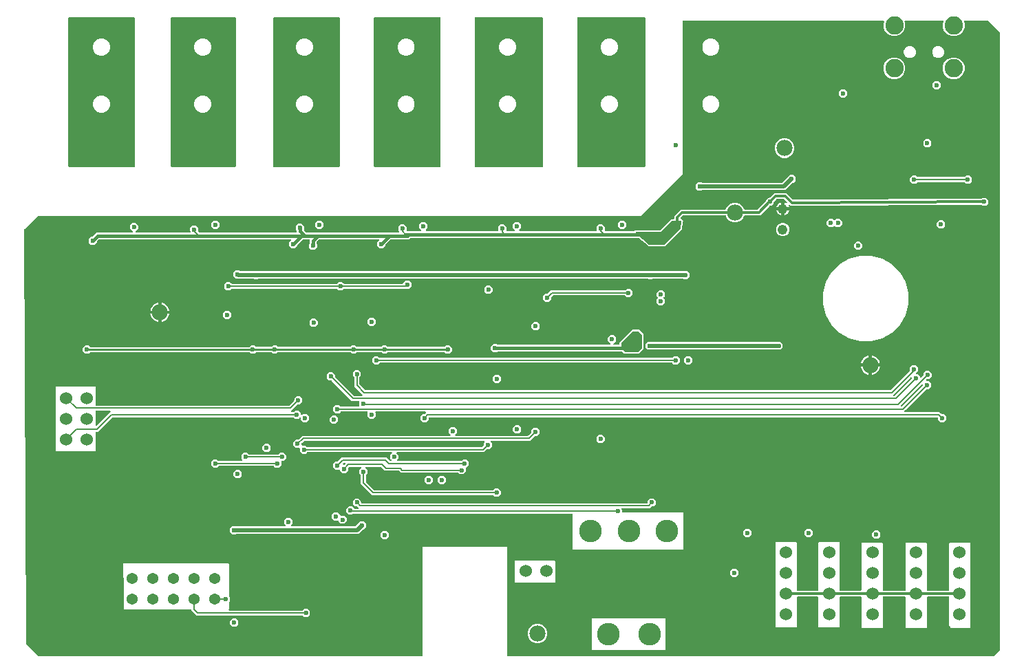
<source format=gbr>
G04 EAGLE Gerber RS-274X export*
G75*
%MOMM*%
%FSLAX34Y34*%
%LPD*%
%INCopper Layer 15*%
%IPPOS*%
%AMOC8*
5,1,8,0,0,1.08239X$1,22.5*%
G01*
%ADD10C,1.524000*%
%ADD11C,2.250000*%
%ADD12C,1.981200*%
%ADD13C,1.371600*%
%ADD14C,1.219200*%
%ADD15C,2.781300*%
%ADD16C,0.600000*%
%ADD17C,0.203200*%
%ADD18C,0.508000*%
%ADD19C,0.304800*%
%ADD20C,0.254000*%
%ADD21C,0.406400*%
%ADD22C,0.152400*%

G36*
X512058Y10993D02*
X512058Y10993D01*
X512116Y10991D01*
X512198Y11013D01*
X512282Y11025D01*
X512335Y11049D01*
X512391Y11063D01*
X512464Y11106D01*
X512541Y11141D01*
X512586Y11179D01*
X512636Y11209D01*
X512694Y11270D01*
X512758Y11325D01*
X512790Y11373D01*
X512830Y11416D01*
X512869Y11491D01*
X512916Y11561D01*
X512933Y11617D01*
X512960Y11669D01*
X512971Y11737D01*
X513001Y11832D01*
X513004Y11932D01*
X513015Y12000D01*
X513015Y144985D01*
X616985Y144985D01*
X616985Y12000D01*
X616993Y11942D01*
X616991Y11884D01*
X617013Y11802D01*
X617025Y11719D01*
X617049Y11665D01*
X617063Y11609D01*
X617106Y11536D01*
X617141Y11459D01*
X617179Y11414D01*
X617209Y11364D01*
X617270Y11306D01*
X617325Y11242D01*
X617373Y11210D01*
X617416Y11170D01*
X617491Y11131D01*
X617561Y11085D01*
X617617Y11067D01*
X617669Y11040D01*
X617737Y11029D01*
X617832Y10999D01*
X617932Y10996D01*
X618000Y10985D01*
X1216000Y10985D01*
X1216087Y10997D01*
X1216174Y11000D01*
X1216227Y11017D01*
X1216282Y11025D01*
X1216361Y11060D01*
X1216445Y11087D01*
X1216484Y11115D01*
X1216541Y11141D01*
X1216654Y11237D01*
X1216718Y11282D01*
X1222718Y17282D01*
X1222770Y17352D01*
X1222830Y17416D01*
X1222856Y17465D01*
X1222889Y17509D01*
X1222920Y17591D01*
X1222960Y17669D01*
X1222968Y17717D01*
X1222990Y17775D01*
X1223002Y17923D01*
X1223015Y18000D01*
X1223015Y778000D01*
X1223003Y778087D01*
X1223000Y778174D01*
X1222983Y778227D01*
X1222975Y778282D01*
X1222940Y778361D01*
X1222913Y778445D01*
X1222885Y778484D01*
X1222859Y778541D01*
X1222763Y778654D01*
X1222718Y778718D01*
X1208718Y792718D01*
X1208648Y792770D01*
X1208584Y792830D01*
X1208535Y792856D01*
X1208491Y792889D01*
X1208409Y792920D01*
X1208331Y792960D01*
X1208284Y792968D01*
X1208225Y792990D01*
X1208077Y793002D01*
X1208000Y793015D01*
X1179923Y793015D01*
X1179809Y792999D01*
X1179695Y792989D01*
X1179669Y792979D01*
X1179642Y792975D01*
X1179537Y792928D01*
X1179430Y792887D01*
X1179408Y792871D01*
X1179382Y792859D01*
X1179295Y792785D01*
X1179203Y792716D01*
X1179187Y792693D01*
X1179165Y792676D01*
X1179102Y792580D01*
X1179033Y792488D01*
X1179023Y792462D01*
X1179008Y792439D01*
X1178973Y792329D01*
X1178933Y792222D01*
X1178930Y792194D01*
X1178922Y792168D01*
X1178919Y792053D01*
X1178910Y791939D01*
X1178915Y791914D01*
X1178915Y791884D01*
X1178982Y791627D01*
X1178985Y791611D01*
X1179601Y790126D01*
X1179601Y784834D01*
X1177576Y779946D01*
X1173834Y776204D01*
X1168946Y774179D01*
X1163654Y774179D01*
X1158766Y776204D01*
X1155024Y779946D01*
X1152999Y784834D01*
X1152999Y790126D01*
X1153615Y791611D01*
X1153643Y791723D01*
X1153678Y791832D01*
X1153679Y791860D01*
X1153686Y791887D01*
X1153682Y792001D01*
X1153685Y792116D01*
X1153678Y792143D01*
X1153677Y792171D01*
X1153642Y792280D01*
X1153613Y792391D01*
X1153599Y792415D01*
X1153591Y792442D01*
X1153527Y792537D01*
X1153468Y792636D01*
X1153448Y792655D01*
X1153433Y792678D01*
X1153345Y792752D01*
X1153261Y792830D01*
X1153236Y792843D01*
X1153215Y792861D01*
X1153110Y792908D01*
X1153008Y792960D01*
X1152983Y792964D01*
X1152955Y792976D01*
X1152692Y793013D01*
X1152677Y793015D01*
X1106923Y793015D01*
X1106809Y792999D01*
X1106695Y792989D01*
X1106669Y792979D01*
X1106642Y792975D01*
X1106537Y792928D01*
X1106430Y792887D01*
X1106408Y792871D01*
X1106382Y792859D01*
X1106295Y792785D01*
X1106203Y792716D01*
X1106187Y792693D01*
X1106165Y792676D01*
X1106102Y792580D01*
X1106033Y792488D01*
X1106023Y792462D01*
X1106008Y792439D01*
X1105973Y792329D01*
X1105933Y792222D01*
X1105930Y792194D01*
X1105922Y792168D01*
X1105919Y792053D01*
X1105910Y791939D01*
X1105915Y791914D01*
X1105915Y791884D01*
X1105982Y791627D01*
X1105985Y791611D01*
X1106601Y790126D01*
X1106601Y784834D01*
X1104576Y779946D01*
X1100834Y776204D01*
X1095946Y774179D01*
X1090654Y774179D01*
X1085766Y776204D01*
X1082024Y779946D01*
X1079999Y784834D01*
X1079999Y790126D01*
X1080615Y791611D01*
X1080643Y791723D01*
X1080678Y791832D01*
X1080679Y791860D01*
X1080686Y791887D01*
X1080682Y792001D01*
X1080685Y792116D01*
X1080678Y792143D01*
X1080677Y792171D01*
X1080642Y792280D01*
X1080613Y792391D01*
X1080599Y792415D01*
X1080591Y792442D01*
X1080527Y792537D01*
X1080468Y792636D01*
X1080448Y792655D01*
X1080433Y792678D01*
X1080345Y792752D01*
X1080261Y792830D01*
X1080236Y792843D01*
X1080215Y792861D01*
X1080110Y792908D01*
X1080008Y792960D01*
X1079983Y792964D01*
X1079955Y792976D01*
X1079692Y793013D01*
X1079677Y793015D01*
X834000Y793015D01*
X833942Y793007D01*
X833884Y793009D01*
X833802Y792987D01*
X833719Y792975D01*
X833665Y792952D01*
X833609Y792937D01*
X833536Y792894D01*
X833459Y792859D01*
X833414Y792821D01*
X833364Y792792D01*
X833306Y792730D01*
X833242Y792676D01*
X833210Y792627D01*
X833170Y792584D01*
X833131Y792509D01*
X833085Y792439D01*
X833067Y792383D01*
X833040Y792331D01*
X833029Y792263D01*
X832999Y792168D01*
X832996Y792068D01*
X832985Y792000D01*
X832985Y604421D01*
X781580Y553015D01*
X40000Y553015D01*
X39913Y553003D01*
X39826Y553000D01*
X39773Y552983D01*
X39719Y552975D01*
X39639Y552940D01*
X39555Y552913D01*
X39516Y552885D01*
X39459Y552859D01*
X39346Y552763D01*
X39282Y552718D01*
X23282Y536718D01*
X23229Y536647D01*
X23167Y536581D01*
X23143Y536533D01*
X23111Y536491D01*
X23079Y536407D01*
X23039Y536327D01*
X23031Y536281D01*
X23010Y536225D01*
X22997Y536073D01*
X22985Y535996D01*
X24985Y25996D01*
X24997Y25911D01*
X25000Y25826D01*
X25017Y25772D01*
X25026Y25715D01*
X25061Y25637D01*
X25087Y25555D01*
X25116Y25515D01*
X25143Y25456D01*
X25237Y25346D01*
X25282Y25282D01*
X39282Y11282D01*
X39352Y11230D01*
X39416Y11170D01*
X39465Y11144D01*
X39509Y11111D01*
X39591Y11080D01*
X39669Y11040D01*
X39717Y11032D01*
X39775Y11010D01*
X39923Y10998D01*
X40000Y10985D01*
X512000Y10985D01*
X512058Y10993D01*
G37*
%LPC*%
G36*
X512908Y298949D02*
X512908Y298949D01*
X509949Y301908D01*
X509949Y306092D01*
X512908Y309051D01*
X515293Y309051D01*
X515380Y309063D01*
X515467Y309066D01*
X515520Y309083D01*
X515575Y309091D01*
X515654Y309126D01*
X515738Y309153D01*
X515777Y309181D01*
X515834Y309207D01*
X515947Y309303D01*
X516011Y309348D01*
X516863Y310200D01*
X516881Y310224D01*
X516903Y310243D01*
X516966Y310337D01*
X517034Y310427D01*
X517044Y310455D01*
X517061Y310479D01*
X517095Y310587D01*
X517135Y310693D01*
X517138Y310722D01*
X517147Y310750D01*
X517149Y310864D01*
X517159Y310976D01*
X517153Y311005D01*
X517154Y311034D01*
X517125Y311144D01*
X517103Y311255D01*
X517089Y311281D01*
X517082Y311309D01*
X517024Y311406D01*
X516972Y311507D01*
X516952Y311529D01*
X516937Y311554D01*
X516854Y311631D01*
X516776Y311713D01*
X516751Y311728D01*
X516729Y311748D01*
X516628Y311800D01*
X516531Y311857D01*
X516502Y311864D01*
X516476Y311878D01*
X516399Y311891D01*
X516255Y311927D01*
X516193Y311925D01*
X516145Y311933D01*
X455727Y311933D01*
X455697Y311929D01*
X455668Y311932D01*
X455557Y311909D01*
X455445Y311893D01*
X455418Y311881D01*
X455389Y311876D01*
X455289Y311824D01*
X455186Y311777D01*
X455163Y311758D01*
X455137Y311745D01*
X455055Y311667D01*
X454969Y311594D01*
X454952Y311569D01*
X454931Y311549D01*
X454874Y311451D01*
X454811Y311357D01*
X454802Y311329D01*
X454787Y311304D01*
X454759Y311194D01*
X454725Y311086D01*
X454725Y311057D01*
X454717Y311028D01*
X454721Y310915D01*
X454718Y310802D01*
X454725Y310773D01*
X454726Y310744D01*
X454761Y310636D01*
X454790Y310527D01*
X454805Y310501D01*
X454814Y310473D01*
X454859Y310410D01*
X454935Y310282D01*
X454981Y310239D01*
X455009Y310200D01*
X455051Y310158D01*
X455051Y305974D01*
X452092Y303015D01*
X447908Y303015D01*
X444949Y305974D01*
X444949Y310158D01*
X444991Y310200D01*
X445009Y310224D01*
X445031Y310243D01*
X445094Y310337D01*
X445162Y310427D01*
X445173Y310455D01*
X445189Y310479D01*
X445223Y310587D01*
X445263Y310693D01*
X445266Y310722D01*
X445275Y310750D01*
X445278Y310863D01*
X445287Y310976D01*
X445281Y311005D01*
X445282Y311034D01*
X445253Y311144D01*
X445231Y311255D01*
X445218Y311281D01*
X445210Y311309D01*
X445153Y311406D01*
X445100Y311507D01*
X445080Y311529D01*
X445065Y311554D01*
X444982Y311631D01*
X444904Y311713D01*
X444879Y311728D01*
X444858Y311748D01*
X444757Y311800D01*
X444659Y311857D01*
X444631Y311864D01*
X444605Y311878D01*
X444527Y311891D01*
X444384Y311927D01*
X444321Y311925D01*
X444273Y311933D01*
X412497Y311933D01*
X412410Y311921D01*
X412323Y311918D01*
X412270Y311901D01*
X412215Y311893D01*
X412135Y311858D01*
X412052Y311831D01*
X412013Y311803D01*
X411956Y311777D01*
X411842Y311681D01*
X411779Y311636D01*
X410092Y309949D01*
X405908Y309949D01*
X402949Y312908D01*
X402949Y317092D01*
X405908Y320051D01*
X410092Y320051D01*
X411779Y318364D01*
X411848Y318312D01*
X411912Y318252D01*
X411962Y318226D01*
X412006Y318193D01*
X412088Y318162D01*
X412166Y318122D01*
X412213Y318114D01*
X412272Y318092D01*
X412419Y318080D01*
X412497Y318067D01*
X433934Y318067D01*
X433992Y318075D01*
X434050Y318073D01*
X434132Y318095D01*
X434216Y318107D01*
X434269Y318130D01*
X434325Y318145D01*
X434398Y318188D01*
X434475Y318223D01*
X434520Y318261D01*
X434570Y318290D01*
X434628Y318352D01*
X434692Y318406D01*
X434724Y318455D01*
X434764Y318498D01*
X434803Y318573D01*
X434850Y318643D01*
X434867Y318699D01*
X434894Y318751D01*
X434905Y318819D01*
X434935Y318914D01*
X434938Y319014D01*
X434949Y319082D01*
X434949Y323158D01*
X434991Y323200D01*
X435009Y323224D01*
X435031Y323243D01*
X435094Y323337D01*
X435162Y323427D01*
X435173Y323455D01*
X435189Y323479D01*
X435223Y323587D01*
X435263Y323693D01*
X435266Y323722D01*
X435275Y323750D01*
X435278Y323863D01*
X435287Y323976D01*
X435281Y324005D01*
X435282Y324034D01*
X435253Y324144D01*
X435231Y324255D01*
X435218Y324281D01*
X435210Y324309D01*
X435152Y324407D01*
X435100Y324507D01*
X435080Y324529D01*
X435065Y324554D01*
X434982Y324631D01*
X434904Y324713D01*
X434879Y324728D01*
X434858Y324748D01*
X434757Y324800D01*
X434659Y324857D01*
X434631Y324864D01*
X434605Y324878D01*
X434527Y324891D01*
X434384Y324927D01*
X434321Y324925D01*
X434273Y324933D01*
X425730Y324933D01*
X401011Y349652D01*
X400941Y349704D01*
X400877Y349764D01*
X400828Y349790D01*
X400784Y349823D01*
X400702Y349854D01*
X400624Y349894D01*
X400577Y349902D01*
X400518Y349924D01*
X400371Y349936D01*
X400293Y349949D01*
X397908Y349949D01*
X394949Y352908D01*
X394949Y357092D01*
X397908Y360051D01*
X402092Y360051D01*
X405051Y357092D01*
X405051Y354707D01*
X405063Y354620D01*
X405066Y354533D01*
X405083Y354480D01*
X405091Y354425D01*
X405126Y354346D01*
X405153Y354262D01*
X405181Y354223D01*
X405207Y354166D01*
X405303Y354053D01*
X405348Y353989D01*
X427973Y331364D01*
X428043Y331312D01*
X428107Y331252D01*
X428156Y331226D01*
X428200Y331193D01*
X428282Y331162D01*
X428360Y331122D01*
X428407Y331114D01*
X428466Y331092D01*
X428613Y331080D01*
X428691Y331067D01*
X438145Y331067D01*
X438174Y331071D01*
X438204Y331068D01*
X438315Y331091D01*
X438427Y331107D01*
X438453Y331119D01*
X438482Y331124D01*
X438583Y331177D01*
X438686Y331223D01*
X438709Y331242D01*
X438735Y331255D01*
X438817Y331333D01*
X438903Y331406D01*
X438919Y331431D01*
X438941Y331451D01*
X438998Y331549D01*
X439061Y331643D01*
X439070Y331671D01*
X439084Y331696D01*
X439112Y331806D01*
X439147Y331914D01*
X439147Y331944D01*
X439154Y331972D01*
X439151Y332085D01*
X439154Y332198D01*
X439146Y332227D01*
X439145Y332256D01*
X439111Y332364D01*
X439082Y332473D01*
X439067Y332499D01*
X439058Y332527D01*
X439012Y332591D01*
X438937Y332718D01*
X438891Y332761D01*
X438863Y332800D01*
X437636Y334027D01*
X428933Y342730D01*
X428933Y353503D01*
X428921Y353590D01*
X428918Y353677D01*
X428901Y353730D01*
X428893Y353785D01*
X428858Y353865D01*
X428831Y353948D01*
X428803Y353987D01*
X428777Y354044D01*
X428681Y354158D01*
X428636Y354221D01*
X426949Y355908D01*
X426949Y360092D01*
X429908Y363051D01*
X434092Y363051D01*
X437051Y360092D01*
X437051Y355908D01*
X435364Y354221D01*
X435312Y354152D01*
X435252Y354088D01*
X435226Y354038D01*
X435193Y353994D01*
X435162Y353912D01*
X435122Y353834D01*
X435114Y353787D01*
X435092Y353728D01*
X435080Y353581D01*
X435067Y353503D01*
X435067Y345691D01*
X435079Y345604D01*
X435082Y345517D01*
X435099Y345464D01*
X435107Y345409D01*
X435142Y345330D01*
X435169Y345246D01*
X435197Y345207D01*
X435223Y345150D01*
X435319Y345037D01*
X435364Y344973D01*
X441973Y338364D01*
X442043Y338312D01*
X442107Y338252D01*
X442156Y338226D01*
X442200Y338193D01*
X442282Y338162D01*
X442360Y338122D01*
X442407Y338114D01*
X442466Y338092D01*
X442613Y338080D01*
X442691Y338067D01*
X1088309Y338067D01*
X1088396Y338079D01*
X1088483Y338082D01*
X1088536Y338099D01*
X1088591Y338107D01*
X1088670Y338142D01*
X1088754Y338169D01*
X1088793Y338197D01*
X1088850Y338223D01*
X1088963Y338319D01*
X1089027Y338364D01*
X1111652Y360989D01*
X1111704Y361059D01*
X1111764Y361123D01*
X1111790Y361172D01*
X1111823Y361216D01*
X1111854Y361298D01*
X1111894Y361376D01*
X1111902Y361423D01*
X1111924Y361482D01*
X1111936Y361629D01*
X1111949Y361707D01*
X1111949Y366092D01*
X1114908Y369051D01*
X1119092Y369051D01*
X1122051Y366092D01*
X1122051Y361908D01*
X1119927Y359784D01*
X1119909Y359760D01*
X1119887Y359741D01*
X1119824Y359647D01*
X1119756Y359557D01*
X1119745Y359529D01*
X1119729Y359505D01*
X1119695Y359397D01*
X1119655Y359291D01*
X1119652Y359262D01*
X1119643Y359234D01*
X1119640Y359120D01*
X1119631Y359008D01*
X1119637Y358979D01*
X1119636Y358950D01*
X1119665Y358840D01*
X1119687Y358729D01*
X1119700Y358703D01*
X1119708Y358675D01*
X1119766Y358577D01*
X1119818Y358477D01*
X1119838Y358455D01*
X1119853Y358430D01*
X1119936Y358353D01*
X1120014Y358271D01*
X1120039Y358256D01*
X1120060Y358236D01*
X1120161Y358184D01*
X1120259Y358127D01*
X1120287Y358120D01*
X1120313Y358106D01*
X1120391Y358093D01*
X1120534Y358057D01*
X1120597Y358059D01*
X1120645Y358051D01*
X1122092Y358051D01*
X1125051Y355092D01*
X1125051Y354839D01*
X1125055Y354810D01*
X1125052Y354780D01*
X1125075Y354669D01*
X1125091Y354557D01*
X1125103Y354531D01*
X1125108Y354502D01*
X1125161Y354401D01*
X1125207Y354298D01*
X1125226Y354275D01*
X1125239Y354249D01*
X1125317Y354167D01*
X1125390Y354081D01*
X1125415Y354065D01*
X1125435Y354043D01*
X1125533Y353986D01*
X1125627Y353923D01*
X1125655Y353914D01*
X1125680Y353900D01*
X1125790Y353872D01*
X1125898Y353837D01*
X1125928Y353837D01*
X1125956Y353830D01*
X1126069Y353833D01*
X1126182Y353830D01*
X1126211Y353838D01*
X1126240Y353839D01*
X1126348Y353873D01*
X1126457Y353902D01*
X1126483Y353917D01*
X1126511Y353926D01*
X1126574Y353972D01*
X1126702Y354047D01*
X1126745Y354093D01*
X1126784Y354121D01*
X1128652Y355989D01*
X1128704Y356059D01*
X1128764Y356123D01*
X1128790Y356172D01*
X1128823Y356216D01*
X1128854Y356298D01*
X1128894Y356376D01*
X1128902Y356423D01*
X1128924Y356482D01*
X1128936Y356629D01*
X1128949Y356707D01*
X1128949Y359092D01*
X1131908Y362051D01*
X1136092Y362051D01*
X1139051Y359092D01*
X1139051Y354908D01*
X1136092Y351949D01*
X1133707Y351949D01*
X1133620Y351937D01*
X1133533Y351934D01*
X1133480Y351917D01*
X1133425Y351909D01*
X1133346Y351874D01*
X1133262Y351847D01*
X1133223Y351819D01*
X1133166Y351793D01*
X1133053Y351697D01*
X1132989Y351652D01*
X1132636Y351299D01*
X1132618Y351275D01*
X1132596Y351256D01*
X1132533Y351162D01*
X1132465Y351071D01*
X1132454Y351044D01*
X1132438Y351020D01*
X1132404Y350912D01*
X1132363Y350806D01*
X1132361Y350776D01*
X1132352Y350749D01*
X1132349Y350636D01*
X1132340Y350522D01*
X1132346Y350494D01*
X1132345Y350464D01*
X1132373Y350355D01*
X1132396Y350244D01*
X1132409Y350218D01*
X1132417Y350189D01*
X1132475Y350092D01*
X1132527Y349991D01*
X1132547Y349970D01*
X1132562Y349945D01*
X1132645Y349867D01*
X1132723Y349785D01*
X1132748Y349770D01*
X1132769Y349750D01*
X1132870Y349699D01*
X1132968Y349642D01*
X1132996Y349634D01*
X1133022Y349621D01*
X1133100Y349608D01*
X1133243Y349571D01*
X1133306Y349573D01*
X1133353Y349565D01*
X1135361Y349565D01*
X1138320Y346607D01*
X1138320Y342423D01*
X1135361Y339464D01*
X1132976Y339464D01*
X1132890Y339452D01*
X1132802Y339449D01*
X1132749Y339432D01*
X1132695Y339424D01*
X1132615Y339388D01*
X1132532Y339361D01*
X1132492Y339333D01*
X1132435Y339308D01*
X1132322Y339212D01*
X1132258Y339167D01*
X1107119Y314027D01*
X1105892Y312800D01*
X1105874Y312776D01*
X1105851Y312757D01*
X1105789Y312663D01*
X1105721Y312573D01*
X1105710Y312545D01*
X1105694Y312521D01*
X1105660Y312413D01*
X1105619Y312307D01*
X1105617Y312278D01*
X1105608Y312250D01*
X1105605Y312136D01*
X1105596Y312024D01*
X1105602Y311995D01*
X1105601Y311966D01*
X1105629Y311856D01*
X1105652Y311745D01*
X1105665Y311719D01*
X1105673Y311691D01*
X1105730Y311593D01*
X1105783Y311493D01*
X1105803Y311471D01*
X1105818Y311446D01*
X1105900Y311369D01*
X1105978Y311287D01*
X1106004Y311272D01*
X1106025Y311252D01*
X1106126Y311200D01*
X1106224Y311143D01*
X1106252Y311136D01*
X1106278Y311122D01*
X1106356Y311109D01*
X1106499Y311073D01*
X1106562Y311075D01*
X1106609Y311067D01*
X1149010Y311067D01*
X1150729Y309348D01*
X1150799Y309296D01*
X1150863Y309236D01*
X1150912Y309210D01*
X1150956Y309177D01*
X1151038Y309146D01*
X1151116Y309106D01*
X1151163Y309098D01*
X1151222Y309076D01*
X1151369Y309064D01*
X1151447Y309051D01*
X1153832Y309051D01*
X1156791Y306092D01*
X1156791Y301908D01*
X1153832Y298949D01*
X1149648Y298949D01*
X1146689Y301908D01*
X1146689Y303918D01*
X1146681Y303976D01*
X1146683Y304034D01*
X1146661Y304116D01*
X1146649Y304200D01*
X1146626Y304253D01*
X1146611Y304309D01*
X1146568Y304382D01*
X1146533Y304459D01*
X1146495Y304504D01*
X1146466Y304554D01*
X1146404Y304612D01*
X1146350Y304676D01*
X1146301Y304708D01*
X1146258Y304748D01*
X1146183Y304787D01*
X1146113Y304834D01*
X1146057Y304851D01*
X1146005Y304878D01*
X1145937Y304889D01*
X1145842Y304919D01*
X1145742Y304922D01*
X1145674Y304933D01*
X521066Y304933D01*
X521008Y304925D01*
X520950Y304927D01*
X520868Y304905D01*
X520784Y304893D01*
X520731Y304870D01*
X520675Y304855D01*
X520602Y304812D01*
X520525Y304777D01*
X520480Y304739D01*
X520430Y304710D01*
X520372Y304648D01*
X520308Y304594D01*
X520276Y304545D01*
X520236Y304502D01*
X520197Y304427D01*
X520150Y304357D01*
X520133Y304301D01*
X520106Y304249D01*
X520095Y304181D01*
X520065Y304086D01*
X520062Y303986D01*
X520051Y303918D01*
X520051Y301908D01*
X517092Y298949D01*
X512908Y298949D01*
G37*
%LPD*%
G36*
X660058Y612993D02*
X660058Y612993D01*
X660116Y612991D01*
X660198Y613013D01*
X660282Y613025D01*
X660335Y613049D01*
X660391Y613063D01*
X660464Y613106D01*
X660541Y613141D01*
X660586Y613179D01*
X660636Y613209D01*
X660694Y613270D01*
X660758Y613325D01*
X660790Y613373D01*
X660830Y613416D01*
X660869Y613491D01*
X660916Y613561D01*
X660933Y613617D01*
X660960Y613669D01*
X660971Y613737D01*
X661001Y613832D01*
X661004Y613932D01*
X661015Y614000D01*
X661015Y796000D01*
X661007Y796058D01*
X661009Y796116D01*
X660987Y796198D01*
X660975Y796282D01*
X660952Y796335D01*
X660937Y796391D01*
X660894Y796464D01*
X660859Y796541D01*
X660821Y796586D01*
X660792Y796636D01*
X660730Y796694D01*
X660676Y796758D01*
X660627Y796790D01*
X660584Y796830D01*
X660509Y796869D01*
X660439Y796916D01*
X660383Y796933D01*
X660331Y796960D01*
X660263Y796971D01*
X660168Y797001D01*
X660068Y797004D01*
X660000Y797015D01*
X578000Y797015D01*
X577942Y797007D01*
X577884Y797009D01*
X577802Y796987D01*
X577719Y796975D01*
X577665Y796952D01*
X577609Y796937D01*
X577536Y796894D01*
X577459Y796859D01*
X577414Y796821D01*
X577364Y796792D01*
X577306Y796730D01*
X577242Y796676D01*
X577210Y796627D01*
X577170Y796584D01*
X577131Y796509D01*
X577085Y796439D01*
X577067Y796383D01*
X577040Y796331D01*
X577029Y796263D01*
X576999Y796168D01*
X576996Y796068D01*
X576985Y796000D01*
X576985Y614000D01*
X576993Y613942D01*
X576991Y613884D01*
X577013Y613802D01*
X577025Y613719D01*
X577049Y613665D01*
X577063Y613609D01*
X577106Y613536D01*
X577141Y613459D01*
X577179Y613414D01*
X577209Y613364D01*
X577270Y613306D01*
X577325Y613242D01*
X577373Y613210D01*
X577416Y613170D01*
X577491Y613131D01*
X577561Y613085D01*
X577617Y613067D01*
X577669Y613040D01*
X577737Y613029D01*
X577832Y612999D01*
X577932Y612996D01*
X578000Y612985D01*
X660000Y612985D01*
X660058Y612993D01*
G37*
G36*
X786058Y612993D02*
X786058Y612993D01*
X786116Y612991D01*
X786198Y613013D01*
X786282Y613025D01*
X786335Y613049D01*
X786391Y613063D01*
X786464Y613106D01*
X786541Y613141D01*
X786586Y613179D01*
X786636Y613209D01*
X786694Y613270D01*
X786758Y613325D01*
X786790Y613373D01*
X786830Y613416D01*
X786869Y613491D01*
X786916Y613561D01*
X786933Y613617D01*
X786960Y613669D01*
X786971Y613737D01*
X787001Y613832D01*
X787004Y613932D01*
X787015Y614000D01*
X787015Y796000D01*
X787007Y796058D01*
X787009Y796116D01*
X786987Y796198D01*
X786975Y796282D01*
X786952Y796335D01*
X786937Y796391D01*
X786894Y796464D01*
X786859Y796541D01*
X786821Y796586D01*
X786792Y796636D01*
X786730Y796694D01*
X786676Y796758D01*
X786627Y796790D01*
X786584Y796830D01*
X786509Y796869D01*
X786439Y796916D01*
X786383Y796933D01*
X786331Y796960D01*
X786263Y796971D01*
X786168Y797001D01*
X786068Y797004D01*
X786000Y797015D01*
X704000Y797015D01*
X703942Y797007D01*
X703884Y797009D01*
X703802Y796987D01*
X703719Y796975D01*
X703665Y796952D01*
X703609Y796937D01*
X703536Y796894D01*
X703459Y796859D01*
X703414Y796821D01*
X703364Y796792D01*
X703306Y796730D01*
X703242Y796676D01*
X703210Y796627D01*
X703170Y796584D01*
X703131Y796509D01*
X703085Y796439D01*
X703067Y796383D01*
X703040Y796331D01*
X703029Y796263D01*
X702999Y796168D01*
X702996Y796068D01*
X702985Y796000D01*
X702985Y614000D01*
X702993Y613942D01*
X702991Y613884D01*
X703013Y613802D01*
X703025Y613719D01*
X703049Y613665D01*
X703063Y613609D01*
X703106Y613536D01*
X703141Y613459D01*
X703179Y613414D01*
X703209Y613364D01*
X703270Y613306D01*
X703325Y613242D01*
X703373Y613210D01*
X703416Y613170D01*
X703491Y613131D01*
X703561Y613085D01*
X703617Y613067D01*
X703669Y613040D01*
X703737Y613029D01*
X703832Y612999D01*
X703932Y612996D01*
X704000Y612985D01*
X786000Y612985D01*
X786058Y612993D01*
G37*
G36*
X158058Y612993D02*
X158058Y612993D01*
X158116Y612991D01*
X158198Y613013D01*
X158282Y613025D01*
X158335Y613049D01*
X158391Y613063D01*
X158464Y613106D01*
X158541Y613141D01*
X158586Y613179D01*
X158636Y613209D01*
X158694Y613270D01*
X158758Y613325D01*
X158790Y613373D01*
X158830Y613416D01*
X158869Y613491D01*
X158916Y613561D01*
X158933Y613617D01*
X158960Y613669D01*
X158971Y613737D01*
X159001Y613832D01*
X159004Y613932D01*
X159015Y614000D01*
X159015Y796000D01*
X159007Y796058D01*
X159009Y796116D01*
X158987Y796198D01*
X158975Y796282D01*
X158952Y796335D01*
X158937Y796391D01*
X158894Y796464D01*
X158859Y796541D01*
X158821Y796586D01*
X158792Y796636D01*
X158730Y796694D01*
X158676Y796758D01*
X158627Y796790D01*
X158584Y796830D01*
X158509Y796869D01*
X158439Y796916D01*
X158383Y796933D01*
X158331Y796960D01*
X158263Y796971D01*
X158168Y797001D01*
X158068Y797004D01*
X158000Y797015D01*
X78000Y797015D01*
X77942Y797007D01*
X77884Y797009D01*
X77802Y796987D01*
X77719Y796975D01*
X77665Y796952D01*
X77609Y796937D01*
X77536Y796894D01*
X77459Y796859D01*
X77414Y796821D01*
X77364Y796792D01*
X77306Y796730D01*
X77242Y796676D01*
X77210Y796627D01*
X77170Y796584D01*
X77131Y796509D01*
X77085Y796439D01*
X77067Y796383D01*
X77040Y796331D01*
X77029Y796263D01*
X76999Y796168D01*
X76996Y796068D01*
X76985Y796000D01*
X76985Y614000D01*
X76993Y613942D01*
X76991Y613884D01*
X77013Y613802D01*
X77025Y613719D01*
X77049Y613665D01*
X77063Y613609D01*
X77106Y613536D01*
X77141Y613459D01*
X77179Y613414D01*
X77209Y613364D01*
X77270Y613306D01*
X77325Y613242D01*
X77373Y613210D01*
X77416Y613170D01*
X77491Y613131D01*
X77561Y613085D01*
X77617Y613067D01*
X77669Y613040D01*
X77737Y613029D01*
X77832Y612999D01*
X77932Y612996D01*
X78000Y612985D01*
X158000Y612985D01*
X158058Y612993D01*
G37*
G36*
X534058Y612993D02*
X534058Y612993D01*
X534116Y612991D01*
X534198Y613013D01*
X534282Y613025D01*
X534335Y613049D01*
X534391Y613063D01*
X534464Y613106D01*
X534541Y613141D01*
X534586Y613179D01*
X534636Y613209D01*
X534694Y613270D01*
X534758Y613325D01*
X534790Y613373D01*
X534830Y613416D01*
X534869Y613491D01*
X534916Y613561D01*
X534933Y613617D01*
X534960Y613669D01*
X534971Y613737D01*
X535001Y613832D01*
X535004Y613932D01*
X535015Y614000D01*
X535015Y796000D01*
X535007Y796058D01*
X535009Y796116D01*
X534987Y796198D01*
X534975Y796282D01*
X534952Y796335D01*
X534937Y796391D01*
X534894Y796464D01*
X534859Y796541D01*
X534821Y796586D01*
X534792Y796636D01*
X534730Y796694D01*
X534676Y796758D01*
X534627Y796790D01*
X534584Y796830D01*
X534509Y796869D01*
X534439Y796916D01*
X534383Y796933D01*
X534331Y796960D01*
X534263Y796971D01*
X534168Y797001D01*
X534068Y797004D01*
X534000Y797015D01*
X454000Y797015D01*
X453942Y797007D01*
X453884Y797009D01*
X453802Y796987D01*
X453719Y796975D01*
X453665Y796952D01*
X453609Y796937D01*
X453536Y796894D01*
X453459Y796859D01*
X453414Y796821D01*
X453364Y796792D01*
X453306Y796730D01*
X453242Y796676D01*
X453210Y796627D01*
X453170Y796584D01*
X453131Y796509D01*
X453085Y796439D01*
X453067Y796383D01*
X453040Y796331D01*
X453029Y796263D01*
X452999Y796168D01*
X452996Y796068D01*
X452985Y796000D01*
X452985Y614000D01*
X452993Y613942D01*
X452991Y613884D01*
X453013Y613802D01*
X453025Y613719D01*
X453049Y613665D01*
X453063Y613609D01*
X453106Y613536D01*
X453141Y613459D01*
X453179Y613414D01*
X453209Y613364D01*
X453270Y613306D01*
X453325Y613242D01*
X453373Y613210D01*
X453416Y613170D01*
X453491Y613131D01*
X453561Y613085D01*
X453617Y613067D01*
X453669Y613040D01*
X453737Y613029D01*
X453832Y612999D01*
X453932Y612996D01*
X454000Y612985D01*
X534000Y612985D01*
X534058Y612993D01*
G37*
G36*
X410058Y612993D02*
X410058Y612993D01*
X410116Y612991D01*
X410198Y613013D01*
X410282Y613025D01*
X410335Y613049D01*
X410391Y613063D01*
X410464Y613106D01*
X410541Y613141D01*
X410586Y613179D01*
X410636Y613209D01*
X410694Y613270D01*
X410758Y613325D01*
X410790Y613373D01*
X410830Y613416D01*
X410869Y613491D01*
X410916Y613561D01*
X410933Y613617D01*
X410960Y613669D01*
X410971Y613737D01*
X411001Y613832D01*
X411004Y613932D01*
X411015Y614000D01*
X411015Y796000D01*
X411007Y796058D01*
X411009Y796116D01*
X410987Y796198D01*
X410975Y796282D01*
X410952Y796335D01*
X410937Y796391D01*
X410894Y796464D01*
X410859Y796541D01*
X410821Y796586D01*
X410792Y796636D01*
X410730Y796694D01*
X410676Y796758D01*
X410627Y796790D01*
X410584Y796830D01*
X410509Y796869D01*
X410439Y796916D01*
X410383Y796933D01*
X410331Y796960D01*
X410263Y796971D01*
X410168Y797001D01*
X410068Y797004D01*
X410000Y797015D01*
X330000Y797015D01*
X329942Y797007D01*
X329884Y797009D01*
X329802Y796987D01*
X329719Y796975D01*
X329665Y796952D01*
X329609Y796937D01*
X329536Y796894D01*
X329459Y796859D01*
X329414Y796821D01*
X329364Y796792D01*
X329306Y796730D01*
X329242Y796676D01*
X329210Y796627D01*
X329170Y796584D01*
X329131Y796509D01*
X329085Y796439D01*
X329067Y796383D01*
X329040Y796331D01*
X329029Y796263D01*
X328999Y796168D01*
X328996Y796068D01*
X328985Y796000D01*
X328985Y614000D01*
X328993Y613942D01*
X328991Y613884D01*
X329013Y613802D01*
X329025Y613719D01*
X329049Y613665D01*
X329063Y613609D01*
X329106Y613536D01*
X329141Y613459D01*
X329179Y613414D01*
X329209Y613364D01*
X329270Y613306D01*
X329325Y613242D01*
X329373Y613210D01*
X329416Y613170D01*
X329491Y613131D01*
X329561Y613085D01*
X329617Y613067D01*
X329669Y613040D01*
X329737Y613029D01*
X329832Y612999D01*
X329932Y612996D01*
X330000Y612985D01*
X410000Y612985D01*
X410058Y612993D01*
G37*
G36*
X282058Y612993D02*
X282058Y612993D01*
X282116Y612991D01*
X282198Y613013D01*
X282282Y613025D01*
X282335Y613049D01*
X282391Y613063D01*
X282464Y613106D01*
X282541Y613141D01*
X282586Y613179D01*
X282636Y613209D01*
X282694Y613270D01*
X282758Y613325D01*
X282790Y613373D01*
X282830Y613416D01*
X282869Y613491D01*
X282916Y613561D01*
X282933Y613617D01*
X282960Y613669D01*
X282971Y613737D01*
X283001Y613832D01*
X283004Y613932D01*
X283015Y614000D01*
X283015Y796000D01*
X283007Y796058D01*
X283009Y796116D01*
X282987Y796198D01*
X282975Y796282D01*
X282952Y796335D01*
X282937Y796391D01*
X282894Y796464D01*
X282859Y796541D01*
X282821Y796586D01*
X282792Y796636D01*
X282730Y796694D01*
X282676Y796758D01*
X282627Y796790D01*
X282584Y796830D01*
X282509Y796869D01*
X282439Y796916D01*
X282383Y796933D01*
X282331Y796960D01*
X282263Y796971D01*
X282168Y797001D01*
X282068Y797004D01*
X282000Y797015D01*
X204000Y797015D01*
X203942Y797007D01*
X203884Y797009D01*
X203802Y796987D01*
X203719Y796975D01*
X203665Y796952D01*
X203609Y796937D01*
X203536Y796894D01*
X203459Y796859D01*
X203414Y796821D01*
X203364Y796792D01*
X203306Y796730D01*
X203242Y796676D01*
X203210Y796627D01*
X203170Y796584D01*
X203131Y796509D01*
X203085Y796439D01*
X203067Y796383D01*
X203040Y796331D01*
X203029Y796263D01*
X202999Y796168D01*
X202996Y796068D01*
X202985Y796000D01*
X202985Y614000D01*
X202993Y613942D01*
X202991Y613884D01*
X203013Y613802D01*
X203025Y613719D01*
X203049Y613665D01*
X203063Y613609D01*
X203106Y613536D01*
X203141Y613459D01*
X203179Y613414D01*
X203209Y613364D01*
X203270Y613306D01*
X203325Y613242D01*
X203373Y613210D01*
X203416Y613170D01*
X203491Y613131D01*
X203561Y613085D01*
X203617Y613067D01*
X203669Y613040D01*
X203737Y613029D01*
X203832Y612999D01*
X203932Y612996D01*
X204000Y612985D01*
X282000Y612985D01*
X282058Y612993D01*
G37*
%LPC*%
G36*
X1053160Y45489D02*
X1053160Y45489D01*
X1052713Y45936D01*
X1052713Y83040D01*
X1052705Y83098D01*
X1052707Y83156D01*
X1052685Y83238D01*
X1052673Y83322D01*
X1052650Y83375D01*
X1052635Y83431D01*
X1052592Y83504D01*
X1052557Y83581D01*
X1052519Y83626D01*
X1052490Y83676D01*
X1052428Y83734D01*
X1052374Y83798D01*
X1052325Y83830D01*
X1052282Y83870D01*
X1052207Y83909D01*
X1052137Y83956D01*
X1052081Y83973D01*
X1052029Y84000D01*
X1051961Y84011D01*
X1051866Y84041D01*
X1051766Y84044D01*
X1051698Y84055D01*
X1027082Y84055D01*
X1027024Y84047D01*
X1026966Y84049D01*
X1026884Y84027D01*
X1026800Y84015D01*
X1026747Y83992D01*
X1026691Y83977D01*
X1026618Y83934D01*
X1026541Y83899D01*
X1026496Y83861D01*
X1026446Y83832D01*
X1026388Y83770D01*
X1026324Y83716D01*
X1026292Y83667D01*
X1026252Y83624D01*
X1026213Y83549D01*
X1026166Y83479D01*
X1026149Y83423D01*
X1026122Y83371D01*
X1026111Y83303D01*
X1026081Y83208D01*
X1026078Y83108D01*
X1026067Y83040D01*
X1026067Y46444D01*
X1025620Y45997D01*
X1000328Y45997D01*
X999881Y46444D01*
X999881Y83040D01*
X999873Y83098D01*
X999875Y83156D01*
X999853Y83238D01*
X999841Y83322D01*
X999818Y83375D01*
X999803Y83431D01*
X999760Y83504D01*
X999725Y83581D01*
X999687Y83626D01*
X999658Y83676D01*
X999596Y83734D01*
X999542Y83798D01*
X999493Y83830D01*
X999450Y83870D01*
X999375Y83909D01*
X999305Y83956D01*
X999249Y83973D01*
X999197Y84000D01*
X999129Y84011D01*
X999034Y84041D01*
X998934Y84044D01*
X998866Y84055D01*
X974250Y84055D01*
X974192Y84047D01*
X974134Y84049D01*
X974052Y84027D01*
X973968Y84015D01*
X973915Y83992D01*
X973859Y83977D01*
X973786Y83934D01*
X973709Y83899D01*
X973664Y83861D01*
X973614Y83832D01*
X973556Y83770D01*
X973492Y83716D01*
X973460Y83667D01*
X973420Y83624D01*
X973381Y83549D01*
X973334Y83479D01*
X973317Y83423D01*
X973290Y83371D01*
X973279Y83303D01*
X973249Y83208D01*
X973246Y83108D01*
X973235Y83040D01*
X973235Y46444D01*
X972788Y45997D01*
X947496Y45997D01*
X947049Y46444D01*
X947049Y150448D01*
X947496Y150895D01*
X972788Y150895D01*
X973235Y150448D01*
X973235Y92220D01*
X973243Y92162D01*
X973241Y92104D01*
X973263Y92022D01*
X973275Y91938D01*
X973298Y91885D01*
X973313Y91829D01*
X973356Y91756D01*
X973391Y91679D01*
X973429Y91634D01*
X973458Y91584D01*
X973520Y91526D01*
X973574Y91462D01*
X973623Y91430D01*
X973666Y91390D01*
X973741Y91351D01*
X973811Y91304D01*
X973867Y91287D01*
X973919Y91260D01*
X973987Y91249D01*
X974082Y91219D01*
X974182Y91216D01*
X974250Y91205D01*
X998866Y91205D01*
X998924Y91213D01*
X998982Y91211D01*
X999064Y91233D01*
X999148Y91245D01*
X999201Y91268D01*
X999257Y91283D01*
X999330Y91326D01*
X999407Y91361D01*
X999452Y91399D01*
X999502Y91428D01*
X999560Y91490D01*
X999624Y91544D01*
X999656Y91593D01*
X999696Y91636D01*
X999735Y91711D01*
X999782Y91781D01*
X999799Y91837D01*
X999826Y91889D01*
X999837Y91957D01*
X999867Y92052D01*
X999870Y92152D01*
X999881Y92220D01*
X999881Y150448D01*
X1000328Y150895D01*
X1025620Y150895D01*
X1026067Y150448D01*
X1026067Y92220D01*
X1026075Y92162D01*
X1026073Y92104D01*
X1026095Y92022D01*
X1026107Y91938D01*
X1026130Y91885D01*
X1026145Y91829D01*
X1026188Y91756D01*
X1026223Y91679D01*
X1026261Y91634D01*
X1026290Y91584D01*
X1026352Y91526D01*
X1026406Y91462D01*
X1026455Y91430D01*
X1026498Y91390D01*
X1026573Y91351D01*
X1026643Y91304D01*
X1026699Y91287D01*
X1026751Y91260D01*
X1026819Y91249D01*
X1026914Y91219D01*
X1027014Y91216D01*
X1027082Y91205D01*
X1051698Y91205D01*
X1051756Y91213D01*
X1051814Y91211D01*
X1051896Y91233D01*
X1051980Y91245D01*
X1052033Y91268D01*
X1052089Y91283D01*
X1052162Y91326D01*
X1052239Y91361D01*
X1052284Y91399D01*
X1052334Y91428D01*
X1052392Y91490D01*
X1052456Y91544D01*
X1052488Y91593D01*
X1052528Y91636D01*
X1052567Y91711D01*
X1052614Y91781D01*
X1052631Y91837D01*
X1052658Y91889D01*
X1052669Y91957D01*
X1052699Y92052D01*
X1052702Y92152D01*
X1052713Y92220D01*
X1052713Y149940D01*
X1053160Y150387D01*
X1078452Y150387D01*
X1078899Y149940D01*
X1078899Y92220D01*
X1078907Y92162D01*
X1078905Y92104D01*
X1078927Y92022D01*
X1078939Y91938D01*
X1078962Y91885D01*
X1078977Y91829D01*
X1079020Y91756D01*
X1079055Y91679D01*
X1079093Y91634D01*
X1079122Y91584D01*
X1079184Y91526D01*
X1079238Y91462D01*
X1079287Y91430D01*
X1079330Y91390D01*
X1079405Y91351D01*
X1079475Y91304D01*
X1079531Y91287D01*
X1079583Y91260D01*
X1079651Y91249D01*
X1079746Y91219D01*
X1079846Y91216D01*
X1079914Y91205D01*
X1106054Y91205D01*
X1106112Y91213D01*
X1106170Y91211D01*
X1106252Y91233D01*
X1106336Y91245D01*
X1106389Y91268D01*
X1106445Y91283D01*
X1106518Y91326D01*
X1106595Y91361D01*
X1106640Y91399D01*
X1106690Y91428D01*
X1106748Y91490D01*
X1106812Y91544D01*
X1106844Y91593D01*
X1106884Y91636D01*
X1106923Y91711D01*
X1106970Y91781D01*
X1106987Y91837D01*
X1107014Y91889D01*
X1107025Y91957D01*
X1107055Y92052D01*
X1107058Y92152D01*
X1107069Y92220D01*
X1107069Y149940D01*
X1107516Y150387D01*
X1132808Y150387D01*
X1133255Y149940D01*
X1133255Y92220D01*
X1133263Y92162D01*
X1133261Y92104D01*
X1133283Y92022D01*
X1133295Y91938D01*
X1133318Y91885D01*
X1133333Y91829D01*
X1133376Y91756D01*
X1133411Y91679D01*
X1133449Y91634D01*
X1133478Y91584D01*
X1133540Y91526D01*
X1133594Y91462D01*
X1133643Y91430D01*
X1133686Y91390D01*
X1133761Y91351D01*
X1133831Y91304D01*
X1133887Y91287D01*
X1133939Y91260D01*
X1134007Y91249D01*
X1134102Y91219D01*
X1134202Y91216D01*
X1134270Y91205D01*
X1159902Y91205D01*
X1159960Y91213D01*
X1160018Y91211D01*
X1160100Y91233D01*
X1160184Y91245D01*
X1160237Y91268D01*
X1160293Y91283D01*
X1160366Y91326D01*
X1160443Y91361D01*
X1160488Y91399D01*
X1160538Y91428D01*
X1160596Y91490D01*
X1160660Y91544D01*
X1160692Y91593D01*
X1160732Y91636D01*
X1160771Y91711D01*
X1160818Y91781D01*
X1160835Y91837D01*
X1160862Y91889D01*
X1160873Y91957D01*
X1160903Y92052D01*
X1160906Y92152D01*
X1160917Y92220D01*
X1160917Y149940D01*
X1161364Y150387D01*
X1186656Y150387D01*
X1187103Y149940D01*
X1187103Y45936D01*
X1186656Y45489D01*
X1161364Y45489D01*
X1160917Y45936D01*
X1160917Y83040D01*
X1160909Y83098D01*
X1160911Y83156D01*
X1160889Y83238D01*
X1160877Y83322D01*
X1160854Y83375D01*
X1160839Y83431D01*
X1160796Y83504D01*
X1160761Y83581D01*
X1160723Y83626D01*
X1160694Y83676D01*
X1160632Y83734D01*
X1160578Y83798D01*
X1160529Y83830D01*
X1160486Y83870D01*
X1160411Y83909D01*
X1160341Y83956D01*
X1160285Y83973D01*
X1160233Y84000D01*
X1160165Y84011D01*
X1160070Y84041D01*
X1159970Y84044D01*
X1159902Y84055D01*
X1134270Y84055D01*
X1134212Y84047D01*
X1134154Y84049D01*
X1134072Y84027D01*
X1133988Y84015D01*
X1133935Y83992D01*
X1133879Y83977D01*
X1133806Y83934D01*
X1133729Y83899D01*
X1133684Y83861D01*
X1133634Y83832D01*
X1133576Y83770D01*
X1133512Y83716D01*
X1133480Y83667D01*
X1133440Y83624D01*
X1133401Y83549D01*
X1133354Y83479D01*
X1133337Y83423D01*
X1133310Y83371D01*
X1133299Y83303D01*
X1133269Y83208D01*
X1133266Y83108D01*
X1133255Y83040D01*
X1133255Y45936D01*
X1132808Y45489D01*
X1107516Y45489D01*
X1107069Y45936D01*
X1107069Y83040D01*
X1107061Y83098D01*
X1107063Y83156D01*
X1107041Y83238D01*
X1107029Y83322D01*
X1107006Y83375D01*
X1106991Y83431D01*
X1106948Y83504D01*
X1106913Y83581D01*
X1106875Y83626D01*
X1106846Y83676D01*
X1106784Y83734D01*
X1106730Y83798D01*
X1106681Y83830D01*
X1106638Y83870D01*
X1106563Y83909D01*
X1106493Y83956D01*
X1106437Y83973D01*
X1106385Y84000D01*
X1106317Y84011D01*
X1106222Y84041D01*
X1106122Y84044D01*
X1106054Y84055D01*
X1079914Y84055D01*
X1079856Y84047D01*
X1079798Y84049D01*
X1079716Y84027D01*
X1079632Y84015D01*
X1079579Y83992D01*
X1079523Y83977D01*
X1079450Y83934D01*
X1079373Y83899D01*
X1079328Y83861D01*
X1079278Y83832D01*
X1079220Y83770D01*
X1079156Y83716D01*
X1079124Y83667D01*
X1079084Y83624D01*
X1079045Y83549D01*
X1078998Y83479D01*
X1078981Y83423D01*
X1078954Y83371D01*
X1078943Y83303D01*
X1078913Y83208D01*
X1078910Y83108D01*
X1078899Y83040D01*
X1078899Y45936D01*
X1078452Y45489D01*
X1053160Y45489D01*
G37*
%LPD*%
%LPC*%
G36*
X375908Y510949D02*
X375908Y510949D01*
X372949Y513908D01*
X372949Y518092D01*
X373620Y518763D01*
X373672Y518832D01*
X373732Y518896D01*
X373758Y518946D01*
X373791Y518990D01*
X373822Y519072D01*
X373862Y519150D01*
X373870Y519197D01*
X373892Y519256D01*
X373904Y519403D01*
X373917Y519481D01*
X373917Y522902D01*
X373909Y522960D01*
X373911Y523018D01*
X373889Y523100D01*
X373877Y523184D01*
X373854Y523237D01*
X373839Y523293D01*
X373796Y523366D01*
X373761Y523443D01*
X373723Y523488D01*
X373694Y523538D01*
X373632Y523596D01*
X373578Y523660D01*
X373529Y523692D01*
X373486Y523732D01*
X373411Y523771D01*
X373341Y523818D01*
X373285Y523835D01*
X373233Y523862D01*
X373165Y523873D01*
X373070Y523903D01*
X372970Y523906D01*
X372902Y523917D01*
X366112Y523917D01*
X366025Y523905D01*
X365938Y523902D01*
X365885Y523885D01*
X365830Y523877D01*
X365750Y523842D01*
X365667Y523815D01*
X365628Y523787D01*
X365571Y523761D01*
X365457Y523665D01*
X365394Y523620D01*
X359348Y517574D01*
X359296Y517504D01*
X359236Y517441D01*
X359210Y517391D01*
X359177Y517347D01*
X359146Y517265D01*
X359106Y517187D01*
X359098Y517140D01*
X359076Y517081D01*
X359064Y516934D01*
X359051Y516856D01*
X359051Y515908D01*
X356092Y512949D01*
X351908Y512949D01*
X348949Y515908D01*
X348949Y520092D01*
X351041Y522184D01*
X351059Y522208D01*
X351081Y522227D01*
X351144Y522321D01*
X351212Y522411D01*
X351223Y522439D01*
X351239Y522463D01*
X351273Y522571D01*
X351313Y522677D01*
X351316Y522706D01*
X351325Y522734D01*
X351328Y522848D01*
X351337Y522960D01*
X351331Y522989D01*
X351332Y523018D01*
X351303Y523128D01*
X351281Y523239D01*
X351268Y523265D01*
X351260Y523293D01*
X351202Y523391D01*
X351150Y523491D01*
X351130Y523513D01*
X351115Y523538D01*
X351032Y523615D01*
X350954Y523697D01*
X350929Y523712D01*
X350908Y523732D01*
X350807Y523784D01*
X350709Y523841D01*
X350681Y523848D01*
X350655Y523862D01*
X350577Y523875D01*
X350434Y523911D01*
X350371Y523909D01*
X350323Y523917D01*
X115112Y523917D01*
X115025Y523905D01*
X114938Y523902D01*
X114885Y523885D01*
X114830Y523877D01*
X114750Y523842D01*
X114667Y523815D01*
X114628Y523787D01*
X114571Y523761D01*
X114458Y523665D01*
X114394Y523620D01*
X112348Y521574D01*
X112296Y521504D01*
X112236Y521441D01*
X112210Y521391D01*
X112177Y521347D01*
X112146Y521265D01*
X112106Y521187D01*
X112098Y521140D01*
X112076Y521081D01*
X112064Y520934D01*
X112051Y520856D01*
X112051Y519908D01*
X109092Y516949D01*
X104908Y516949D01*
X101949Y519908D01*
X101949Y524092D01*
X104908Y527051D01*
X105856Y527051D01*
X105943Y527063D01*
X106030Y527066D01*
X106083Y527083D01*
X106138Y527091D01*
X106218Y527126D01*
X106301Y527153D01*
X106340Y527181D01*
X106397Y527207D01*
X106510Y527303D01*
X106574Y527348D01*
X111309Y532083D01*
X155323Y532083D01*
X155353Y532087D01*
X155382Y532084D01*
X155493Y532107D01*
X155605Y532123D01*
X155632Y532135D01*
X155660Y532140D01*
X155761Y532193D01*
X155864Y532239D01*
X155887Y532258D01*
X155913Y532271D01*
X155995Y532349D01*
X156081Y532422D01*
X156098Y532447D01*
X156119Y532467D01*
X156176Y532565D01*
X156239Y532659D01*
X156248Y532687D01*
X156263Y532712D01*
X156290Y532822D01*
X156325Y532930D01*
X156325Y532960D01*
X156333Y532988D01*
X156329Y533101D01*
X156332Y533214D01*
X156325Y533243D01*
X156324Y533272D01*
X156289Y533380D01*
X156260Y533489D01*
X156245Y533515D01*
X156236Y533543D01*
X156191Y533606D01*
X156115Y533734D01*
X156069Y533777D01*
X156041Y533816D01*
X152949Y536908D01*
X152949Y541092D01*
X155908Y544051D01*
X160092Y544051D01*
X163051Y541092D01*
X163051Y536908D01*
X159959Y533816D01*
X159941Y533792D01*
X159919Y533773D01*
X159856Y533679D01*
X159788Y533589D01*
X159777Y533561D01*
X159761Y533537D01*
X159727Y533429D01*
X159687Y533323D01*
X159684Y533294D01*
X159675Y533266D01*
X159672Y533152D01*
X159663Y533040D01*
X159669Y533011D01*
X159668Y532982D01*
X159697Y532872D01*
X159719Y532761D01*
X159732Y532735D01*
X159740Y532707D01*
X159798Y532609D01*
X159850Y532509D01*
X159870Y532487D01*
X159885Y532462D01*
X159968Y532385D01*
X160046Y532303D01*
X160071Y532288D01*
X160092Y532268D01*
X160193Y532216D01*
X160291Y532159D01*
X160319Y532152D01*
X160345Y532138D01*
X160423Y532125D01*
X160566Y532089D01*
X160629Y532091D01*
X160677Y532083D01*
X226323Y532083D01*
X226353Y532087D01*
X226382Y532084D01*
X226493Y532107D01*
X226605Y532123D01*
X226632Y532135D01*
X226661Y532140D01*
X226761Y532193D01*
X226864Y532239D01*
X226887Y532258D01*
X226913Y532271D01*
X226995Y532349D01*
X227081Y532422D01*
X227098Y532447D01*
X227119Y532467D01*
X227176Y532565D01*
X227239Y532659D01*
X227248Y532687D01*
X227263Y532712D01*
X227291Y532822D01*
X227325Y532930D01*
X227325Y532959D01*
X227333Y532988D01*
X227329Y533101D01*
X227332Y533214D01*
X227325Y533243D01*
X227324Y533272D01*
X227289Y533380D01*
X227260Y533489D01*
X227245Y533515D01*
X227236Y533543D01*
X227191Y533607D01*
X227115Y533734D01*
X227069Y533777D01*
X227041Y533816D01*
X226949Y533908D01*
X226949Y538092D01*
X229908Y541051D01*
X234092Y541051D01*
X237051Y538092D01*
X237051Y533707D01*
X237063Y533620D01*
X237066Y533533D01*
X237083Y533480D01*
X237091Y533425D01*
X237126Y533346D01*
X237153Y533262D01*
X237181Y533223D01*
X237207Y533166D01*
X237303Y533053D01*
X237348Y532989D01*
X237957Y532380D01*
X238027Y532328D01*
X238091Y532268D01*
X238140Y532242D01*
X238184Y532209D01*
X238266Y532178D01*
X238344Y532138D01*
X238391Y532130D01*
X238450Y532108D01*
X238597Y532096D01*
X238675Y532083D01*
X356968Y532083D01*
X357026Y532091D01*
X357084Y532089D01*
X357166Y532111D01*
X357250Y532123D01*
X357303Y532146D01*
X357359Y532161D01*
X357432Y532204D01*
X357509Y532239D01*
X357554Y532277D01*
X357604Y532306D01*
X357662Y532368D01*
X357726Y532422D01*
X357758Y532471D01*
X357798Y532514D01*
X357837Y532589D01*
X357884Y532659D01*
X357901Y532715D01*
X357928Y532767D01*
X357939Y532835D01*
X357969Y532930D01*
X357972Y533030D01*
X357983Y533098D01*
X357983Y534519D01*
X357971Y534606D01*
X357968Y534693D01*
X357951Y534746D01*
X357943Y534801D01*
X357908Y534881D01*
X357881Y534964D01*
X357853Y535003D01*
X357827Y535060D01*
X357731Y535174D01*
X357686Y535237D01*
X357015Y535908D01*
X357015Y540092D01*
X359974Y543051D01*
X364158Y543051D01*
X367117Y540092D01*
X367117Y535888D01*
X367089Y535841D01*
X367038Y535773D01*
X367017Y535719D01*
X366988Y535668D01*
X366967Y535586D01*
X366937Y535508D01*
X366932Y535449D01*
X366918Y535393D01*
X366921Y535308D01*
X366914Y535224D01*
X366925Y535167D01*
X366927Y535108D01*
X366953Y535028D01*
X366969Y534946D01*
X366996Y534894D01*
X367014Y534838D01*
X367054Y534782D01*
X367100Y534693D01*
X367169Y534621D01*
X367209Y534565D01*
X369394Y532380D01*
X369464Y532328D01*
X369527Y532268D01*
X369577Y532242D01*
X369621Y532209D01*
X369703Y532178D01*
X369781Y532138D01*
X369828Y532130D01*
X369887Y532108D01*
X370034Y532096D01*
X370112Y532083D01*
X483389Y532083D01*
X483419Y532087D01*
X483448Y532084D01*
X483559Y532107D01*
X483671Y532123D01*
X483698Y532135D01*
X483726Y532140D01*
X483827Y532193D01*
X483930Y532239D01*
X483953Y532258D01*
X483979Y532271D01*
X484061Y532349D01*
X484147Y532422D01*
X484164Y532447D01*
X484185Y532467D01*
X484242Y532565D01*
X484305Y532659D01*
X484314Y532687D01*
X484329Y532712D01*
X484356Y532822D01*
X484391Y532930D01*
X484391Y532960D01*
X484399Y532988D01*
X484395Y533101D01*
X484398Y533214D01*
X484391Y533243D01*
X484390Y533272D01*
X484355Y533380D01*
X484326Y533489D01*
X484311Y533515D01*
X484302Y533543D01*
X484257Y533607D01*
X484181Y533734D01*
X484135Y533777D01*
X484107Y533816D01*
X483015Y534908D01*
X483015Y539092D01*
X485974Y542051D01*
X490158Y542051D01*
X493117Y539092D01*
X493117Y535098D01*
X493125Y535040D01*
X493123Y534982D01*
X493145Y534900D01*
X493157Y534816D01*
X493180Y534763D01*
X493195Y534707D01*
X493238Y534634D01*
X493273Y534557D01*
X493311Y534512D01*
X493340Y534462D01*
X493402Y534404D01*
X493456Y534340D01*
X493505Y534308D01*
X493548Y534268D01*
X493623Y534229D01*
X493693Y534182D01*
X493749Y534165D01*
X493801Y534138D01*
X493869Y534127D01*
X493964Y534097D01*
X494064Y534094D01*
X494132Y534083D01*
X510323Y534083D01*
X510353Y534087D01*
X510382Y534084D01*
X510493Y534107D01*
X510605Y534123D01*
X510632Y534135D01*
X510660Y534140D01*
X510761Y534193D01*
X510864Y534239D01*
X510887Y534258D01*
X510913Y534271D01*
X510995Y534349D01*
X511081Y534422D01*
X511098Y534447D01*
X511119Y534467D01*
X511176Y534565D01*
X511239Y534659D01*
X511248Y534687D01*
X511263Y534712D01*
X511290Y534822D01*
X511325Y534930D01*
X511325Y534960D01*
X511333Y534988D01*
X511329Y535101D01*
X511332Y535214D01*
X511325Y535243D01*
X511324Y535272D01*
X511289Y535380D01*
X511260Y535489D01*
X511245Y535515D01*
X511236Y535543D01*
X511191Y535606D01*
X511115Y535734D01*
X511069Y535777D01*
X511041Y535816D01*
X508949Y537908D01*
X508949Y542092D01*
X511908Y545051D01*
X516092Y545051D01*
X519051Y542092D01*
X519051Y537908D01*
X516959Y535816D01*
X516941Y535792D01*
X516919Y535773D01*
X516856Y535679D01*
X516788Y535589D01*
X516777Y535561D01*
X516761Y535537D01*
X516727Y535429D01*
X516687Y535323D01*
X516684Y535294D01*
X516675Y535266D01*
X516672Y535152D01*
X516663Y535040D01*
X516669Y535011D01*
X516668Y534982D01*
X516697Y534872D01*
X516719Y534761D01*
X516732Y534735D01*
X516740Y534707D01*
X516798Y534609D01*
X516850Y534509D01*
X516870Y534487D01*
X516885Y534462D01*
X516968Y534385D01*
X517046Y534303D01*
X517071Y534288D01*
X517092Y534268D01*
X517193Y534216D01*
X517291Y534159D01*
X517319Y534152D01*
X517345Y534138D01*
X517423Y534125D01*
X517566Y534089D01*
X517629Y534091D01*
X517677Y534083D01*
X604934Y534083D01*
X604992Y534091D01*
X605050Y534089D01*
X605132Y534111D01*
X605216Y534123D01*
X605269Y534146D01*
X605325Y534161D01*
X605398Y534204D01*
X605475Y534239D01*
X605520Y534277D01*
X605570Y534306D01*
X605628Y534368D01*
X605692Y534422D01*
X605724Y534471D01*
X605764Y534514D01*
X605803Y534589D01*
X605850Y534659D01*
X605867Y534715D01*
X605894Y534767D01*
X605905Y534835D01*
X605935Y534930D01*
X605938Y535030D01*
X605949Y535098D01*
X605949Y539092D01*
X608908Y542051D01*
X613092Y542051D01*
X616051Y539092D01*
X616051Y535098D01*
X616059Y535040D01*
X616057Y534982D01*
X616079Y534900D01*
X616091Y534816D01*
X616114Y534763D01*
X616129Y534707D01*
X616172Y534634D01*
X616207Y534557D01*
X616245Y534512D01*
X616274Y534462D01*
X616336Y534404D01*
X616390Y534340D01*
X616439Y534308D01*
X616482Y534268D01*
X616557Y534229D01*
X616627Y534182D01*
X616683Y534165D01*
X616735Y534138D01*
X616803Y534127D01*
X616898Y534097D01*
X616998Y534094D01*
X617066Y534083D01*
X625323Y534083D01*
X625353Y534087D01*
X625382Y534084D01*
X625493Y534107D01*
X625605Y534123D01*
X625632Y534135D01*
X625660Y534140D01*
X625761Y534193D01*
X625864Y534239D01*
X625887Y534258D01*
X625913Y534271D01*
X625995Y534349D01*
X626081Y534422D01*
X626098Y534447D01*
X626119Y534467D01*
X626176Y534565D01*
X626239Y534659D01*
X626248Y534687D01*
X626263Y534712D01*
X626290Y534822D01*
X626325Y534930D01*
X626325Y534960D01*
X626333Y534988D01*
X626329Y535101D01*
X626332Y535214D01*
X626325Y535243D01*
X626324Y535272D01*
X626289Y535380D01*
X626260Y535489D01*
X626245Y535515D01*
X626236Y535543D01*
X626191Y535606D01*
X626115Y535734D01*
X626069Y535777D01*
X626041Y535816D01*
X623949Y537908D01*
X623949Y542092D01*
X626908Y545051D01*
X631092Y545051D01*
X634051Y542092D01*
X634051Y537908D01*
X631959Y535816D01*
X631941Y535792D01*
X631919Y535773D01*
X631856Y535679D01*
X631788Y535589D01*
X631777Y535561D01*
X631761Y535537D01*
X631727Y535429D01*
X631687Y535323D01*
X631684Y535294D01*
X631675Y535266D01*
X631672Y535152D01*
X631663Y535040D01*
X631669Y535011D01*
X631668Y534982D01*
X631697Y534872D01*
X631719Y534761D01*
X631732Y534735D01*
X631740Y534707D01*
X631798Y534609D01*
X631850Y534509D01*
X631870Y534487D01*
X631885Y534462D01*
X631968Y534385D01*
X632046Y534303D01*
X632071Y534288D01*
X632092Y534268D01*
X632193Y534216D01*
X632291Y534159D01*
X632319Y534152D01*
X632345Y534138D01*
X632423Y534125D01*
X632566Y534089D01*
X632629Y534091D01*
X632677Y534083D01*
X726000Y534083D01*
X726058Y534091D01*
X726116Y534089D01*
X726198Y534111D01*
X726282Y534123D01*
X726335Y534146D01*
X726391Y534161D01*
X726464Y534204D01*
X726541Y534239D01*
X726586Y534277D01*
X726636Y534306D01*
X726694Y534368D01*
X726758Y534422D01*
X726790Y534471D01*
X726830Y534514D01*
X726869Y534589D01*
X726916Y534659D01*
X726933Y534715D01*
X726960Y534767D01*
X726971Y534835D01*
X727001Y534930D01*
X727004Y535030D01*
X727015Y535098D01*
X727015Y539092D01*
X729974Y542051D01*
X734158Y542051D01*
X737117Y539092D01*
X737117Y535098D01*
X737125Y535040D01*
X737123Y534982D01*
X737145Y534900D01*
X737157Y534816D01*
X737180Y534763D01*
X737195Y534707D01*
X737238Y534634D01*
X737273Y534557D01*
X737311Y534512D01*
X737340Y534462D01*
X737402Y534404D01*
X737456Y534340D01*
X737505Y534308D01*
X737548Y534268D01*
X737623Y534229D01*
X737693Y534182D01*
X737749Y534165D01*
X737801Y534138D01*
X737869Y534127D01*
X737964Y534097D01*
X738064Y534094D01*
X738132Y534083D01*
X773251Y534083D01*
X773379Y534101D01*
X773506Y534115D01*
X773519Y534121D01*
X773533Y534123D01*
X773650Y534175D01*
X773769Y534225D01*
X773778Y534233D01*
X773792Y534239D01*
X774009Y534422D01*
X774017Y534434D01*
X774025Y534441D01*
X774288Y534751D01*
X774290Y534751D01*
X774330Y534773D01*
X774374Y534788D01*
X774409Y534813D01*
X775486Y534813D01*
X775532Y534819D01*
X775569Y534816D01*
X776630Y534903D01*
X776632Y534902D01*
X776676Y534889D01*
X776717Y534868D01*
X776791Y534856D01*
X776905Y534823D01*
X776988Y534823D01*
X777048Y534813D01*
X804414Y534813D01*
X804501Y534825D01*
X804588Y534828D01*
X804641Y534845D01*
X804696Y534853D01*
X804776Y534888D01*
X804859Y534915D01*
X804898Y534943D01*
X804955Y534969D01*
X805069Y535065D01*
X805132Y535110D01*
X818835Y548813D01*
X821410Y548813D01*
X821468Y548821D01*
X821526Y548819D01*
X821608Y548841D01*
X821692Y548853D01*
X821745Y548876D01*
X821801Y548891D01*
X821874Y548934D01*
X821951Y548969D01*
X821996Y549007D01*
X822046Y549036D01*
X822104Y549098D01*
X822168Y549152D01*
X822200Y549201D01*
X822240Y549244D01*
X822279Y549319D01*
X822326Y549389D01*
X822343Y549445D01*
X822370Y549497D01*
X822381Y549565D01*
X822411Y549660D01*
X822414Y549760D01*
X822425Y549828D01*
X822425Y552641D01*
X830279Y560495D01*
X885120Y560495D01*
X885122Y560495D01*
X885124Y560495D01*
X885263Y560515D01*
X885402Y560535D01*
X885403Y560535D01*
X885405Y560535D01*
X885531Y560592D01*
X885661Y560651D01*
X885663Y560652D01*
X885664Y560653D01*
X885771Y560744D01*
X885878Y560834D01*
X885879Y560836D01*
X885880Y560837D01*
X885889Y560850D01*
X886036Y561071D01*
X886045Y561100D01*
X886058Y561121D01*
X887124Y563693D01*
X890487Y567056D01*
X894882Y568877D01*
X899638Y568877D01*
X904033Y567056D01*
X907396Y563693D01*
X908462Y561121D01*
X908462Y561120D01*
X908463Y561119D01*
X908534Y560999D01*
X908606Y560877D01*
X908607Y560876D01*
X908608Y560874D01*
X908712Y560777D01*
X908813Y560681D01*
X908814Y560681D01*
X908815Y560680D01*
X908943Y560614D01*
X909066Y560551D01*
X909067Y560551D01*
X909068Y560550D01*
X909083Y560548D01*
X909344Y560496D01*
X909375Y560499D01*
X909400Y560495D01*
X924819Y560495D01*
X924905Y560507D01*
X924993Y560510D01*
X925045Y560527D01*
X925100Y560535D01*
X925180Y560570D01*
X925263Y560597D01*
X925303Y560625D01*
X925360Y560651D01*
X925473Y560747D01*
X925537Y560792D01*
X934652Y569907D01*
X934704Y569977D01*
X934764Y570041D01*
X934790Y570090D01*
X934823Y570135D01*
X934854Y570216D01*
X934894Y570294D01*
X934902Y570342D01*
X934924Y570400D01*
X934936Y570548D01*
X934949Y570625D01*
X934949Y572092D01*
X937908Y575051D01*
X939399Y575051D01*
X939485Y575063D01*
X939573Y575066D01*
X939625Y575083D01*
X939680Y575091D01*
X939760Y575126D01*
X939843Y575153D01*
X939883Y575181D01*
X939940Y575207D01*
X940053Y575303D01*
X940117Y575348D01*
X943040Y578271D01*
X945431Y580663D01*
X960585Y580663D01*
X968407Y572840D01*
X968479Y572786D01*
X968544Y572725D01*
X968592Y572702D01*
X968634Y572670D01*
X968718Y572638D01*
X968798Y572597D01*
X968844Y572590D01*
X968900Y572568D01*
X969052Y572556D01*
X969129Y572543D01*
X1199998Y573557D01*
X1200083Y573569D01*
X1200168Y573572D01*
X1200223Y573590D01*
X1200280Y573598D01*
X1200357Y573633D01*
X1200438Y573660D01*
X1200479Y573689D01*
X1200539Y573716D01*
X1200648Y573809D01*
X1200712Y573855D01*
X1201908Y575051D01*
X1206092Y575051D01*
X1209051Y572092D01*
X1209051Y567908D01*
X1206092Y564949D01*
X1201908Y564949D01*
X1200747Y566110D01*
X1200675Y566164D01*
X1200609Y566225D01*
X1200562Y566249D01*
X1200520Y566281D01*
X1200436Y566313D01*
X1200356Y566354D01*
X1200310Y566361D01*
X1200254Y566383D01*
X1200101Y566395D01*
X1200024Y566408D01*
X969137Y565394D01*
X969080Y565385D01*
X967243Y565385D01*
X967241Y565385D01*
X967239Y565385D01*
X965758Y565379D01*
X964910Y566227D01*
X964841Y566278D01*
X964779Y566337D01*
X964728Y566363D01*
X964683Y566398D01*
X964602Y566428D01*
X964526Y566468D01*
X964470Y566479D01*
X964417Y566499D01*
X964331Y566506D01*
X964247Y566523D01*
X964190Y566518D01*
X964134Y566522D01*
X964049Y566506D01*
X963964Y566498D01*
X963911Y566478D01*
X963855Y566467D01*
X963779Y566427D01*
X963698Y566396D01*
X963653Y566362D01*
X963603Y566336D01*
X963540Y566276D01*
X963472Y566225D01*
X963438Y566179D01*
X963397Y566140D01*
X963353Y566066D01*
X963302Y565997D01*
X963282Y565944D01*
X963253Y565894D01*
X963232Y565811D01*
X963201Y565731D01*
X963197Y565674D01*
X963183Y565619D01*
X963185Y565533D01*
X963179Y565447D01*
X963190Y565399D01*
X963192Y565335D01*
X963236Y565197D01*
X963254Y565120D01*
X963842Y563702D01*
X963907Y563371D01*
X958087Y563371D01*
X958087Y569191D01*
X958418Y569126D01*
X959836Y568538D01*
X959920Y568517D01*
X960000Y568486D01*
X960057Y568481D01*
X960112Y568467D01*
X960198Y568470D01*
X960283Y568462D01*
X960339Y568474D01*
X960396Y568475D01*
X960478Y568501D01*
X960562Y568518D01*
X960612Y568544D01*
X960667Y568562D01*
X960738Y568610D01*
X960814Y568649D01*
X960855Y568688D01*
X960903Y568720D01*
X960958Y568786D01*
X961020Y568845D01*
X961049Y568894D01*
X961086Y568938D01*
X961121Y569016D01*
X961164Y569090D01*
X961178Y569145D01*
X961201Y569197D01*
X961213Y569283D01*
X961234Y569366D01*
X961232Y569423D01*
X961240Y569479D01*
X961228Y569564D01*
X961225Y569650D01*
X961208Y569704D01*
X961199Y569760D01*
X961164Y569839D01*
X961138Y569920D01*
X961109Y569961D01*
X961082Y570020D01*
X960988Y570130D01*
X960943Y570194D01*
X957921Y573216D01*
X957851Y573268D01*
X957787Y573328D01*
X957738Y573354D01*
X957693Y573387D01*
X957612Y573418D01*
X957534Y573458D01*
X957486Y573466D01*
X957428Y573488D01*
X957280Y573500D01*
X957203Y573513D01*
X948813Y573513D01*
X948727Y573501D01*
X948639Y573498D01*
X948587Y573481D01*
X948532Y573473D01*
X948452Y573438D01*
X948369Y573411D01*
X948329Y573383D01*
X948272Y573357D01*
X948159Y573261D01*
X948095Y573216D01*
X945348Y570469D01*
X945296Y570399D01*
X945236Y570335D01*
X945210Y570286D01*
X945177Y570242D01*
X945146Y570160D01*
X945106Y570082D01*
X945098Y570034D01*
X945076Y569976D01*
X945064Y569828D01*
X945051Y569751D01*
X945051Y567908D01*
X942092Y564949D01*
X940225Y564949D01*
X940139Y564937D01*
X940051Y564934D01*
X939999Y564917D01*
X939944Y564909D01*
X939864Y564874D01*
X939781Y564847D01*
X939741Y564819D01*
X939684Y564793D01*
X939571Y564697D01*
X939507Y564652D01*
X928201Y553345D01*
X909400Y553345D01*
X909398Y553345D01*
X909396Y553345D01*
X909257Y553325D01*
X909118Y553305D01*
X909117Y553305D01*
X909115Y553305D01*
X908988Y553247D01*
X908859Y553189D01*
X908857Y553188D01*
X908856Y553187D01*
X908749Y553096D01*
X908642Y553006D01*
X908641Y553004D01*
X908640Y553003D01*
X908631Y552990D01*
X908484Y552769D01*
X908475Y552740D01*
X908462Y552719D01*
X907396Y550147D01*
X904033Y546784D01*
X899638Y544963D01*
X894882Y544963D01*
X890487Y546784D01*
X887124Y550147D01*
X886058Y552719D01*
X886058Y552720D01*
X886057Y552721D01*
X885987Y552840D01*
X885914Y552963D01*
X885913Y552964D01*
X885912Y552966D01*
X885810Y553061D01*
X885707Y553159D01*
X885706Y553159D01*
X885705Y553160D01*
X885579Y553225D01*
X885454Y553289D01*
X885453Y553289D01*
X885452Y553290D01*
X885437Y553292D01*
X885176Y553344D01*
X885145Y553341D01*
X885120Y553345D01*
X833661Y553345D01*
X833575Y553333D01*
X833487Y553330D01*
X833435Y553313D01*
X833380Y553305D01*
X833300Y553270D01*
X833217Y553243D01*
X833177Y553215D01*
X833120Y553189D01*
X833007Y553093D01*
X832943Y553048D01*
X830441Y550546D01*
X830424Y550522D01*
X830401Y550503D01*
X830338Y550409D01*
X830270Y550319D01*
X830260Y550291D01*
X830244Y550267D01*
X830209Y550159D01*
X830169Y550053D01*
X830167Y550024D01*
X830158Y549996D01*
X830155Y549882D01*
X830146Y549770D01*
X830151Y549741D01*
X830151Y549712D01*
X830179Y549602D01*
X830201Y549491D01*
X830215Y549465D01*
X830222Y549437D01*
X830280Y549339D01*
X830332Y549239D01*
X830353Y549217D01*
X830368Y549192D01*
X830450Y549115D01*
X830528Y549033D01*
X830554Y549018D01*
X830575Y548998D01*
X830676Y548946D01*
X830774Y548889D01*
X830802Y548882D01*
X830828Y548868D01*
X830905Y548855D01*
X831049Y548819D01*
X831112Y548821D01*
X831159Y548813D01*
X831651Y548813D01*
X831711Y548768D01*
X831740Y548756D01*
X831767Y548739D01*
X831842Y548717D01*
X831886Y548701D01*
X832508Y547923D01*
X832555Y547879D01*
X832583Y547839D01*
X833286Y547136D01*
X833297Y547061D01*
X833310Y547033D01*
X833316Y547002D01*
X833354Y546933D01*
X833373Y546891D01*
X833263Y545900D01*
X833265Y545836D01*
X833257Y545788D01*
X833257Y544794D01*
X833212Y544733D01*
X833201Y544704D01*
X833183Y544678D01*
X833162Y544602D01*
X833111Y544468D01*
X833105Y544403D01*
X833092Y544355D01*
X832319Y537400D01*
X832321Y537336D01*
X832313Y537288D01*
X832313Y536294D01*
X832268Y536234D01*
X832256Y536204D01*
X832239Y536178D01*
X832217Y536102D01*
X832201Y536059D01*
X831423Y535436D01*
X831379Y535390D01*
X831339Y535361D01*
X813110Y517132D01*
X811165Y515187D01*
X792299Y515187D01*
X792253Y515181D01*
X792217Y515184D01*
X791156Y515097D01*
X791154Y515098D01*
X791110Y515111D01*
X791069Y515132D01*
X791026Y515139D01*
X790265Y515900D01*
X790228Y515928D01*
X790204Y515957D01*
X778748Y525676D01*
X778709Y525701D01*
X778676Y525732D01*
X778590Y525776D01*
X778508Y525828D01*
X778464Y525841D01*
X778423Y525862D01*
X778348Y525874D01*
X778235Y525907D01*
X778152Y525907D01*
X778092Y525917D01*
X498112Y525917D01*
X498025Y525905D01*
X497938Y525902D01*
X497885Y525885D01*
X497830Y525877D01*
X497750Y525842D01*
X497667Y525815D01*
X497628Y525787D01*
X497571Y525761D01*
X497457Y525665D01*
X497394Y525620D01*
X495691Y523917D01*
X474112Y523917D01*
X474025Y523905D01*
X473938Y523902D01*
X473885Y523885D01*
X473830Y523877D01*
X473750Y523842D01*
X473667Y523815D01*
X473628Y523787D01*
X473571Y523761D01*
X473458Y523665D01*
X473394Y523620D01*
X467348Y517574D01*
X467296Y517504D01*
X467236Y517441D01*
X467210Y517391D01*
X467177Y517347D01*
X467146Y517265D01*
X467106Y517187D01*
X467098Y517140D01*
X467076Y517081D01*
X467064Y516934D01*
X467051Y516856D01*
X467051Y515908D01*
X464092Y512949D01*
X459908Y512949D01*
X456949Y515908D01*
X456949Y520092D01*
X459041Y522184D01*
X459059Y522208D01*
X459081Y522227D01*
X459144Y522321D01*
X459212Y522411D01*
X459223Y522439D01*
X459239Y522463D01*
X459273Y522571D01*
X459313Y522677D01*
X459316Y522706D01*
X459325Y522734D01*
X459328Y522848D01*
X459337Y522960D01*
X459331Y522989D01*
X459332Y523018D01*
X459303Y523128D01*
X459281Y523239D01*
X459268Y523265D01*
X459260Y523293D01*
X459202Y523391D01*
X459150Y523491D01*
X459130Y523513D01*
X459115Y523538D01*
X459032Y523615D01*
X458954Y523697D01*
X458929Y523712D01*
X458908Y523732D01*
X458807Y523784D01*
X458709Y523841D01*
X458681Y523848D01*
X458655Y523862D01*
X458577Y523875D01*
X458434Y523911D01*
X458371Y523909D01*
X458323Y523917D01*
X386112Y523917D01*
X386025Y523905D01*
X385938Y523902D01*
X385885Y523885D01*
X385830Y523877D01*
X385750Y523842D01*
X385667Y523815D01*
X385628Y523787D01*
X385571Y523761D01*
X385458Y523665D01*
X385394Y523620D01*
X382380Y520606D01*
X382328Y520536D01*
X382268Y520473D01*
X382242Y520423D01*
X382209Y520379D01*
X382178Y520297D01*
X382138Y520219D01*
X382130Y520172D01*
X382108Y520113D01*
X382096Y519966D01*
X382083Y519888D01*
X382083Y519481D01*
X382095Y519394D01*
X382098Y519307D01*
X382115Y519254D01*
X382123Y519199D01*
X382158Y519119D01*
X382185Y519036D01*
X382213Y518997D01*
X382239Y518940D01*
X382335Y518826D01*
X382380Y518763D01*
X383051Y518092D01*
X383051Y513908D01*
X380092Y510949D01*
X375908Y510949D01*
G37*
%LPD*%
%LPC*%
G36*
X698068Y142197D02*
X698068Y142197D01*
X697621Y142644D01*
X697621Y184918D01*
X697613Y184976D01*
X697615Y185034D01*
X697593Y185116D01*
X697581Y185200D01*
X697558Y185253D01*
X697543Y185309D01*
X697500Y185382D01*
X697465Y185459D01*
X697427Y185504D01*
X697398Y185554D01*
X697336Y185612D01*
X697282Y185676D01*
X697233Y185708D01*
X697190Y185748D01*
X697115Y185787D01*
X697045Y185834D01*
X696989Y185851D01*
X696937Y185878D01*
X696869Y185889D01*
X696774Y185919D01*
X696674Y185922D01*
X696606Y185933D01*
X427497Y185933D01*
X427410Y185921D01*
X427323Y185918D01*
X427270Y185901D01*
X427215Y185893D01*
X427135Y185858D01*
X427052Y185831D01*
X427013Y185803D01*
X426956Y185777D01*
X426842Y185681D01*
X426779Y185636D01*
X426092Y184949D01*
X421908Y184949D01*
X418949Y187908D01*
X418949Y192092D01*
X421908Y195051D01*
X426092Y195051D01*
X428779Y192364D01*
X428848Y192312D01*
X428912Y192252D01*
X428962Y192226D01*
X429006Y192193D01*
X429088Y192162D01*
X429166Y192122D01*
X429213Y192114D01*
X429272Y192092D01*
X429419Y192080D01*
X429497Y192067D01*
X433145Y192067D01*
X433174Y192071D01*
X433204Y192068D01*
X433315Y192091D01*
X433427Y192107D01*
X433453Y192119D01*
X433482Y192124D01*
X433583Y192177D01*
X433686Y192223D01*
X433709Y192242D01*
X433735Y192255D01*
X433817Y192333D01*
X433903Y192406D01*
X433919Y192431D01*
X433941Y192451D01*
X433998Y192549D01*
X434061Y192643D01*
X434070Y192671D01*
X434084Y192696D01*
X434112Y192806D01*
X434147Y192914D01*
X434147Y192944D01*
X434154Y192972D01*
X434151Y193085D01*
X434154Y193198D01*
X434146Y193227D01*
X434145Y193256D01*
X434111Y193364D01*
X434082Y193473D01*
X434067Y193499D01*
X434058Y193527D01*
X434012Y193591D01*
X433937Y193718D01*
X433891Y193761D01*
X433863Y193800D01*
X433011Y194652D01*
X432941Y194704D01*
X432877Y194764D01*
X432828Y194790D01*
X432784Y194823D01*
X432702Y194854D01*
X432624Y194894D01*
X432577Y194902D01*
X432518Y194924D01*
X432371Y194936D01*
X432293Y194949D01*
X429908Y194949D01*
X426949Y197908D01*
X426949Y202092D01*
X429908Y205051D01*
X434092Y205051D01*
X437051Y202092D01*
X437051Y200082D01*
X437059Y200024D01*
X437057Y199966D01*
X437079Y199884D01*
X437091Y199800D01*
X437114Y199747D01*
X437129Y199691D01*
X437172Y199618D01*
X437207Y199541D01*
X437245Y199496D01*
X437274Y199446D01*
X437336Y199388D01*
X437390Y199324D01*
X437439Y199292D01*
X437482Y199252D01*
X437557Y199213D01*
X437627Y199166D01*
X437683Y199149D01*
X437735Y199122D01*
X437803Y199111D01*
X437898Y199081D01*
X437998Y199078D01*
X438066Y199067D01*
X788934Y199067D01*
X788992Y199075D01*
X789050Y199073D01*
X789132Y199095D01*
X789216Y199107D01*
X789269Y199130D01*
X789325Y199145D01*
X789398Y199188D01*
X789475Y199223D01*
X789520Y199261D01*
X789570Y199290D01*
X789628Y199352D01*
X789692Y199406D01*
X789724Y199455D01*
X789764Y199498D01*
X789803Y199573D01*
X789850Y199643D01*
X789867Y199699D01*
X789894Y199751D01*
X789905Y199819D01*
X789935Y199914D01*
X789938Y200014D01*
X789949Y200082D01*
X789949Y202092D01*
X792908Y205051D01*
X797092Y205051D01*
X800051Y202092D01*
X800051Y197908D01*
X797092Y194949D01*
X794707Y194949D01*
X794620Y194937D01*
X794533Y194934D01*
X794480Y194917D01*
X794425Y194909D01*
X794346Y194874D01*
X794262Y194847D01*
X794223Y194819D01*
X794166Y194793D01*
X794053Y194697D01*
X793989Y194652D01*
X792270Y192933D01*
X758661Y192933D01*
X758631Y192929D01*
X758602Y192932D01*
X758491Y192909D01*
X758379Y192893D01*
X758352Y192881D01*
X758324Y192876D01*
X758223Y192824D01*
X758120Y192777D01*
X758097Y192758D01*
X758071Y192745D01*
X757989Y192667D01*
X757903Y192594D01*
X757886Y192569D01*
X757865Y192549D01*
X757808Y192451D01*
X757745Y192357D01*
X757736Y192329D01*
X757721Y192304D01*
X757693Y192194D01*
X757659Y192086D01*
X757659Y192057D01*
X757651Y192028D01*
X757655Y191915D01*
X757652Y191802D01*
X757659Y191773D01*
X757660Y191744D01*
X757695Y191636D01*
X757724Y191527D01*
X757739Y191501D01*
X757748Y191473D01*
X757793Y191409D01*
X757869Y191282D01*
X757915Y191239D01*
X757943Y191200D01*
X758051Y191092D01*
X758051Y188674D01*
X758059Y188616D01*
X758057Y188558D01*
X758079Y188476D01*
X758091Y188392D01*
X758114Y188339D01*
X758129Y188283D01*
X758172Y188210D01*
X758207Y188133D01*
X758245Y188088D01*
X758274Y188038D01*
X758336Y187980D01*
X758390Y187916D01*
X758439Y187884D01*
X758482Y187844D01*
X758557Y187805D01*
X758627Y187758D01*
X758683Y187741D01*
X758735Y187714D01*
X758803Y187703D01*
X758898Y187673D01*
X758998Y187670D01*
X759066Y187659D01*
X833596Y187659D01*
X834043Y187212D01*
X834043Y142644D01*
X833596Y142197D01*
X698068Y142197D01*
G37*
%LPD*%
%LPC*%
G36*
X601908Y206949D02*
X601908Y206949D01*
X600221Y208636D01*
X600152Y208688D01*
X600088Y208748D01*
X600038Y208774D01*
X599994Y208807D01*
X599912Y208838D01*
X599834Y208878D01*
X599787Y208886D01*
X599728Y208908D01*
X599581Y208920D01*
X599503Y208933D01*
X450730Y208933D01*
X436933Y222730D01*
X436933Y233503D01*
X436921Y233590D01*
X436918Y233677D01*
X436901Y233730D01*
X436893Y233785D01*
X436858Y233865D01*
X436831Y233948D01*
X436803Y233987D01*
X436777Y234044D01*
X436681Y234158D01*
X436636Y234221D01*
X434949Y235908D01*
X434949Y240092D01*
X436945Y242088D01*
X436963Y242112D01*
X436985Y242131D01*
X437048Y242225D01*
X437116Y242315D01*
X437127Y242343D01*
X437143Y242367D01*
X437177Y242475D01*
X437217Y242581D01*
X437220Y242610D01*
X437229Y242638D01*
X437232Y242752D01*
X437241Y242864D01*
X437235Y242893D01*
X437236Y242922D01*
X437207Y243032D01*
X437185Y243143D01*
X437172Y243169D01*
X437164Y243197D01*
X437106Y243295D01*
X437054Y243395D01*
X437034Y243417D01*
X437019Y243442D01*
X436936Y243519D01*
X436858Y243601D01*
X436833Y243616D01*
X436812Y243636D01*
X436711Y243688D01*
X436613Y243745D01*
X436585Y243752D01*
X436559Y243766D01*
X436481Y243779D01*
X436338Y243815D01*
X436275Y243813D01*
X436227Y243821D01*
X423331Y243821D01*
X423244Y243809D01*
X423157Y243806D01*
X423104Y243789D01*
X423049Y243781D01*
X422970Y243746D01*
X422886Y243719D01*
X422847Y243691D01*
X422790Y243665D01*
X422677Y243569D01*
X422613Y243524D01*
X421400Y242311D01*
X421348Y242241D01*
X421288Y242177D01*
X421262Y242128D01*
X421229Y242084D01*
X421198Y242002D01*
X421158Y241924D01*
X421150Y241877D01*
X421128Y241818D01*
X421116Y241671D01*
X421103Y241593D01*
X421103Y239208D01*
X418144Y236249D01*
X413960Y236249D01*
X411001Y239208D01*
X411001Y239298D01*
X410993Y239356D01*
X410995Y239414D01*
X410973Y239496D01*
X410961Y239580D01*
X410938Y239633D01*
X410923Y239689D01*
X410880Y239762D01*
X410845Y239839D01*
X410807Y239884D01*
X410778Y239934D01*
X410716Y239992D01*
X410662Y240056D01*
X410613Y240088D01*
X410570Y240128D01*
X410495Y240167D01*
X410425Y240214D01*
X410369Y240231D01*
X410317Y240258D01*
X410249Y240269D01*
X410154Y240299D01*
X410054Y240302D01*
X409986Y240313D01*
X405832Y240313D01*
X402873Y243272D01*
X402873Y247456D01*
X405832Y250415D01*
X408217Y250415D01*
X408304Y250427D01*
X408391Y250430D01*
X408444Y250447D01*
X408499Y250455D01*
X408578Y250490D01*
X408662Y250517D01*
X408701Y250545D01*
X408758Y250571D01*
X408871Y250667D01*
X408935Y250712D01*
X413258Y255035D01*
X468630Y255035D01*
X472397Y251268D01*
X472467Y251216D01*
X472531Y251156D01*
X472580Y251130D01*
X472624Y251097D01*
X472706Y251066D01*
X472784Y251026D01*
X472831Y251018D01*
X472890Y250996D01*
X473037Y250984D01*
X473115Y250971D01*
X473563Y250971D01*
X473593Y250975D01*
X473622Y250972D01*
X473733Y250995D01*
X473845Y251011D01*
X473872Y251023D01*
X473900Y251028D01*
X474001Y251081D01*
X474104Y251127D01*
X474127Y251146D01*
X474153Y251159D01*
X474235Y251237D01*
X474321Y251310D01*
X474338Y251335D01*
X474359Y251355D01*
X474416Y251453D01*
X474479Y251547D01*
X474488Y251575D01*
X474503Y251600D01*
X474530Y251710D01*
X474565Y251818D01*
X474565Y251848D01*
X474573Y251876D01*
X474569Y251989D01*
X474572Y252102D01*
X474565Y252131D01*
X474564Y252160D01*
X474529Y252268D01*
X474500Y252377D01*
X474485Y252403D01*
X474476Y252431D01*
X474431Y252495D01*
X474355Y252622D01*
X474309Y252665D01*
X474281Y252704D01*
X472949Y254036D01*
X472949Y258220D01*
X474929Y260200D01*
X474947Y260224D01*
X474969Y260243D01*
X475032Y260337D01*
X475100Y260427D01*
X475111Y260455D01*
X475127Y260479D01*
X475161Y260587D01*
X475201Y260693D01*
X475204Y260722D01*
X475213Y260750D01*
X475216Y260864D01*
X475225Y260976D01*
X475219Y261005D01*
X475220Y261034D01*
X475191Y261144D01*
X475169Y261255D01*
X475156Y261281D01*
X475148Y261309D01*
X475090Y261407D01*
X475038Y261507D01*
X475018Y261529D01*
X475003Y261554D01*
X474920Y261631D01*
X474842Y261713D01*
X474817Y261728D01*
X474796Y261748D01*
X474695Y261800D01*
X474597Y261857D01*
X474569Y261864D01*
X474543Y261878D01*
X474465Y261891D01*
X474322Y261927D01*
X474259Y261925D01*
X474211Y261933D01*
X371497Y261933D01*
X371410Y261921D01*
X371323Y261918D01*
X371270Y261901D01*
X371215Y261893D01*
X371135Y261858D01*
X371052Y261831D01*
X371013Y261803D01*
X370956Y261777D01*
X370842Y261681D01*
X370779Y261636D01*
X369092Y259949D01*
X364908Y259949D01*
X361949Y262908D01*
X361949Y265934D01*
X361941Y265992D01*
X361943Y266050D01*
X361921Y266132D01*
X361909Y266216D01*
X361886Y266269D01*
X361871Y266325D01*
X361828Y266398D01*
X361793Y266475D01*
X361755Y266520D01*
X361726Y266570D01*
X361664Y266628D01*
X361610Y266692D01*
X361561Y266724D01*
X361518Y266764D01*
X361443Y266803D01*
X361373Y266850D01*
X361317Y266867D01*
X361265Y266894D01*
X361197Y266905D01*
X361102Y266935D01*
X361002Y266938D01*
X360934Y266949D01*
X356908Y266949D01*
X353949Y269908D01*
X353949Y274092D01*
X356908Y277051D01*
X359293Y277051D01*
X359380Y277063D01*
X359467Y277066D01*
X359520Y277083D01*
X359575Y277091D01*
X359654Y277126D01*
X359738Y277153D01*
X359777Y277181D01*
X359834Y277207D01*
X359947Y277303D01*
X360011Y277348D01*
X364730Y282067D01*
X546339Y282067D01*
X546369Y282071D01*
X546398Y282068D01*
X546509Y282091D01*
X546621Y282107D01*
X546648Y282119D01*
X546676Y282124D01*
X546777Y282177D01*
X546880Y282223D01*
X546903Y282242D01*
X546929Y282255D01*
X547011Y282333D01*
X547097Y282406D01*
X547114Y282431D01*
X547135Y282451D01*
X547192Y282549D01*
X547255Y282643D01*
X547264Y282671D01*
X547279Y282696D01*
X547306Y282806D01*
X547341Y282914D01*
X547341Y282944D01*
X547349Y282972D01*
X547345Y283085D01*
X547348Y283198D01*
X547341Y283227D01*
X547340Y283256D01*
X547305Y283364D01*
X547276Y283473D01*
X547261Y283499D01*
X547252Y283527D01*
X547207Y283590D01*
X547131Y283718D01*
X547085Y283761D01*
X547057Y283800D01*
X544949Y285908D01*
X544949Y290092D01*
X547908Y293051D01*
X552092Y293051D01*
X555051Y290092D01*
X555051Y285908D01*
X552943Y283800D01*
X552925Y283776D01*
X552903Y283757D01*
X552840Y283663D01*
X552772Y283573D01*
X552761Y283545D01*
X552745Y283521D01*
X552711Y283413D01*
X552671Y283307D01*
X552668Y283278D01*
X552659Y283250D01*
X552656Y283136D01*
X552647Y283024D01*
X552653Y282995D01*
X552652Y282966D01*
X552681Y282856D01*
X552703Y282745D01*
X552716Y282719D01*
X552724Y282691D01*
X552782Y282593D01*
X552834Y282493D01*
X552854Y282471D01*
X552869Y282446D01*
X552952Y282369D01*
X553030Y282287D01*
X553055Y282272D01*
X553076Y282252D01*
X553177Y282200D01*
X553275Y282143D01*
X553303Y282136D01*
X553329Y282122D01*
X553407Y282109D01*
X553550Y282073D01*
X553613Y282075D01*
X553661Y282067D01*
X642309Y282067D01*
X642396Y282079D01*
X642483Y282082D01*
X642536Y282099D01*
X642591Y282107D01*
X642670Y282142D01*
X642754Y282169D01*
X642793Y282197D01*
X642850Y282223D01*
X642963Y282319D01*
X643027Y282364D01*
X646652Y285989D01*
X646704Y286059D01*
X646764Y286123D01*
X646790Y286172D01*
X646823Y286216D01*
X646854Y286298D01*
X646894Y286376D01*
X646902Y286423D01*
X646924Y286482D01*
X646936Y286629D01*
X646949Y286707D01*
X646949Y289092D01*
X649908Y292051D01*
X654092Y292051D01*
X657051Y289092D01*
X657051Y284908D01*
X654092Y281949D01*
X651707Y281949D01*
X651620Y281937D01*
X651533Y281934D01*
X651480Y281917D01*
X651425Y281909D01*
X651346Y281874D01*
X651262Y281847D01*
X651223Y281819D01*
X651166Y281793D01*
X651053Y281697D01*
X650989Y281652D01*
X645270Y275933D01*
X597661Y275933D01*
X597631Y275929D01*
X597602Y275932D01*
X597491Y275909D01*
X597379Y275893D01*
X597352Y275881D01*
X597324Y275876D01*
X597223Y275823D01*
X597120Y275777D01*
X597097Y275758D01*
X597071Y275745D01*
X596989Y275667D01*
X596903Y275594D01*
X596886Y275569D01*
X596865Y275549D01*
X596808Y275451D01*
X596745Y275357D01*
X596736Y275329D01*
X596721Y275304D01*
X596694Y275194D01*
X596659Y275086D01*
X596659Y275056D01*
X596651Y275028D01*
X596655Y274915D01*
X596652Y274802D01*
X596659Y274773D01*
X596660Y274744D01*
X596695Y274636D01*
X596724Y274527D01*
X596739Y274501D01*
X596748Y274473D01*
X596793Y274409D01*
X596869Y274282D01*
X596915Y274239D01*
X596943Y274200D01*
X598051Y273092D01*
X598051Y268908D01*
X595092Y265949D01*
X592707Y265949D01*
X592620Y265937D01*
X592533Y265934D01*
X592480Y265917D01*
X592425Y265909D01*
X592346Y265874D01*
X592262Y265847D01*
X592223Y265819D01*
X592166Y265793D01*
X592053Y265697D01*
X591989Y265652D01*
X588270Y261933D01*
X481789Y261933D01*
X481759Y261929D01*
X481730Y261932D01*
X481619Y261909D01*
X481507Y261893D01*
X481480Y261881D01*
X481452Y261876D01*
X481351Y261823D01*
X481248Y261777D01*
X481225Y261758D01*
X481199Y261745D01*
X481117Y261667D01*
X481031Y261594D01*
X481014Y261569D01*
X480993Y261549D01*
X480936Y261451D01*
X480873Y261357D01*
X480864Y261329D01*
X480849Y261304D01*
X480822Y261194D01*
X480787Y261086D01*
X480787Y261056D01*
X480779Y261028D01*
X480783Y260915D01*
X480780Y260802D01*
X480787Y260773D01*
X480788Y260744D01*
X480823Y260636D01*
X480852Y260527D01*
X480867Y260501D01*
X480876Y260473D01*
X480921Y260410D01*
X480997Y260282D01*
X481043Y260239D01*
X481071Y260200D01*
X483051Y258220D01*
X483051Y254036D01*
X481719Y252704D01*
X481701Y252680D01*
X481679Y252661D01*
X481616Y252567D01*
X481548Y252477D01*
X481537Y252449D01*
X481521Y252425D01*
X481487Y252317D01*
X481447Y252211D01*
X481444Y252182D01*
X481435Y252154D01*
X481432Y252040D01*
X481423Y251928D01*
X481429Y251899D01*
X481428Y251870D01*
X481457Y251760D01*
X481479Y251649D01*
X481492Y251623D01*
X481500Y251595D01*
X481557Y251497D01*
X481610Y251397D01*
X481630Y251375D01*
X481645Y251350D01*
X481728Y251273D01*
X481806Y251191D01*
X481831Y251176D01*
X481852Y251156D01*
X481953Y251104D01*
X482051Y251047D01*
X482079Y251040D01*
X482105Y251026D01*
X482183Y251013D01*
X482326Y250977D01*
X482389Y250979D01*
X482437Y250971D01*
X560399Y250971D01*
X560486Y250983D01*
X560573Y250986D01*
X560626Y251003D01*
X560681Y251011D01*
X560761Y251046D01*
X560844Y251073D01*
X560883Y251101D01*
X560940Y251127D01*
X561054Y251223D01*
X561117Y251268D01*
X562804Y252955D01*
X566988Y252955D01*
X569947Y249996D01*
X569947Y245812D01*
X566988Y242853D01*
X566898Y242853D01*
X566840Y242845D01*
X566782Y242847D01*
X566700Y242825D01*
X566616Y242813D01*
X566563Y242790D01*
X566507Y242775D01*
X566434Y242732D01*
X566357Y242697D01*
X566312Y242659D01*
X566262Y242630D01*
X566204Y242568D01*
X566140Y242514D01*
X566108Y242465D01*
X566068Y242422D01*
X566029Y242347D01*
X565982Y242277D01*
X565965Y242221D01*
X565938Y242169D01*
X565927Y242101D01*
X565897Y242006D01*
X565894Y241906D01*
X565883Y241838D01*
X565883Y237684D01*
X562924Y234725D01*
X558740Y234725D01*
X557053Y236412D01*
X556984Y236464D01*
X556920Y236524D01*
X556870Y236550D01*
X556826Y236583D01*
X556744Y236614D01*
X556666Y236654D01*
X556619Y236662D01*
X556560Y236684D01*
X556413Y236696D01*
X556335Y236709D01*
X486532Y236709D01*
X484540Y238702D01*
X484470Y238754D01*
X484406Y238814D01*
X484357Y238840D01*
X484312Y238873D01*
X484231Y238904D01*
X484153Y238944D01*
X484105Y238952D01*
X484047Y238974D01*
X483899Y238986D01*
X483822Y238999D01*
X466340Y238999D01*
X461815Y243524D01*
X461745Y243576D01*
X461681Y243636D01*
X461632Y243662D01*
X461588Y243695D01*
X461506Y243726D01*
X461428Y243766D01*
X461381Y243774D01*
X461322Y243796D01*
X461175Y243808D01*
X461097Y243821D01*
X443773Y243821D01*
X443743Y243817D01*
X443714Y243820D01*
X443603Y243797D01*
X443491Y243781D01*
X443464Y243769D01*
X443436Y243764D01*
X443335Y243711D01*
X443232Y243665D01*
X443209Y243646D01*
X443183Y243633D01*
X443101Y243555D01*
X443015Y243482D01*
X442998Y243457D01*
X442977Y243437D01*
X442920Y243339D01*
X442857Y243245D01*
X442848Y243217D01*
X442833Y243192D01*
X442806Y243082D01*
X442771Y242974D01*
X442771Y242944D01*
X442763Y242916D01*
X442767Y242803D01*
X442764Y242690D01*
X442771Y242661D01*
X442772Y242632D01*
X442807Y242524D01*
X442836Y242415D01*
X442851Y242389D01*
X442860Y242361D01*
X442905Y242298D01*
X442981Y242170D01*
X443027Y242127D01*
X443055Y242088D01*
X445051Y240092D01*
X445051Y235908D01*
X443364Y234221D01*
X443312Y234152D01*
X443252Y234088D01*
X443226Y234038D01*
X443193Y233994D01*
X443162Y233912D01*
X443122Y233834D01*
X443114Y233787D01*
X443092Y233728D01*
X443080Y233581D01*
X443067Y233503D01*
X443067Y225691D01*
X443079Y225604D01*
X443082Y225517D01*
X443099Y225464D01*
X443107Y225409D01*
X443142Y225330D01*
X443169Y225246D01*
X443197Y225207D01*
X443223Y225150D01*
X443319Y225037D01*
X443364Y224973D01*
X452973Y215364D01*
X453043Y215312D01*
X453107Y215252D01*
X453156Y215226D01*
X453200Y215193D01*
X453282Y215162D01*
X453360Y215122D01*
X453407Y215114D01*
X453466Y215092D01*
X453613Y215080D01*
X453691Y215067D01*
X599503Y215067D01*
X599590Y215079D01*
X599677Y215082D01*
X599730Y215099D01*
X599785Y215107D01*
X599865Y215142D01*
X599948Y215169D01*
X599987Y215197D01*
X600044Y215223D01*
X600158Y215319D01*
X600221Y215364D01*
X601908Y217051D01*
X606092Y217051D01*
X609051Y214092D01*
X609051Y209908D01*
X606092Y206949D01*
X601908Y206949D01*
G37*
%LPD*%
%LPC*%
G36*
X1051088Y398499D02*
X1051088Y398499D01*
X1037735Y402077D01*
X1025764Y408989D01*
X1015989Y418764D01*
X1009077Y430735D01*
X1005499Y444088D01*
X1005499Y457912D01*
X1009077Y471265D01*
X1015989Y483236D01*
X1025764Y493011D01*
X1037735Y499923D01*
X1051088Y503501D01*
X1064912Y503501D01*
X1078265Y499923D01*
X1090236Y493011D01*
X1100011Y483236D01*
X1106923Y471265D01*
X1110501Y457912D01*
X1110501Y444088D01*
X1106923Y430735D01*
X1100011Y418764D01*
X1090236Y408989D01*
X1078265Y402077D01*
X1064912Y398499D01*
X1051088Y398499D01*
G37*
%LPD*%
%LPC*%
G36*
X367232Y58777D02*
X367232Y58777D01*
X365540Y60470D01*
X365470Y60522D01*
X365407Y60581D01*
X365357Y60607D01*
X365312Y60641D01*
X365231Y60672D01*
X365154Y60711D01*
X365106Y60719D01*
X365047Y60742D01*
X364900Y60754D01*
X364823Y60767D01*
X236001Y60933D01*
X236000Y60933D01*
X234727Y60933D01*
X233835Y61828D01*
X233834Y61829D01*
X228463Y67200D01*
X228463Y67464D01*
X228455Y67522D01*
X228457Y67580D01*
X228435Y67662D01*
X228423Y67746D01*
X228400Y67799D01*
X228385Y67855D01*
X228342Y67928D01*
X228307Y68005D01*
X228269Y68050D01*
X228240Y68100D01*
X228178Y68158D01*
X228124Y68222D01*
X228075Y68254D01*
X228032Y68294D01*
X227957Y68333D01*
X227887Y68380D01*
X227831Y68397D01*
X227779Y68424D01*
X227711Y68435D01*
X227616Y68465D01*
X227516Y68468D01*
X227448Y68479D01*
X145909Y68479D01*
X145611Y68777D01*
X145611Y91306D01*
X145608Y91331D01*
X145610Y91351D01*
X144178Y123586D01*
X144166Y123650D01*
X144164Y123715D01*
X144151Y123754D01*
X144151Y124166D01*
X144147Y124191D01*
X144150Y124211D01*
X144141Y124401D01*
X144276Y124536D01*
X144291Y124556D01*
X144307Y124568D01*
X144435Y124709D01*
X144626Y124709D01*
X144650Y124712D01*
X144671Y124710D01*
X145064Y124727D01*
X145071Y124725D01*
X145180Y124721D01*
X145252Y124709D01*
X274267Y124709D01*
X274565Y124411D01*
X274565Y84999D01*
X274577Y84912D01*
X274580Y84825D01*
X274597Y84772D01*
X274605Y84717D01*
X274640Y84637D01*
X274667Y84554D01*
X274695Y84515D01*
X274721Y84458D01*
X274817Y84344D01*
X274862Y84281D01*
X276051Y83092D01*
X276051Y78908D01*
X274862Y77719D01*
X274810Y77650D01*
X274750Y77586D01*
X274724Y77536D01*
X274691Y77492D01*
X274660Y77410D01*
X274620Y77332D01*
X274612Y77285D01*
X274590Y77226D01*
X274585Y77163D01*
X274579Y77144D01*
X274577Y77074D01*
X274565Y77001D01*
X274565Y68777D01*
X274537Y68749D01*
X274519Y68726D01*
X274498Y68708D01*
X274434Y68613D01*
X274366Y68522D01*
X274356Y68495D01*
X274340Y68471D01*
X274305Y68363D01*
X274265Y68256D01*
X274262Y68228D01*
X274254Y68200D01*
X274250Y68087D01*
X274241Y67973D01*
X274247Y67945D01*
X274246Y67916D01*
X274275Y67806D01*
X274297Y67694D01*
X274310Y67669D01*
X274317Y67641D01*
X274376Y67543D01*
X274428Y67442D01*
X274448Y67421D01*
X274462Y67397D01*
X274545Y67318D01*
X274624Y67236D01*
X274648Y67221D01*
X274669Y67202D01*
X274770Y67150D01*
X274869Y67092D01*
X274897Y67085D01*
X274922Y67072D01*
X274999Y67059D01*
X275144Y67022D01*
X275206Y67024D01*
X275253Y67016D01*
X364832Y66901D01*
X364919Y66913D01*
X365007Y66916D01*
X365059Y66932D01*
X365113Y66940D01*
X365194Y66976D01*
X365278Y67003D01*
X365317Y67031D01*
X365373Y67056D01*
X365487Y67152D01*
X365551Y67198D01*
X367232Y68879D01*
X371416Y68879D01*
X374375Y65920D01*
X374375Y61736D01*
X371416Y58777D01*
X367232Y58777D01*
G37*
%LPD*%
%LPC*%
G36*
X61684Y263237D02*
X61684Y263237D01*
X61237Y263684D01*
X61237Y342316D01*
X61684Y342763D01*
X110316Y342763D01*
X110763Y342316D01*
X110763Y320082D01*
X110771Y320024D01*
X110769Y319966D01*
X110791Y319884D01*
X110803Y319800D01*
X110826Y319747D01*
X110841Y319691D01*
X110884Y319618D01*
X110919Y319541D01*
X110957Y319496D01*
X110986Y319446D01*
X111048Y319388D01*
X111102Y319324D01*
X111151Y319292D01*
X111194Y319252D01*
X111269Y319213D01*
X111339Y319166D01*
X111395Y319149D01*
X111447Y319122D01*
X111515Y319111D01*
X111610Y319081D01*
X111710Y319078D01*
X111778Y319067D01*
X348309Y319067D01*
X348396Y319079D01*
X348483Y319082D01*
X348536Y319099D01*
X348591Y319107D01*
X348670Y319142D01*
X348754Y319169D01*
X348793Y319197D01*
X348850Y319223D01*
X348963Y319319D01*
X349027Y319364D01*
X354652Y324989D01*
X354681Y325027D01*
X354692Y325037D01*
X354712Y325067D01*
X354764Y325123D01*
X354790Y325172D01*
X354823Y325216D01*
X354838Y325256D01*
X354850Y325273D01*
X354863Y325315D01*
X354894Y325376D01*
X354902Y325423D01*
X354924Y325482D01*
X354927Y325518D01*
X354935Y325544D01*
X354938Y325638D01*
X354949Y325707D01*
X354949Y328092D01*
X357908Y331051D01*
X362092Y331051D01*
X365051Y328092D01*
X365051Y323908D01*
X362092Y320949D01*
X359707Y320949D01*
X359620Y320937D01*
X359533Y320934D01*
X359480Y320917D01*
X359425Y320909D01*
X359346Y320874D01*
X359262Y320847D01*
X359223Y320819D01*
X359166Y320793D01*
X359053Y320697D01*
X358989Y320652D01*
X353364Y315027D01*
X351137Y312800D01*
X351119Y312776D01*
X351097Y312757D01*
X351034Y312663D01*
X350966Y312573D01*
X350956Y312545D01*
X350939Y312521D01*
X350905Y312413D01*
X350865Y312307D01*
X350862Y312278D01*
X350853Y312250D01*
X350851Y312136D01*
X350841Y312024D01*
X350847Y311995D01*
X350846Y311966D01*
X350875Y311856D01*
X350897Y311745D01*
X350911Y311719D01*
X350918Y311691D01*
X350976Y311593D01*
X351028Y311493D01*
X351048Y311471D01*
X351063Y311446D01*
X351146Y311369D01*
X351224Y311287D01*
X351249Y311272D01*
X351271Y311252D01*
X351371Y311200D01*
X351469Y311143D01*
X351498Y311136D01*
X351524Y311122D01*
X351601Y311109D01*
X351745Y311073D01*
X351807Y311075D01*
X351855Y311067D01*
X353503Y311067D01*
X353590Y311079D01*
X353677Y311082D01*
X353730Y311099D01*
X353785Y311107D01*
X353865Y311142D01*
X353948Y311169D01*
X353987Y311197D01*
X354044Y311223D01*
X354158Y311319D01*
X354221Y311364D01*
X355908Y313051D01*
X360092Y313051D01*
X363051Y310092D01*
X363051Y308645D01*
X363055Y308615D01*
X363052Y308586D01*
X363075Y308475D01*
X363091Y308363D01*
X363103Y308336D01*
X363108Y308308D01*
X363161Y308207D01*
X363207Y308104D01*
X363226Y308081D01*
X363239Y308055D01*
X363317Y307973D01*
X363390Y307887D01*
X363415Y307870D01*
X363435Y307849D01*
X363533Y307792D01*
X363627Y307729D01*
X363655Y307720D01*
X363680Y307705D01*
X363790Y307678D01*
X363898Y307643D01*
X363928Y307643D01*
X363956Y307635D01*
X364069Y307639D01*
X364182Y307636D01*
X364211Y307643D01*
X364240Y307644D01*
X364348Y307679D01*
X364457Y307708D01*
X364483Y307723D01*
X364511Y307732D01*
X364575Y307777D01*
X364702Y307853D01*
X364745Y307899D01*
X364784Y307927D01*
X365908Y309051D01*
X370092Y309051D01*
X373051Y306092D01*
X373051Y301908D01*
X370092Y298949D01*
X365908Y298949D01*
X362949Y301908D01*
X362949Y303355D01*
X362945Y303385D01*
X362948Y303414D01*
X362925Y303525D01*
X362909Y303637D01*
X362897Y303664D01*
X362892Y303692D01*
X362839Y303793D01*
X362793Y303896D01*
X362774Y303919D01*
X362761Y303945D01*
X362683Y304027D01*
X362610Y304113D01*
X362585Y304130D01*
X362565Y304151D01*
X362467Y304208D01*
X362373Y304271D01*
X362345Y304280D01*
X362320Y304295D01*
X362210Y304322D01*
X362102Y304357D01*
X362072Y304357D01*
X362044Y304365D01*
X361931Y304361D01*
X361818Y304364D01*
X361789Y304357D01*
X361760Y304356D01*
X361652Y304321D01*
X361543Y304292D01*
X361517Y304277D01*
X361489Y304268D01*
X361425Y304223D01*
X361298Y304147D01*
X361255Y304101D01*
X361216Y304073D01*
X360092Y302949D01*
X355908Y302949D01*
X354221Y304636D01*
X354152Y304688D01*
X354088Y304748D01*
X354038Y304774D01*
X353994Y304807D01*
X353912Y304838D01*
X353834Y304878D01*
X353787Y304886D01*
X353728Y304908D01*
X353581Y304920D01*
X353503Y304933D01*
X131691Y304933D01*
X131604Y304921D01*
X131517Y304918D01*
X131464Y304901D01*
X131409Y304893D01*
X131330Y304858D01*
X131246Y304831D01*
X131207Y304803D01*
X131150Y304777D01*
X131037Y304681D01*
X130973Y304636D01*
X113270Y286933D01*
X111778Y286933D01*
X111720Y286925D01*
X111662Y286927D01*
X111580Y286905D01*
X111496Y286893D01*
X111443Y286870D01*
X111387Y286855D01*
X111314Y286812D01*
X111237Y286777D01*
X111192Y286739D01*
X111142Y286710D01*
X111084Y286648D01*
X111020Y286594D01*
X110988Y286545D01*
X110948Y286502D01*
X110909Y286427D01*
X110862Y286357D01*
X110845Y286301D01*
X110818Y286249D01*
X110807Y286181D01*
X110777Y286086D01*
X110774Y285986D01*
X110763Y285918D01*
X110763Y263684D01*
X110316Y263237D01*
X61684Y263237D01*
G37*
%LPD*%
%LPC*%
G36*
X305908Y474949D02*
X305908Y474949D01*
X305745Y475112D01*
X305676Y475164D01*
X305612Y475224D01*
X305562Y475250D01*
X305518Y475283D01*
X305436Y475314D01*
X305358Y475354D01*
X305311Y475362D01*
X305252Y475384D01*
X305105Y475396D01*
X305027Y475409D01*
X284098Y475409D01*
X283856Y475652D01*
X283786Y475704D01*
X283722Y475764D01*
X283673Y475790D01*
X283629Y475823D01*
X283547Y475854D01*
X283469Y475894D01*
X283422Y475902D01*
X283363Y475924D01*
X283215Y475936D01*
X283138Y475949D01*
X282908Y475949D01*
X279949Y478908D01*
X279949Y483092D01*
X282908Y486051D01*
X287092Y486051D01*
X288255Y484888D01*
X288324Y484836D01*
X288388Y484776D01*
X288438Y484750D01*
X288482Y484717D01*
X288564Y484686D01*
X288642Y484646D01*
X288689Y484638D01*
X288748Y484616D01*
X288895Y484604D01*
X288973Y484591D01*
X305027Y484591D01*
X305114Y484603D01*
X305201Y484606D01*
X305254Y484623D01*
X305309Y484631D01*
X305389Y484666D01*
X305472Y484693D01*
X305511Y484721D01*
X305568Y484747D01*
X305682Y484843D01*
X305745Y484888D01*
X305908Y485051D01*
X310092Y485051D01*
X310255Y484888D01*
X310324Y484836D01*
X310388Y484776D01*
X310438Y484750D01*
X310482Y484717D01*
X310564Y484686D01*
X310642Y484646D01*
X310689Y484638D01*
X310748Y484616D01*
X310895Y484604D01*
X310973Y484591D01*
X790027Y484591D01*
X790114Y484603D01*
X790201Y484606D01*
X790254Y484623D01*
X790309Y484631D01*
X790389Y484666D01*
X790472Y484693D01*
X790511Y484721D01*
X790568Y484747D01*
X790681Y484843D01*
X790745Y484888D01*
X790908Y485051D01*
X795092Y485051D01*
X795255Y484888D01*
X795325Y484836D01*
X795388Y484776D01*
X795438Y484750D01*
X795482Y484717D01*
X795564Y484686D01*
X795642Y484646D01*
X795689Y484638D01*
X795748Y484616D01*
X795895Y484604D01*
X795973Y484591D01*
X833027Y484591D01*
X833114Y484603D01*
X833201Y484606D01*
X833254Y484623D01*
X833309Y484631D01*
X833389Y484666D01*
X833472Y484693D01*
X833511Y484721D01*
X833568Y484747D01*
X833682Y484843D01*
X833745Y484888D01*
X833908Y485051D01*
X838092Y485051D01*
X841051Y482092D01*
X841051Y477908D01*
X838092Y474949D01*
X833908Y474949D01*
X833745Y475112D01*
X833676Y475164D01*
X833612Y475224D01*
X833562Y475250D01*
X833518Y475283D01*
X833436Y475314D01*
X833358Y475354D01*
X833311Y475362D01*
X833252Y475384D01*
X833105Y475396D01*
X833027Y475409D01*
X795973Y475409D01*
X795886Y475397D01*
X795799Y475394D01*
X795746Y475377D01*
X795691Y475369D01*
X795611Y475334D01*
X795528Y475307D01*
X795489Y475279D01*
X795432Y475253D01*
X795319Y475157D01*
X795255Y475112D01*
X795092Y474949D01*
X790908Y474949D01*
X790745Y475112D01*
X790675Y475164D01*
X790612Y475224D01*
X790562Y475250D01*
X790518Y475283D01*
X790436Y475314D01*
X790358Y475354D01*
X790311Y475362D01*
X790252Y475384D01*
X790105Y475396D01*
X790027Y475409D01*
X310973Y475409D01*
X310886Y475397D01*
X310799Y475394D01*
X310746Y475377D01*
X310691Y475369D01*
X310611Y475334D01*
X310528Y475307D01*
X310489Y475279D01*
X310432Y475253D01*
X310318Y475157D01*
X310255Y475112D01*
X310092Y474949D01*
X305908Y474949D01*
G37*
%LPD*%
%LPC*%
G36*
X721436Y18341D02*
X721436Y18341D01*
X720989Y18788D01*
X720989Y57164D01*
X721436Y57611D01*
X811596Y57611D01*
X812043Y57164D01*
X812043Y18788D01*
X811596Y18341D01*
X721436Y18341D01*
G37*
%LPD*%
%LPC*%
G36*
X97908Y382949D02*
X97908Y382949D01*
X94949Y385908D01*
X94949Y390092D01*
X97908Y393051D01*
X102092Y393051D01*
X103525Y391618D01*
X103594Y391566D01*
X103658Y391506D01*
X103708Y391480D01*
X103752Y391447D01*
X103834Y391416D01*
X103912Y391376D01*
X103959Y391368D01*
X104018Y391346D01*
X104165Y391334D01*
X104243Y391321D01*
X299757Y391321D01*
X299844Y391333D01*
X299931Y391336D01*
X299984Y391353D01*
X300039Y391361D01*
X300119Y391396D01*
X300202Y391423D01*
X300241Y391451D01*
X300298Y391477D01*
X300412Y391573D01*
X300475Y391618D01*
X301908Y393051D01*
X306092Y393051D01*
X307205Y391938D01*
X307274Y391886D01*
X307338Y391826D01*
X307388Y391800D01*
X307432Y391767D01*
X307514Y391736D01*
X307592Y391696D01*
X307639Y391688D01*
X307698Y391666D01*
X307845Y391654D01*
X307923Y391641D01*
X326757Y391641D01*
X326844Y391653D01*
X326931Y391656D01*
X326984Y391673D01*
X327039Y391681D01*
X327119Y391716D01*
X327202Y391743D01*
X327241Y391771D01*
X327298Y391797D01*
X327411Y391893D01*
X327475Y391938D01*
X328908Y393371D01*
X333092Y393371D01*
X334525Y391938D01*
X334595Y391886D01*
X334658Y391826D01*
X334708Y391800D01*
X334752Y391767D01*
X334834Y391736D01*
X334912Y391696D01*
X334959Y391688D01*
X335018Y391666D01*
X335165Y391654D01*
X335243Y391641D01*
X423757Y391641D01*
X423844Y391653D01*
X423931Y391656D01*
X423984Y391673D01*
X424039Y391681D01*
X424119Y391716D01*
X424202Y391743D01*
X424241Y391771D01*
X424298Y391797D01*
X424411Y391893D01*
X424475Y391938D01*
X425908Y393371D01*
X430092Y393371D01*
X431525Y391938D01*
X431595Y391886D01*
X431658Y391826D01*
X431708Y391800D01*
X431752Y391767D01*
X431834Y391736D01*
X431912Y391696D01*
X431959Y391688D01*
X432018Y391666D01*
X432165Y391654D01*
X432243Y391641D01*
X461757Y391641D01*
X461844Y391653D01*
X461931Y391656D01*
X461984Y391673D01*
X462039Y391681D01*
X462119Y391716D01*
X462202Y391743D01*
X462241Y391771D01*
X462298Y391797D01*
X462411Y391893D01*
X462475Y391938D01*
X463908Y393371D01*
X468092Y393371D01*
X469525Y391938D01*
X469595Y391886D01*
X469658Y391826D01*
X469708Y391800D01*
X469752Y391767D01*
X469834Y391736D01*
X469912Y391696D01*
X469959Y391688D01*
X470018Y391666D01*
X470165Y391654D01*
X470243Y391641D01*
X540077Y391641D01*
X540164Y391653D01*
X540251Y391656D01*
X540304Y391673D01*
X540359Y391681D01*
X540439Y391716D01*
X540522Y391743D01*
X540561Y391771D01*
X540618Y391797D01*
X540732Y391893D01*
X540795Y391938D01*
X541908Y393051D01*
X546092Y393051D01*
X549051Y390092D01*
X549051Y385908D01*
X546092Y382949D01*
X541908Y382949D01*
X540155Y384702D01*
X540086Y384754D01*
X540022Y384814D01*
X539972Y384840D01*
X539928Y384873D01*
X539846Y384904D01*
X539768Y384944D01*
X539721Y384952D01*
X539662Y384974D01*
X539515Y384986D01*
X539437Y384999D01*
X470243Y384999D01*
X470156Y384987D01*
X470069Y384984D01*
X470016Y384967D01*
X469961Y384959D01*
X469881Y384924D01*
X469798Y384897D01*
X469759Y384869D01*
X469702Y384843D01*
X469589Y384747D01*
X469525Y384702D01*
X468092Y383269D01*
X463908Y383269D01*
X462475Y384702D01*
X462405Y384754D01*
X462342Y384814D01*
X462292Y384840D01*
X462248Y384873D01*
X462166Y384904D01*
X462088Y384944D01*
X462041Y384952D01*
X461982Y384974D01*
X461835Y384986D01*
X461757Y384999D01*
X432243Y384999D01*
X432156Y384987D01*
X432069Y384984D01*
X432016Y384967D01*
X431961Y384959D01*
X431881Y384924D01*
X431798Y384897D01*
X431759Y384869D01*
X431702Y384843D01*
X431589Y384747D01*
X431525Y384702D01*
X430092Y383269D01*
X425908Y383269D01*
X424475Y384702D01*
X424405Y384754D01*
X424342Y384814D01*
X424292Y384840D01*
X424248Y384873D01*
X424166Y384904D01*
X424088Y384944D01*
X424041Y384952D01*
X423982Y384974D01*
X423835Y384986D01*
X423757Y384999D01*
X335243Y384999D01*
X335156Y384987D01*
X335069Y384984D01*
X335016Y384967D01*
X334961Y384959D01*
X334881Y384924D01*
X334798Y384897D01*
X334759Y384869D01*
X334702Y384843D01*
X334589Y384747D01*
X334525Y384702D01*
X333092Y383269D01*
X328908Y383269D01*
X327475Y384702D01*
X327405Y384754D01*
X327342Y384814D01*
X327292Y384840D01*
X327248Y384873D01*
X327166Y384904D01*
X327088Y384944D01*
X327041Y384952D01*
X326982Y384974D01*
X326835Y384986D01*
X326757Y384999D01*
X308563Y384999D01*
X308476Y384987D01*
X308389Y384984D01*
X308336Y384967D01*
X308281Y384959D01*
X308201Y384924D01*
X308118Y384897D01*
X308079Y384869D01*
X308022Y384843D01*
X307908Y384747D01*
X307845Y384702D01*
X306092Y382949D01*
X301908Y382949D01*
X300475Y384382D01*
X300406Y384434D01*
X300342Y384494D01*
X300292Y384520D01*
X300248Y384553D01*
X300166Y384584D01*
X300088Y384624D01*
X300041Y384632D01*
X299982Y384654D01*
X299835Y384666D01*
X299757Y384679D01*
X104243Y384679D01*
X104156Y384667D01*
X104069Y384664D01*
X104016Y384647D01*
X103961Y384639D01*
X103881Y384604D01*
X103798Y384577D01*
X103759Y384549D01*
X103702Y384523D01*
X103588Y384427D01*
X103525Y384382D01*
X102092Y382949D01*
X97908Y382949D01*
G37*
%LPD*%
%LPC*%
G36*
X453908Y369949D02*
X453908Y369949D01*
X450949Y372908D01*
X450949Y377092D01*
X453908Y380051D01*
X458092Y380051D01*
X459779Y378364D01*
X459848Y378312D01*
X459912Y378252D01*
X459962Y378226D01*
X460006Y378193D01*
X460088Y378162D01*
X460166Y378122D01*
X460213Y378114D01*
X460272Y378092D01*
X460419Y378080D01*
X460497Y378067D01*
X819567Y378067D01*
X819654Y378079D01*
X819741Y378082D01*
X819794Y378099D01*
X819849Y378107D01*
X819929Y378142D01*
X820012Y378169D01*
X820051Y378197D01*
X820108Y378223D01*
X820222Y378319D01*
X820285Y378364D01*
X821972Y380051D01*
X826156Y380051D01*
X829115Y377092D01*
X829115Y372908D01*
X826156Y369949D01*
X821972Y369949D01*
X820285Y371636D01*
X820216Y371688D01*
X820152Y371748D01*
X820102Y371774D01*
X820058Y371807D01*
X819976Y371838D01*
X819898Y371878D01*
X819851Y371886D01*
X819792Y371908D01*
X819645Y371920D01*
X819567Y371933D01*
X460497Y371933D01*
X460410Y371921D01*
X460323Y371918D01*
X460270Y371901D01*
X460215Y371893D01*
X460135Y371858D01*
X460052Y371831D01*
X460013Y371803D01*
X459956Y371777D01*
X459842Y371681D01*
X459779Y371636D01*
X458092Y369949D01*
X453908Y369949D01*
G37*
%LPD*%
%LPC*%
G36*
X760835Y383187D02*
X760835Y383187D01*
X758890Y385132D01*
X758402Y385620D01*
X758332Y385672D01*
X758269Y385732D01*
X758219Y385758D01*
X758175Y385791D01*
X758093Y385822D01*
X758015Y385862D01*
X757968Y385870D01*
X757909Y385892D01*
X757762Y385904D01*
X757684Y385917D01*
X605481Y385917D01*
X605394Y385905D01*
X605307Y385902D01*
X605254Y385885D01*
X605199Y385877D01*
X605119Y385842D01*
X605036Y385815D01*
X604997Y385787D01*
X604940Y385761D01*
X604826Y385665D01*
X604763Y385620D01*
X604092Y384949D01*
X599908Y384949D01*
X596949Y387908D01*
X596949Y392092D01*
X599908Y395051D01*
X604092Y395051D01*
X604763Y394380D01*
X604832Y394328D01*
X604896Y394268D01*
X604946Y394242D01*
X604990Y394209D01*
X605072Y394178D01*
X605150Y394138D01*
X605197Y394130D01*
X605256Y394108D01*
X605403Y394096D01*
X605481Y394083D01*
X743323Y394083D01*
X743353Y394087D01*
X743382Y394084D01*
X743493Y394107D01*
X743605Y394123D01*
X743632Y394135D01*
X743660Y394140D01*
X743761Y394193D01*
X743864Y394239D01*
X743887Y394258D01*
X743913Y394271D01*
X743995Y394349D01*
X744081Y394422D01*
X744098Y394447D01*
X744119Y394467D01*
X744176Y394565D01*
X744239Y394659D01*
X744248Y394687D01*
X744263Y394712D01*
X744290Y394822D01*
X744325Y394930D01*
X744325Y394960D01*
X744333Y394988D01*
X744329Y395101D01*
X744332Y395214D01*
X744325Y395243D01*
X744324Y395272D01*
X744289Y395380D01*
X744260Y395489D01*
X744245Y395515D01*
X744236Y395543D01*
X744191Y395606D01*
X744115Y395734D01*
X744069Y395777D01*
X744041Y395816D01*
X740949Y398908D01*
X740949Y403092D01*
X743908Y406051D01*
X748092Y406051D01*
X751051Y403092D01*
X751051Y398908D01*
X747959Y395816D01*
X747941Y395792D01*
X747919Y395773D01*
X747856Y395679D01*
X747788Y395589D01*
X747777Y395561D01*
X747761Y395537D01*
X747727Y395429D01*
X747687Y395323D01*
X747684Y395294D01*
X747675Y395266D01*
X747672Y395152D01*
X747663Y395040D01*
X747669Y395011D01*
X747668Y394982D01*
X747697Y394872D01*
X747719Y394761D01*
X747732Y394735D01*
X747740Y394707D01*
X747798Y394609D01*
X747850Y394509D01*
X747870Y394487D01*
X747885Y394462D01*
X747968Y394385D01*
X748046Y394303D01*
X748071Y394288D01*
X748092Y394268D01*
X748193Y394216D01*
X748291Y394159D01*
X748319Y394152D01*
X748345Y394138D01*
X748423Y394125D01*
X748566Y394089D01*
X748629Y394091D01*
X748677Y394083D01*
X754172Y394083D01*
X754230Y394091D01*
X754288Y394089D01*
X754370Y394111D01*
X754454Y394123D01*
X754507Y394146D01*
X754563Y394161D01*
X754636Y394204D01*
X754713Y394239D01*
X754758Y394277D01*
X754808Y394306D01*
X754866Y394368D01*
X754930Y394422D01*
X754962Y394471D01*
X755002Y394514D01*
X755041Y394589D01*
X755088Y394659D01*
X755105Y394715D01*
X755132Y394767D01*
X755143Y394835D01*
X755173Y394930D01*
X755176Y395030D01*
X755187Y395098D01*
X755187Y397165D01*
X770835Y412813D01*
X779165Y412813D01*
X784813Y407165D01*
X784813Y388835D01*
X779165Y383187D01*
X760835Y383187D01*
G37*
%LPD*%
G36*
X585396Y268079D02*
X585396Y268079D01*
X585483Y268082D01*
X585536Y268099D01*
X585591Y268107D01*
X585670Y268142D01*
X585754Y268169D01*
X585793Y268197D01*
X585850Y268223D01*
X585963Y268319D01*
X586027Y268364D01*
X587652Y269989D01*
X587704Y270059D01*
X587764Y270123D01*
X587790Y270172D01*
X587823Y270216D01*
X587854Y270298D01*
X587894Y270376D01*
X587902Y270423D01*
X587924Y270482D01*
X587936Y270629D01*
X587949Y270707D01*
X587949Y273092D01*
X589057Y274200D01*
X589075Y274224D01*
X589097Y274243D01*
X589160Y274337D01*
X589228Y274427D01*
X589239Y274455D01*
X589255Y274479D01*
X589289Y274587D01*
X589329Y274693D01*
X589332Y274722D01*
X589341Y274750D01*
X589344Y274864D01*
X589353Y274976D01*
X589347Y275005D01*
X589348Y275034D01*
X589319Y275144D01*
X589297Y275255D01*
X589284Y275281D01*
X589276Y275309D01*
X589219Y275407D01*
X589166Y275507D01*
X589146Y275529D01*
X589131Y275554D01*
X589048Y275631D01*
X588970Y275713D01*
X588945Y275728D01*
X588924Y275748D01*
X588823Y275800D01*
X588725Y275857D01*
X588697Y275864D01*
X588671Y275878D01*
X588593Y275891D01*
X588450Y275927D01*
X588387Y275925D01*
X588339Y275933D01*
X367691Y275933D01*
X367604Y275921D01*
X367517Y275918D01*
X367464Y275901D01*
X367409Y275893D01*
X367330Y275858D01*
X367246Y275831D01*
X367207Y275803D01*
X367150Y275777D01*
X367037Y275681D01*
X366973Y275636D01*
X364348Y273011D01*
X364296Y272941D01*
X364236Y272877D01*
X364210Y272828D01*
X364177Y272784D01*
X364146Y272702D01*
X364106Y272624D01*
X364098Y272577D01*
X364076Y272518D01*
X364064Y272371D01*
X364051Y272293D01*
X364051Y271066D01*
X364059Y271008D01*
X364057Y270950D01*
X364079Y270868D01*
X364091Y270784D01*
X364114Y270731D01*
X364129Y270675D01*
X364172Y270602D01*
X364207Y270525D01*
X364245Y270480D01*
X364274Y270430D01*
X364336Y270372D01*
X364390Y270308D01*
X364439Y270276D01*
X364482Y270236D01*
X364557Y270197D01*
X364627Y270150D01*
X364683Y270133D01*
X364735Y270106D01*
X364803Y270095D01*
X364898Y270065D01*
X364998Y270062D01*
X365066Y270051D01*
X369092Y270051D01*
X370779Y268364D01*
X370848Y268312D01*
X370912Y268252D01*
X370962Y268226D01*
X371006Y268193D01*
X371088Y268162D01*
X371166Y268122D01*
X371213Y268114D01*
X371272Y268092D01*
X371419Y268080D01*
X371497Y268067D01*
X585309Y268067D01*
X585396Y268079D01*
G37*
%LPC*%
G36*
X279060Y160949D02*
X279060Y160949D01*
X276101Y163908D01*
X276101Y168092D01*
X279060Y171051D01*
X283244Y171051D01*
X283407Y170888D01*
X283476Y170836D01*
X283540Y170776D01*
X283590Y170750D01*
X283634Y170717D01*
X283716Y170686D01*
X283794Y170646D01*
X283841Y170638D01*
X283900Y170616D01*
X284047Y170604D01*
X284125Y170591D01*
X343815Y170591D01*
X343845Y170595D01*
X343874Y170592D01*
X343985Y170615D01*
X344097Y170631D01*
X344124Y170643D01*
X344152Y170648D01*
X344253Y170701D01*
X344356Y170747D01*
X344379Y170766D01*
X344405Y170779D01*
X344487Y170857D01*
X344573Y170930D01*
X344590Y170955D01*
X344611Y170975D01*
X344668Y171073D01*
X344731Y171167D01*
X344740Y171195D01*
X344755Y171220D01*
X344782Y171330D01*
X344817Y171438D01*
X344817Y171468D01*
X344825Y171496D01*
X344821Y171609D01*
X344824Y171722D01*
X344817Y171751D01*
X344816Y171780D01*
X344781Y171888D01*
X344752Y171997D01*
X344737Y172023D01*
X344728Y172051D01*
X344683Y172114D01*
X344607Y172242D01*
X344561Y172285D01*
X344533Y172324D01*
X342949Y173908D01*
X342949Y178092D01*
X345908Y181051D01*
X350092Y181051D01*
X353051Y178092D01*
X353051Y173908D01*
X351467Y172324D01*
X351449Y172300D01*
X351427Y172281D01*
X351364Y172187D01*
X351296Y172097D01*
X351285Y172069D01*
X351269Y172045D01*
X351235Y171937D01*
X351195Y171831D01*
X351192Y171802D01*
X351183Y171774D01*
X351180Y171660D01*
X351171Y171548D01*
X351177Y171519D01*
X351176Y171490D01*
X351205Y171380D01*
X351227Y171269D01*
X351240Y171243D01*
X351248Y171215D01*
X351306Y171117D01*
X351358Y171017D01*
X351378Y170995D01*
X351393Y170970D01*
X351476Y170893D01*
X351554Y170811D01*
X351579Y170796D01*
X351600Y170776D01*
X351701Y170724D01*
X351799Y170667D01*
X351827Y170660D01*
X351853Y170646D01*
X351931Y170633D01*
X352074Y170597D01*
X352137Y170599D01*
X352185Y170591D01*
X429678Y170591D01*
X429765Y170603D01*
X429852Y170606D01*
X429905Y170623D01*
X429959Y170631D01*
X430039Y170666D01*
X430122Y170693D01*
X430162Y170721D01*
X430219Y170747D01*
X430332Y170843D01*
X430396Y170888D01*
X432652Y173144D01*
X432704Y173214D01*
X432764Y173278D01*
X432790Y173327D01*
X432823Y173371D01*
X432854Y173453D01*
X432894Y173531D01*
X432902Y173579D01*
X432924Y173637D01*
X432936Y173785D01*
X432949Y173862D01*
X432949Y174092D01*
X435908Y177051D01*
X440092Y177051D01*
X443051Y174092D01*
X443051Y169908D01*
X440092Y166949D01*
X439862Y166949D01*
X439775Y166937D01*
X439688Y166934D01*
X439635Y166917D01*
X439581Y166909D01*
X439501Y166874D01*
X439418Y166847D01*
X439378Y166819D01*
X439321Y166793D01*
X439208Y166697D01*
X439144Y166652D01*
X433902Y161409D01*
X284125Y161409D01*
X284038Y161397D01*
X283951Y161394D01*
X283898Y161377D01*
X283843Y161369D01*
X283763Y161334D01*
X283680Y161307D01*
X283641Y161279D01*
X283584Y161253D01*
X283470Y161157D01*
X283407Y161112D01*
X283244Y160949D01*
X279060Y160949D01*
G37*
%LPD*%
%LPC*%
G36*
X789908Y387949D02*
X789908Y387949D01*
X786949Y390908D01*
X786949Y395092D01*
X789908Y398051D01*
X794092Y398051D01*
X794255Y397888D01*
X794325Y397836D01*
X794388Y397776D01*
X794438Y397750D01*
X794482Y397717D01*
X794564Y397686D01*
X794642Y397646D01*
X794689Y397638D01*
X794748Y397616D01*
X794895Y397604D01*
X794973Y397591D01*
X923527Y397591D01*
X923614Y397603D01*
X923701Y397606D01*
X923754Y397623D01*
X923809Y397631D01*
X923889Y397666D01*
X923972Y397693D01*
X924011Y397721D01*
X924068Y397747D01*
X924182Y397843D01*
X924245Y397888D01*
X924408Y398051D01*
X928592Y398051D01*
X928755Y397888D01*
X928824Y397836D01*
X928888Y397776D01*
X928938Y397750D01*
X928982Y397717D01*
X929064Y397686D01*
X929142Y397646D01*
X929189Y397638D01*
X929248Y397616D01*
X929395Y397604D01*
X929473Y397591D01*
X948027Y397591D01*
X948114Y397603D01*
X948201Y397606D01*
X948254Y397623D01*
X948309Y397631D01*
X948389Y397666D01*
X948472Y397693D01*
X948511Y397721D01*
X948568Y397747D01*
X948682Y397843D01*
X948745Y397888D01*
X948908Y398051D01*
X953092Y398051D01*
X956051Y395092D01*
X956051Y390908D01*
X953092Y387949D01*
X948908Y387949D01*
X948745Y388112D01*
X948676Y388164D01*
X948612Y388224D01*
X948562Y388250D01*
X948518Y388283D01*
X948436Y388314D01*
X948358Y388354D01*
X948311Y388362D01*
X948252Y388384D01*
X948105Y388396D01*
X948027Y388409D01*
X929473Y388409D01*
X929386Y388397D01*
X929299Y388394D01*
X929246Y388377D01*
X929191Y388369D01*
X929111Y388334D01*
X929028Y388307D01*
X928989Y388279D01*
X928932Y388253D01*
X928818Y388157D01*
X928755Y388112D01*
X928592Y387949D01*
X924408Y387949D01*
X924245Y388112D01*
X924176Y388164D01*
X924112Y388224D01*
X924062Y388250D01*
X924018Y388283D01*
X923936Y388314D01*
X923858Y388354D01*
X923811Y388362D01*
X923752Y388384D01*
X923605Y388396D01*
X923527Y388409D01*
X794973Y388409D01*
X794886Y388397D01*
X794799Y388394D01*
X794746Y388377D01*
X794691Y388369D01*
X794611Y388334D01*
X794528Y388307D01*
X794489Y388279D01*
X794432Y388253D01*
X794319Y388157D01*
X794255Y388112D01*
X794092Y387949D01*
X789908Y387949D01*
G37*
%LPD*%
%LPC*%
G36*
X271908Y460949D02*
X271908Y460949D01*
X268949Y463908D01*
X268949Y468092D01*
X271908Y471051D01*
X276092Y471051D01*
X277779Y469364D01*
X277848Y469312D01*
X277912Y469252D01*
X277962Y469226D01*
X278006Y469193D01*
X278088Y469162D01*
X278166Y469122D01*
X278213Y469114D01*
X278272Y469092D01*
X278419Y469080D01*
X278497Y469067D01*
X407503Y469067D01*
X407590Y469079D01*
X407677Y469082D01*
X407730Y469099D01*
X407785Y469107D01*
X407865Y469142D01*
X407948Y469169D01*
X407987Y469197D01*
X408044Y469223D01*
X408158Y469319D01*
X408221Y469364D01*
X409908Y471051D01*
X414092Y471051D01*
X415779Y469364D01*
X415848Y469312D01*
X415912Y469252D01*
X415962Y469226D01*
X416006Y469193D01*
X416088Y469162D01*
X416166Y469122D01*
X416213Y469114D01*
X416272Y469092D01*
X416419Y469080D01*
X416497Y469067D01*
X487934Y469067D01*
X487992Y469075D01*
X488050Y469073D01*
X488132Y469095D01*
X488216Y469107D01*
X488269Y469130D01*
X488325Y469145D01*
X488398Y469188D01*
X488475Y469223D01*
X488520Y469261D01*
X488570Y469290D01*
X488628Y469352D01*
X488692Y469406D01*
X488724Y469455D01*
X488764Y469498D01*
X488803Y469573D01*
X488850Y469643D01*
X488867Y469699D01*
X488894Y469751D01*
X488905Y469819D01*
X488935Y469914D01*
X488938Y470014D01*
X488949Y470082D01*
X488949Y470092D01*
X491908Y473051D01*
X496092Y473051D01*
X499051Y470092D01*
X499051Y465908D01*
X496092Y462949D01*
X493707Y462949D01*
X493620Y462937D01*
X493533Y462934D01*
X493530Y462933D01*
X416497Y462933D01*
X416410Y462921D01*
X416323Y462918D01*
X416270Y462901D01*
X416215Y462893D01*
X416135Y462858D01*
X416052Y462831D01*
X416013Y462803D01*
X415956Y462777D01*
X415842Y462681D01*
X415779Y462636D01*
X414092Y460949D01*
X409908Y460949D01*
X408221Y462636D01*
X408152Y462688D01*
X408088Y462748D01*
X408038Y462774D01*
X407994Y462807D01*
X407912Y462838D01*
X407834Y462878D01*
X407787Y462886D01*
X407728Y462908D01*
X407581Y462920D01*
X407503Y462933D01*
X278497Y462933D01*
X278410Y462921D01*
X278323Y462918D01*
X278270Y462901D01*
X278215Y462893D01*
X278135Y462858D01*
X278052Y462831D01*
X278013Y462803D01*
X277956Y462777D01*
X277842Y462681D01*
X277779Y462636D01*
X276092Y460949D01*
X271908Y460949D01*
G37*
%LPD*%
%LPC*%
G36*
X626440Y101369D02*
X626440Y101369D01*
X625993Y101816D01*
X625993Y127588D01*
X626440Y128035D01*
X675452Y128035D01*
X675899Y127588D01*
X675899Y101816D01*
X675452Y101369D01*
X626440Y101369D01*
G37*
%LPD*%
%LPC*%
G36*
X851908Y583955D02*
X851908Y583955D01*
X848949Y586914D01*
X848949Y591098D01*
X851908Y594057D01*
X856092Y594057D01*
X856255Y593894D01*
X856324Y593842D01*
X856388Y593782D01*
X856438Y593756D01*
X856482Y593723D01*
X856564Y593692D01*
X856642Y593652D01*
X856689Y593644D01*
X856748Y593622D01*
X856895Y593610D01*
X856973Y593597D01*
X955224Y593597D01*
X955311Y593609D01*
X955398Y593612D01*
X955451Y593629D01*
X955505Y593637D01*
X955585Y593672D01*
X955668Y593699D01*
X955708Y593727D01*
X955765Y593753D01*
X955878Y593849D01*
X955942Y593894D01*
X961412Y599364D01*
X961464Y599434D01*
X961524Y599498D01*
X961550Y599547D01*
X961583Y599591D01*
X961614Y599673D01*
X961654Y599751D01*
X961662Y599799D01*
X961684Y599857D01*
X961696Y600005D01*
X961709Y600082D01*
X961709Y600312D01*
X964668Y603271D01*
X968852Y603271D01*
X971811Y600312D01*
X971811Y596128D01*
X968852Y593169D01*
X968622Y593169D01*
X968535Y593157D01*
X968448Y593154D01*
X968395Y593137D01*
X968341Y593129D01*
X968261Y593094D01*
X968178Y593067D01*
X968138Y593039D01*
X968081Y593013D01*
X967968Y592917D01*
X967904Y592872D01*
X959448Y584415D01*
X856973Y584415D01*
X856886Y584403D01*
X856799Y584400D01*
X856746Y584383D01*
X856691Y584375D01*
X856611Y584340D01*
X856528Y584313D01*
X856489Y584285D01*
X856432Y584259D01*
X856318Y584163D01*
X856255Y584118D01*
X856092Y583955D01*
X851908Y583955D01*
G37*
%LPD*%
%LPC*%
G36*
X255908Y242949D02*
X255908Y242949D01*
X252949Y245908D01*
X252949Y250092D01*
X255908Y253051D01*
X260092Y253051D01*
X261779Y251364D01*
X261849Y251312D01*
X261912Y251252D01*
X261962Y251226D01*
X262006Y251193D01*
X262088Y251162D01*
X262166Y251122D01*
X262213Y251114D01*
X262272Y251092D01*
X262419Y251080D01*
X262497Y251067D01*
X290339Y251067D01*
X290369Y251071D01*
X290398Y251068D01*
X290509Y251091D01*
X290621Y251107D01*
X290648Y251119D01*
X290676Y251124D01*
X290777Y251177D01*
X290880Y251223D01*
X290903Y251242D01*
X290929Y251255D01*
X291011Y251333D01*
X291097Y251406D01*
X291114Y251431D01*
X291135Y251451D01*
X291192Y251549D01*
X291255Y251643D01*
X291264Y251671D01*
X291279Y251696D01*
X291306Y251806D01*
X291341Y251914D01*
X291341Y251944D01*
X291349Y251972D01*
X291345Y252085D01*
X291348Y252198D01*
X291341Y252227D01*
X291340Y252256D01*
X291305Y252364D01*
X291276Y252473D01*
X291261Y252499D01*
X291252Y252527D01*
X291207Y252591D01*
X291131Y252718D01*
X291085Y252761D01*
X291057Y252800D01*
X289949Y253908D01*
X289949Y258092D01*
X292908Y261051D01*
X297092Y261051D01*
X298779Y259364D01*
X298848Y259312D01*
X298912Y259252D01*
X298962Y259226D01*
X299006Y259193D01*
X299088Y259162D01*
X299166Y259122D01*
X299213Y259114D01*
X299272Y259092D01*
X299419Y259080D01*
X299497Y259067D01*
X335503Y259067D01*
X335590Y259079D01*
X335677Y259082D01*
X335730Y259099D01*
X335785Y259107D01*
X335865Y259142D01*
X335948Y259169D01*
X335987Y259197D01*
X336044Y259223D01*
X336158Y259319D01*
X336221Y259364D01*
X337908Y261051D01*
X342092Y261051D01*
X345051Y258092D01*
X345051Y253908D01*
X342092Y250949D01*
X340066Y250949D01*
X340008Y250941D01*
X339950Y250943D01*
X339868Y250921D01*
X339784Y250909D01*
X339731Y250886D01*
X339675Y250871D01*
X339602Y250828D01*
X339525Y250793D01*
X339480Y250755D01*
X339430Y250726D01*
X339372Y250664D01*
X339308Y250610D01*
X339276Y250561D01*
X339236Y250518D01*
X339197Y250443D01*
X339150Y250373D01*
X339133Y250317D01*
X339106Y250265D01*
X339095Y250197D01*
X339065Y250102D01*
X339062Y250002D01*
X339051Y249934D01*
X339051Y245908D01*
X336092Y242949D01*
X331908Y242949D01*
X330221Y244636D01*
X330151Y244688D01*
X330088Y244748D01*
X330038Y244774D01*
X329994Y244807D01*
X329912Y244838D01*
X329834Y244878D01*
X329787Y244886D01*
X329728Y244908D01*
X329581Y244920D01*
X329503Y244933D01*
X262497Y244933D01*
X262410Y244921D01*
X262323Y244918D01*
X262270Y244901D01*
X262215Y244893D01*
X262135Y244858D01*
X262052Y244831D01*
X262013Y244803D01*
X261956Y244777D01*
X261843Y244681D01*
X261779Y244636D01*
X260092Y242949D01*
X255908Y242949D01*
G37*
%LPD*%
G36*
X810090Y517254D02*
X810090Y517254D01*
X810181Y517261D01*
X810211Y517273D01*
X810243Y517279D01*
X810323Y517321D01*
X810407Y517357D01*
X810439Y517383D01*
X810460Y517394D01*
X810482Y517417D01*
X810538Y517462D01*
X830038Y536962D01*
X830067Y537002D01*
X830103Y537036D01*
X830139Y537101D01*
X830182Y537161D01*
X830196Y537209D01*
X830220Y537252D01*
X830247Y537373D01*
X830254Y537397D01*
X830254Y537404D01*
X830257Y537416D01*
X831201Y545916D01*
X831198Y545978D01*
X831205Y546039D01*
X831192Y546100D01*
X831188Y546162D01*
X831166Y546219D01*
X831152Y546280D01*
X831121Y546333D01*
X831098Y546390D01*
X831058Y546438D01*
X831026Y546491D01*
X830979Y546531D01*
X830939Y546578D01*
X830886Y546611D01*
X830839Y546651D01*
X830782Y546674D01*
X830729Y546706D01*
X830669Y546720D01*
X830611Y546743D01*
X830521Y546753D01*
X830489Y546760D01*
X830472Y546758D01*
X830444Y546761D01*
X820000Y546761D01*
X819910Y546747D01*
X819819Y546739D01*
X819789Y546727D01*
X819757Y546722D01*
X819677Y546679D01*
X819593Y546643D01*
X819561Y546617D01*
X819540Y546606D01*
X819518Y546583D01*
X819462Y546538D01*
X805685Y532761D01*
X775643Y532761D01*
X775542Y532745D01*
X775440Y532734D01*
X775421Y532725D01*
X775400Y532722D01*
X775310Y532674D01*
X775216Y532631D01*
X775201Y532616D01*
X775183Y532606D01*
X775112Y532532D01*
X775038Y532462D01*
X775028Y532443D01*
X775013Y532428D01*
X774970Y532335D01*
X774922Y532245D01*
X774919Y532224D01*
X774910Y532205D01*
X774898Y532103D01*
X774882Y532002D01*
X774885Y531981D01*
X774883Y531961D01*
X774904Y531860D01*
X774921Y531759D01*
X774930Y531741D01*
X774935Y531720D01*
X774987Y531632D01*
X775035Y531542D01*
X775053Y531523D01*
X775061Y531509D01*
X775086Y531488D01*
X775150Y531420D01*
X791650Y517420D01*
X791702Y517388D01*
X791748Y517349D01*
X791807Y517325D01*
X791861Y517293D01*
X791920Y517280D01*
X791976Y517257D01*
X792070Y517247D01*
X792101Y517240D01*
X792117Y517242D01*
X792143Y517239D01*
X810000Y517239D01*
X810090Y517254D01*
G37*
%LPC*%
G36*
X663908Y446949D02*
X663908Y446949D01*
X660949Y449908D01*
X660949Y454092D01*
X663908Y457051D01*
X666293Y457051D01*
X666380Y457063D01*
X666467Y457066D01*
X666520Y457083D01*
X666575Y457091D01*
X666654Y457126D01*
X666738Y457153D01*
X666777Y457181D01*
X666834Y457207D01*
X666947Y457303D01*
X667011Y457348D01*
X670730Y461067D01*
X761503Y461067D01*
X761590Y461079D01*
X761677Y461082D01*
X761730Y461099D01*
X761785Y461107D01*
X761865Y461142D01*
X761948Y461169D01*
X761987Y461197D01*
X762044Y461223D01*
X762157Y461319D01*
X762221Y461364D01*
X763908Y463051D01*
X768092Y463051D01*
X771051Y460092D01*
X771051Y455908D01*
X768092Y452949D01*
X763908Y452949D01*
X762221Y454636D01*
X762151Y454688D01*
X762088Y454748D01*
X762038Y454774D01*
X761994Y454807D01*
X761912Y454838D01*
X761834Y454878D01*
X761787Y454886D01*
X761728Y454908D01*
X761581Y454920D01*
X761503Y454933D01*
X673691Y454933D01*
X673604Y454921D01*
X673517Y454918D01*
X673464Y454901D01*
X673409Y454893D01*
X673330Y454858D01*
X673246Y454831D01*
X673207Y454803D01*
X673150Y454777D01*
X673037Y454681D01*
X672973Y454636D01*
X671348Y453011D01*
X671296Y452941D01*
X671236Y452877D01*
X671210Y452828D01*
X671177Y452784D01*
X671146Y452702D01*
X671106Y452624D01*
X671098Y452577D01*
X671076Y452518D01*
X671064Y452371D01*
X671051Y452293D01*
X671051Y449908D01*
X668092Y446949D01*
X663908Y446949D01*
G37*
%LPD*%
%LPC*%
G36*
X1163654Y721179D02*
X1163654Y721179D01*
X1158766Y723204D01*
X1155024Y726946D01*
X1152999Y731834D01*
X1152999Y737126D01*
X1155024Y742014D01*
X1158766Y745756D01*
X1163654Y747781D01*
X1168946Y747781D01*
X1173834Y745756D01*
X1177576Y742014D01*
X1179601Y737126D01*
X1179601Y731834D01*
X1177576Y726946D01*
X1173834Y723204D01*
X1168946Y721179D01*
X1163654Y721179D01*
G37*
%LPD*%
%LPC*%
G36*
X1090654Y721179D02*
X1090654Y721179D01*
X1085766Y723204D01*
X1082024Y726946D01*
X1079999Y731834D01*
X1079999Y737126D01*
X1082024Y742014D01*
X1085766Y745756D01*
X1090654Y747781D01*
X1095946Y747781D01*
X1100834Y745756D01*
X1104576Y742014D01*
X1106601Y737126D01*
X1106601Y731834D01*
X1104576Y726946D01*
X1100834Y723204D01*
X1095946Y721179D01*
X1090654Y721179D01*
G37*
%LPD*%
G36*
X778090Y385254D02*
X778090Y385254D01*
X778181Y385261D01*
X778211Y385273D01*
X778243Y385279D01*
X778323Y385321D01*
X778407Y385357D01*
X778439Y385383D01*
X778460Y385394D01*
X778482Y385417D01*
X778538Y385462D01*
X782538Y389462D01*
X782591Y389536D01*
X782651Y389605D01*
X782663Y389635D01*
X782682Y389661D01*
X782709Y389748D01*
X782743Y389833D01*
X782747Y389874D01*
X782754Y389897D01*
X782753Y389929D01*
X782761Y390000D01*
X782761Y406000D01*
X782747Y406090D01*
X782739Y406181D01*
X782727Y406211D01*
X782722Y406243D01*
X782679Y406323D01*
X782643Y406407D01*
X782617Y406439D01*
X782606Y406460D01*
X782583Y406482D01*
X782538Y406538D01*
X778538Y410538D01*
X778464Y410591D01*
X778395Y410651D01*
X778365Y410663D01*
X778339Y410682D01*
X778252Y410709D01*
X778167Y410743D01*
X778126Y410747D01*
X778103Y410754D01*
X778071Y410753D01*
X778000Y410761D01*
X772000Y410761D01*
X771910Y410747D01*
X771819Y410739D01*
X771789Y410727D01*
X771757Y410722D01*
X771677Y410679D01*
X771593Y410643D01*
X771561Y410617D01*
X771540Y410606D01*
X771518Y410583D01*
X771462Y410538D01*
X757462Y396538D01*
X757409Y396464D01*
X757349Y396395D01*
X757337Y396365D01*
X757318Y396339D01*
X757291Y396252D01*
X757257Y396167D01*
X757253Y396126D01*
X757246Y396103D01*
X757247Y396071D01*
X757239Y396000D01*
X757239Y390000D01*
X757254Y389910D01*
X757261Y389819D01*
X757273Y389789D01*
X757279Y389757D01*
X757321Y389677D01*
X757357Y389593D01*
X757383Y389561D01*
X757394Y389540D01*
X757417Y389518D01*
X757462Y389462D01*
X761462Y385462D01*
X761536Y385409D01*
X761605Y385349D01*
X761635Y385337D01*
X761661Y385318D01*
X761748Y385291D01*
X761833Y385257D01*
X761874Y385253D01*
X761897Y385246D01*
X761929Y385247D01*
X762000Y385239D01*
X778000Y385239D01*
X778090Y385254D01*
G37*
%LPC*%
G36*
X1115508Y592357D02*
X1115508Y592357D01*
X1112549Y595316D01*
X1112549Y599500D01*
X1115508Y602459D01*
X1119692Y602459D01*
X1121379Y600772D01*
X1121449Y600720D01*
X1121512Y600660D01*
X1121562Y600634D01*
X1121606Y600601D01*
X1121688Y600570D01*
X1121766Y600530D01*
X1121813Y600522D01*
X1121872Y600500D01*
X1122019Y600488D01*
X1122097Y600475D01*
X1179143Y600475D01*
X1179230Y600487D01*
X1179317Y600490D01*
X1179370Y600507D01*
X1179425Y600515D01*
X1179505Y600550D01*
X1179588Y600577D01*
X1179627Y600605D01*
X1179684Y600631D01*
X1179797Y600727D01*
X1179861Y600772D01*
X1181548Y602459D01*
X1185732Y602459D01*
X1188691Y599500D01*
X1188691Y595316D01*
X1185732Y592357D01*
X1181548Y592357D01*
X1179861Y594044D01*
X1179791Y594096D01*
X1179728Y594156D01*
X1179678Y594182D01*
X1179634Y594215D01*
X1179552Y594246D01*
X1179474Y594286D01*
X1179427Y594294D01*
X1179368Y594316D01*
X1179221Y594328D01*
X1179143Y594341D01*
X1122097Y594341D01*
X1122010Y594329D01*
X1121923Y594326D01*
X1121870Y594309D01*
X1121815Y594301D01*
X1121735Y594266D01*
X1121652Y594239D01*
X1121613Y594211D01*
X1121556Y594185D01*
X1121443Y594089D01*
X1121379Y594044D01*
X1119692Y592357D01*
X1115508Y592357D01*
G37*
%LPD*%
%LPC*%
G36*
X956022Y624123D02*
X956022Y624123D01*
X951627Y625944D01*
X948264Y629307D01*
X946443Y633702D01*
X946443Y638458D01*
X948264Y642853D01*
X951627Y646216D01*
X956022Y648037D01*
X960778Y648037D01*
X965173Y646216D01*
X968536Y642853D01*
X970357Y638458D01*
X970357Y633702D01*
X968536Y629307D01*
X965173Y625944D01*
X960778Y624123D01*
X956022Y624123D01*
G37*
%LPD*%
%LPC*%
G36*
X651622Y26979D02*
X651622Y26979D01*
X647227Y28800D01*
X643864Y32163D01*
X642043Y36558D01*
X642043Y41314D01*
X643864Y45709D01*
X647227Y49072D01*
X651622Y50893D01*
X656378Y50893D01*
X660773Y49072D01*
X664136Y45709D01*
X665957Y41314D01*
X665957Y36558D01*
X664136Y32163D01*
X660773Y28800D01*
X656378Y26979D01*
X651622Y26979D01*
G37*
%LPD*%
%LPC*%
G36*
X115447Y679983D02*
X115447Y679983D01*
X111588Y681582D01*
X108634Y684536D01*
X107035Y688395D01*
X107035Y692573D01*
X108634Y696432D01*
X111588Y699386D01*
X115447Y700985D01*
X119625Y700985D01*
X123484Y699386D01*
X126438Y696432D01*
X128037Y692573D01*
X128037Y688395D01*
X126438Y684536D01*
X123484Y681582D01*
X119625Y679983D01*
X115447Y679983D01*
G37*
%LPD*%
%LPC*%
G36*
X240447Y749983D02*
X240447Y749983D01*
X236588Y751582D01*
X233634Y754536D01*
X232035Y758395D01*
X232035Y762573D01*
X233634Y766432D01*
X236588Y769386D01*
X240447Y770985D01*
X244625Y770985D01*
X248484Y769386D01*
X251438Y766432D01*
X253037Y762573D01*
X253037Y758395D01*
X251438Y754536D01*
X248484Y751582D01*
X244625Y749983D01*
X240447Y749983D01*
G37*
%LPD*%
%LPC*%
G36*
X615447Y679983D02*
X615447Y679983D01*
X611588Y681582D01*
X608634Y684536D01*
X607035Y688395D01*
X607035Y692573D01*
X608634Y696432D01*
X611588Y699386D01*
X615447Y700985D01*
X619625Y700985D01*
X623484Y699386D01*
X626438Y696432D01*
X628037Y692573D01*
X628037Y688395D01*
X626438Y684536D01*
X623484Y681582D01*
X619625Y679983D01*
X615447Y679983D01*
G37*
%LPD*%
%LPC*%
G36*
X490447Y679983D02*
X490447Y679983D01*
X486588Y681582D01*
X483634Y684536D01*
X482035Y688395D01*
X482035Y692573D01*
X483634Y696432D01*
X486588Y699386D01*
X490447Y700985D01*
X494625Y700985D01*
X498484Y699386D01*
X501438Y696432D01*
X503037Y692573D01*
X503037Y688395D01*
X501438Y684536D01*
X498484Y681582D01*
X494625Y679983D01*
X490447Y679983D01*
G37*
%LPD*%
%LPC*%
G36*
X115447Y749983D02*
X115447Y749983D01*
X111588Y751582D01*
X108634Y754536D01*
X107035Y758395D01*
X107035Y762573D01*
X108634Y766432D01*
X111588Y769386D01*
X115447Y770985D01*
X119625Y770985D01*
X123484Y769386D01*
X126438Y766432D01*
X128037Y762573D01*
X128037Y758395D01*
X126438Y754536D01*
X123484Y751582D01*
X119625Y749983D01*
X115447Y749983D01*
G37*
%LPD*%
%LPC*%
G36*
X490447Y749983D02*
X490447Y749983D01*
X486588Y751582D01*
X483634Y754536D01*
X482035Y758395D01*
X482035Y762573D01*
X483634Y766432D01*
X486588Y769386D01*
X490447Y770985D01*
X494625Y770985D01*
X498484Y769386D01*
X501438Y766432D01*
X503037Y762573D01*
X503037Y758395D01*
X501438Y754536D01*
X498484Y751582D01*
X494625Y749983D01*
X490447Y749983D01*
G37*
%LPD*%
%LPC*%
G36*
X740447Y749983D02*
X740447Y749983D01*
X736588Y751582D01*
X733634Y754536D01*
X732035Y758395D01*
X732035Y762573D01*
X733634Y766432D01*
X736588Y769386D01*
X740447Y770985D01*
X744625Y770985D01*
X748484Y769386D01*
X751438Y766432D01*
X753037Y762573D01*
X753037Y758395D01*
X751438Y754536D01*
X748484Y751582D01*
X744625Y749983D01*
X740447Y749983D01*
G37*
%LPD*%
%LPC*%
G36*
X615447Y749983D02*
X615447Y749983D01*
X611588Y751582D01*
X608634Y754536D01*
X607035Y758395D01*
X607035Y762573D01*
X608634Y766432D01*
X611588Y769386D01*
X615447Y770985D01*
X619625Y770985D01*
X623484Y769386D01*
X626438Y766432D01*
X628037Y762573D01*
X628037Y758395D01*
X626438Y754536D01*
X623484Y751582D01*
X619625Y749983D01*
X615447Y749983D01*
G37*
%LPD*%
%LPC*%
G36*
X865447Y749983D02*
X865447Y749983D01*
X861588Y751582D01*
X858634Y754536D01*
X857035Y758395D01*
X857035Y762573D01*
X858634Y766432D01*
X861588Y769386D01*
X865447Y770985D01*
X869625Y770985D01*
X873484Y769386D01*
X876438Y766432D01*
X878037Y762573D01*
X878037Y758395D01*
X876438Y754536D01*
X873484Y751582D01*
X869625Y749983D01*
X865447Y749983D01*
G37*
%LPD*%
%LPC*%
G36*
X240447Y679983D02*
X240447Y679983D01*
X236588Y681582D01*
X233634Y684536D01*
X232035Y688395D01*
X232035Y692573D01*
X233634Y696432D01*
X236588Y699386D01*
X240447Y700985D01*
X244625Y700985D01*
X248484Y699386D01*
X251438Y696432D01*
X253037Y692573D01*
X253037Y688395D01*
X251438Y684536D01*
X248484Y681582D01*
X244625Y679983D01*
X240447Y679983D01*
G37*
%LPD*%
%LPC*%
G36*
X365447Y749983D02*
X365447Y749983D01*
X361588Y751582D01*
X358634Y754536D01*
X357035Y758395D01*
X357035Y762573D01*
X358634Y766432D01*
X361588Y769386D01*
X365447Y770985D01*
X369625Y770985D01*
X373484Y769386D01*
X376438Y766432D01*
X378037Y762573D01*
X378037Y758395D01*
X376438Y754536D01*
X373484Y751582D01*
X369625Y749983D01*
X365447Y749983D01*
G37*
%LPD*%
%LPC*%
G36*
X740447Y679983D02*
X740447Y679983D01*
X736588Y681582D01*
X733634Y684536D01*
X732035Y688395D01*
X732035Y692573D01*
X733634Y696432D01*
X736588Y699386D01*
X740447Y700985D01*
X744625Y700985D01*
X748484Y699386D01*
X751438Y696432D01*
X753037Y692573D01*
X753037Y688395D01*
X751438Y684536D01*
X748484Y681582D01*
X744625Y679983D01*
X740447Y679983D01*
G37*
%LPD*%
%LPC*%
G36*
X865447Y679983D02*
X865447Y679983D01*
X861588Y681582D01*
X858634Y684536D01*
X857035Y688395D01*
X857035Y692573D01*
X858634Y696432D01*
X861588Y699386D01*
X865447Y700985D01*
X869625Y700985D01*
X873484Y699386D01*
X876438Y696432D01*
X878037Y692573D01*
X878037Y688395D01*
X876438Y684536D01*
X873484Y681582D01*
X869625Y679983D01*
X865447Y679983D01*
G37*
%LPD*%
%LPC*%
G36*
X365447Y679983D02*
X365447Y679983D01*
X361588Y681582D01*
X358634Y684536D01*
X357035Y688395D01*
X357035Y692573D01*
X358634Y696432D01*
X361588Y699386D01*
X365447Y700985D01*
X369625Y700985D01*
X373484Y699386D01*
X376438Y696432D01*
X378037Y692573D01*
X378037Y688395D01*
X376438Y684536D01*
X373484Y681582D01*
X369625Y679983D01*
X365447Y679983D01*
G37*
%LPD*%
%LPC*%
G36*
X954436Y527793D02*
X954436Y527793D01*
X951441Y529034D01*
X949150Y531325D01*
X947909Y534320D01*
X947909Y537560D01*
X949150Y540555D01*
X951441Y542846D01*
X954436Y544087D01*
X957676Y544087D01*
X960671Y542846D01*
X962962Y540555D01*
X964203Y537560D01*
X964203Y534320D01*
X962962Y531325D01*
X960671Y529034D01*
X957676Y527793D01*
X954436Y527793D01*
G37*
%LPD*%
G36*
X111781Y294545D02*
X111781Y294545D01*
X111894Y294542D01*
X111923Y294550D01*
X111952Y294551D01*
X112060Y294585D01*
X112169Y294614D01*
X112195Y294629D01*
X112223Y294638D01*
X112286Y294684D01*
X112414Y294759D01*
X112457Y294805D01*
X112496Y294833D01*
X128863Y311200D01*
X128881Y311224D01*
X128903Y311243D01*
X128966Y311337D01*
X129034Y311427D01*
X129044Y311455D01*
X129061Y311479D01*
X129095Y311587D01*
X129135Y311693D01*
X129138Y311722D01*
X129147Y311750D01*
X129149Y311864D01*
X129159Y311976D01*
X129153Y312005D01*
X129154Y312034D01*
X129125Y312144D01*
X129103Y312255D01*
X129089Y312281D01*
X129082Y312309D01*
X129024Y312407D01*
X128972Y312507D01*
X128952Y312529D01*
X128937Y312554D01*
X128854Y312631D01*
X128776Y312713D01*
X128751Y312728D01*
X128729Y312748D01*
X128629Y312800D01*
X128531Y312857D01*
X128502Y312864D01*
X128476Y312878D01*
X128399Y312891D01*
X128255Y312927D01*
X128193Y312925D01*
X128145Y312933D01*
X111778Y312933D01*
X111720Y312925D01*
X111662Y312927D01*
X111580Y312905D01*
X111496Y312893D01*
X111443Y312870D01*
X111387Y312855D01*
X111314Y312812D01*
X111237Y312777D01*
X111192Y312739D01*
X111142Y312710D01*
X111084Y312648D01*
X111020Y312594D01*
X110988Y312545D01*
X110948Y312502D01*
X110909Y312427D01*
X110862Y312357D01*
X110845Y312301D01*
X110818Y312249D01*
X110807Y312181D01*
X110777Y312086D01*
X110774Y311986D01*
X110763Y311918D01*
X110763Y295551D01*
X110767Y295522D01*
X110764Y295492D01*
X110787Y295381D01*
X110803Y295269D01*
X110815Y295243D01*
X110820Y295214D01*
X110872Y295113D01*
X110919Y295010D01*
X110938Y294987D01*
X110951Y294961D01*
X111029Y294879D01*
X111102Y294793D01*
X111127Y294777D01*
X111147Y294755D01*
X111245Y294698D01*
X111339Y294635D01*
X111367Y294626D01*
X111392Y294612D01*
X111502Y294584D01*
X111610Y294549D01*
X111640Y294549D01*
X111668Y294542D01*
X111781Y294545D01*
G37*
%LPC*%
G36*
X1145808Y746979D02*
X1145808Y746979D01*
X1143051Y748121D01*
X1140941Y750231D01*
X1139799Y752988D01*
X1139799Y755972D01*
X1140941Y758729D01*
X1143051Y760839D01*
X1145808Y761981D01*
X1148792Y761981D01*
X1151549Y760839D01*
X1153659Y758729D01*
X1154801Y755972D01*
X1154801Y752988D01*
X1153659Y750231D01*
X1151549Y748121D01*
X1148792Y746979D01*
X1145808Y746979D01*
G37*
%LPD*%
%LPC*%
G36*
X1110808Y746979D02*
X1110808Y746979D01*
X1108051Y748121D01*
X1105941Y750231D01*
X1104799Y752988D01*
X1104799Y755972D01*
X1105941Y758729D01*
X1108051Y760839D01*
X1110808Y761981D01*
X1113792Y761981D01*
X1116549Y760839D01*
X1118659Y758729D01*
X1119801Y755972D01*
X1119801Y752988D01*
X1118659Y750231D01*
X1116549Y748121D01*
X1113792Y746979D01*
X1110808Y746979D01*
G37*
%LPD*%
%LPC*%
G36*
X412436Y173765D02*
X412436Y173765D01*
X409477Y176724D01*
X409477Y176918D01*
X409469Y176976D01*
X409471Y177035D01*
X409449Y177116D01*
X409437Y177200D01*
X409414Y177253D01*
X409399Y177310D01*
X409356Y177382D01*
X409321Y177459D01*
X409283Y177504D01*
X409254Y177554D01*
X409192Y177612D01*
X409138Y177676D01*
X409089Y177709D01*
X409046Y177749D01*
X408971Y177787D01*
X408901Y177834D01*
X408845Y177851D01*
X408793Y177878D01*
X408725Y177889D01*
X408630Y177920D01*
X408530Y177922D01*
X408462Y177933D01*
X404204Y177933D01*
X401245Y180892D01*
X401245Y185076D01*
X404204Y188035D01*
X408388Y188035D01*
X411347Y185076D01*
X411347Y184882D01*
X411355Y184824D01*
X411353Y184766D01*
X411375Y184684D01*
X411386Y184600D01*
X411410Y184547D01*
X411425Y184491D01*
X411468Y184418D01*
X411503Y184341D01*
X411540Y184296D01*
X411570Y184246D01*
X411632Y184188D01*
X411686Y184124D01*
X411735Y184092D01*
X411778Y184052D01*
X411853Y184013D01*
X411923Y183966D01*
X411979Y183949D01*
X412031Y183922D01*
X412099Y183911D01*
X412194Y183881D01*
X412294Y183878D01*
X412362Y183867D01*
X416620Y183867D01*
X419579Y180908D01*
X419579Y176724D01*
X416620Y173765D01*
X412436Y173765D01*
G37*
%LPD*%
%LPC*%
G36*
X1012908Y538949D02*
X1012908Y538949D01*
X1009949Y541908D01*
X1009949Y546092D01*
X1012908Y549051D01*
X1017092Y549051D01*
X1018782Y547361D01*
X1018829Y547326D01*
X1018869Y547283D01*
X1018942Y547240D01*
X1019009Y547190D01*
X1019064Y547169D01*
X1019114Y547139D01*
X1019196Y547119D01*
X1019275Y547089D01*
X1019333Y547084D01*
X1019390Y547069D01*
X1019474Y547072D01*
X1019558Y547065D01*
X1019616Y547077D01*
X1019674Y547078D01*
X1019754Y547104D01*
X1019837Y547121D01*
X1019889Y547148D01*
X1019945Y547166D01*
X1020001Y547206D01*
X1020089Y547252D01*
X1020162Y547321D01*
X1020218Y547361D01*
X1021908Y549051D01*
X1026092Y549051D01*
X1029051Y546092D01*
X1029051Y541908D01*
X1026092Y538949D01*
X1021908Y538949D01*
X1020218Y540639D01*
X1020171Y540674D01*
X1020131Y540717D01*
X1020058Y540760D01*
X1019991Y540810D01*
X1019936Y540831D01*
X1019886Y540861D01*
X1019804Y540881D01*
X1019725Y540911D01*
X1019667Y540916D01*
X1019610Y540931D01*
X1019526Y540928D01*
X1019442Y540935D01*
X1019384Y540923D01*
X1019326Y540922D01*
X1019246Y540896D01*
X1019163Y540879D01*
X1019111Y540852D01*
X1019055Y540834D01*
X1018999Y540794D01*
X1018911Y540748D01*
X1018838Y540679D01*
X1018782Y540639D01*
X1017092Y538949D01*
X1012908Y538949D01*
G37*
%LPD*%
%LPC*%
G36*
X803844Y442757D02*
X803844Y442757D01*
X800885Y445716D01*
X800885Y449900D01*
X802139Y451154D01*
X802174Y451201D01*
X802217Y451241D01*
X802260Y451314D01*
X802310Y451381D01*
X802331Y451436D01*
X802361Y451486D01*
X802381Y451568D01*
X802411Y451647D01*
X802416Y451705D01*
X802431Y451762D01*
X802428Y451846D01*
X802435Y451930D01*
X802423Y451988D01*
X802422Y452046D01*
X802396Y452126D01*
X802379Y452209D01*
X802352Y452261D01*
X802334Y452317D01*
X802294Y452373D01*
X802248Y452461D01*
X802179Y452534D01*
X802139Y452590D01*
X800885Y453844D01*
X800885Y458028D01*
X803844Y460987D01*
X808028Y460987D01*
X810987Y458028D01*
X810987Y453844D01*
X809733Y452590D01*
X809698Y452543D01*
X809655Y452503D01*
X809612Y452430D01*
X809562Y452363D01*
X809541Y452308D01*
X809511Y452258D01*
X809491Y452176D01*
X809461Y452097D01*
X809456Y452039D01*
X809441Y451982D01*
X809444Y451898D01*
X809437Y451814D01*
X809449Y451756D01*
X809450Y451698D01*
X809476Y451618D01*
X809493Y451535D01*
X809520Y451483D01*
X809538Y451427D01*
X809578Y451371D01*
X809624Y451283D01*
X809693Y451210D01*
X809733Y451154D01*
X810987Y449900D01*
X810987Y445716D01*
X808028Y442757D01*
X803844Y442757D01*
G37*
%LPD*%
%LPC*%
G36*
X1027672Y698397D02*
X1027672Y698397D01*
X1024713Y701356D01*
X1024713Y705540D01*
X1027672Y708499D01*
X1031856Y708499D01*
X1034815Y705540D01*
X1034815Y701356D01*
X1031856Y698397D01*
X1027672Y698397D01*
G37*
%LPD*%
%LPC*%
G36*
X448268Y417229D02*
X448268Y417229D01*
X445309Y420188D01*
X445309Y424372D01*
X448268Y427331D01*
X452452Y427331D01*
X455411Y424372D01*
X455411Y420188D01*
X452452Y417229D01*
X448268Y417229D01*
G37*
%LPD*%
%LPC*%
G36*
X376908Y415949D02*
X376908Y415949D01*
X373949Y418908D01*
X373949Y423092D01*
X376908Y426051D01*
X381092Y426051D01*
X384051Y423092D01*
X384051Y418908D01*
X381092Y415949D01*
X376908Y415949D01*
G37*
%LPD*%
%LPC*%
G36*
X649908Y411949D02*
X649908Y411949D01*
X646949Y414908D01*
X646949Y419092D01*
X649908Y422051D01*
X654092Y422051D01*
X657051Y419092D01*
X657051Y414908D01*
X654092Y411949D01*
X649908Y411949D01*
G37*
%LPD*%
%LPC*%
G36*
X401908Y296949D02*
X401908Y296949D01*
X398949Y299908D01*
X398949Y304092D01*
X401908Y307051D01*
X406092Y307051D01*
X409051Y304092D01*
X409051Y299908D01*
X406092Y296949D01*
X401908Y296949D01*
G37*
%LPD*%
%LPC*%
G36*
X591908Y456949D02*
X591908Y456949D01*
X588949Y459908D01*
X588949Y464092D01*
X591908Y467051D01*
X596092Y467051D01*
X599051Y464092D01*
X599051Y459908D01*
X596092Y456949D01*
X591908Y456949D01*
G37*
%LPD*%
%LPC*%
G36*
X1046676Y510949D02*
X1046676Y510949D01*
X1043717Y513908D01*
X1043717Y518092D01*
X1046676Y521051D01*
X1050860Y521051D01*
X1053819Y518092D01*
X1053819Y513908D01*
X1050860Y510949D01*
X1046676Y510949D01*
G37*
%LPD*%
%LPC*%
G36*
X255908Y536949D02*
X255908Y536949D01*
X252949Y539908D01*
X252949Y544092D01*
X255908Y547051D01*
X260092Y547051D01*
X263051Y544092D01*
X263051Y539908D01*
X260092Y536949D01*
X255908Y536949D01*
G37*
%LPD*%
%LPC*%
G36*
X1131764Y637061D02*
X1131764Y637061D01*
X1128805Y640020D01*
X1128805Y644204D01*
X1131764Y647163D01*
X1135948Y647163D01*
X1138907Y644204D01*
X1138907Y640020D01*
X1135948Y637061D01*
X1131764Y637061D01*
G37*
%LPD*%
%LPC*%
G36*
X518100Y222533D02*
X518100Y222533D01*
X515141Y225492D01*
X515141Y229676D01*
X518100Y232635D01*
X522284Y232635D01*
X525243Y229676D01*
X525243Y225492D01*
X522284Y222533D01*
X518100Y222533D01*
G37*
%LPD*%
%LPC*%
G36*
X383908Y536949D02*
X383908Y536949D01*
X380949Y539908D01*
X380949Y544092D01*
X383908Y547051D01*
X388092Y547051D01*
X391051Y544092D01*
X391051Y539908D01*
X388092Y536949D01*
X383908Y536949D01*
G37*
%LPD*%
%LPC*%
G36*
X837908Y369949D02*
X837908Y369949D01*
X834949Y372908D01*
X834949Y377092D01*
X837908Y380051D01*
X842092Y380051D01*
X845051Y377092D01*
X845051Y372908D01*
X842092Y369949D01*
X837908Y369949D01*
G37*
%LPD*%
%LPC*%
G36*
X534356Y222533D02*
X534356Y222533D01*
X531397Y225492D01*
X531397Y229676D01*
X534356Y232635D01*
X538540Y232635D01*
X541499Y229676D01*
X541499Y225492D01*
X538540Y222533D01*
X534356Y222533D01*
G37*
%LPD*%
%LPC*%
G36*
X755908Y536949D02*
X755908Y536949D01*
X752949Y539908D01*
X752949Y544092D01*
X755908Y547051D01*
X760092Y547051D01*
X763051Y544092D01*
X763051Y539908D01*
X760092Y536949D01*
X755908Y536949D01*
G37*
%LPD*%
%LPC*%
G36*
X283060Y229949D02*
X283060Y229949D01*
X280101Y232908D01*
X280101Y237092D01*
X283060Y240051D01*
X287244Y240051D01*
X290203Y237092D01*
X290203Y232908D01*
X287244Y229949D01*
X283060Y229949D01*
G37*
%LPD*%
%LPC*%
G36*
X318908Y261949D02*
X318908Y261949D01*
X315949Y264908D01*
X315949Y269092D01*
X318908Y272051D01*
X323092Y272051D01*
X326051Y269092D01*
X326051Y264908D01*
X323092Y261949D01*
X318908Y261949D01*
G37*
%LPD*%
%LPC*%
G36*
X601908Y346949D02*
X601908Y346949D01*
X598949Y349908D01*
X598949Y354092D01*
X601908Y357051D01*
X606092Y357051D01*
X609051Y354092D01*
X609051Y349908D01*
X606092Y346949D01*
X601908Y346949D01*
G37*
%LPD*%
%LPC*%
G36*
X626908Y284949D02*
X626908Y284949D01*
X623949Y287908D01*
X623949Y292092D01*
X626908Y295051D01*
X631092Y295051D01*
X634051Y292092D01*
X634051Y287908D01*
X631092Y284949D01*
X626908Y284949D01*
G37*
%LPD*%
%LPC*%
G36*
X1148528Y537239D02*
X1148528Y537239D01*
X1145569Y540198D01*
X1145569Y544382D01*
X1148528Y547341D01*
X1152712Y547341D01*
X1155671Y544382D01*
X1155671Y540198D01*
X1152712Y537239D01*
X1148528Y537239D01*
G37*
%LPD*%
%LPC*%
G36*
X729908Y272949D02*
X729908Y272949D01*
X726949Y275908D01*
X726949Y280092D01*
X729908Y283051D01*
X734092Y283051D01*
X737051Y280092D01*
X737051Y275908D01*
X734092Y272949D01*
X729908Y272949D01*
G37*
%LPD*%
%LPC*%
G36*
X910530Y157509D02*
X910530Y157509D01*
X907571Y160468D01*
X907571Y164652D01*
X910530Y167611D01*
X914714Y167611D01*
X917673Y164652D01*
X917673Y160468D01*
X914714Y157509D01*
X910530Y157509D01*
G37*
%LPD*%
%LPC*%
G36*
X985460Y157509D02*
X985460Y157509D01*
X982501Y160468D01*
X982501Y164652D01*
X985460Y167611D01*
X989644Y167611D01*
X992603Y164652D01*
X992603Y160468D01*
X989644Y157509D01*
X985460Y157509D01*
G37*
%LPD*%
%LPC*%
G36*
X1068772Y155477D02*
X1068772Y155477D01*
X1065813Y158436D01*
X1065813Y162620D01*
X1068772Y165579D01*
X1072956Y165579D01*
X1075915Y162620D01*
X1075915Y158436D01*
X1072956Y155477D01*
X1068772Y155477D01*
G37*
%LPD*%
%LPC*%
G36*
X463908Y154949D02*
X463908Y154949D01*
X460949Y157908D01*
X460949Y162092D01*
X463908Y165051D01*
X468092Y165051D01*
X471051Y162092D01*
X471051Y157908D01*
X468092Y154949D01*
X463908Y154949D01*
G37*
%LPD*%
%LPC*%
G36*
X1143328Y708609D02*
X1143328Y708609D01*
X1140369Y711568D01*
X1140369Y715752D01*
X1143328Y718711D01*
X1147512Y718711D01*
X1150471Y715752D01*
X1150471Y711568D01*
X1147512Y708609D01*
X1143328Y708609D01*
G37*
%LPD*%
%LPC*%
G36*
X269908Y425949D02*
X269908Y425949D01*
X266949Y428908D01*
X266949Y433092D01*
X269908Y436051D01*
X274092Y436051D01*
X277051Y433092D01*
X277051Y428908D01*
X274092Y425949D01*
X269908Y425949D01*
G37*
%LPD*%
%LPC*%
G36*
X893916Y108525D02*
X893916Y108525D01*
X890957Y111484D01*
X890957Y115668D01*
X893916Y118627D01*
X898100Y118627D01*
X901059Y115668D01*
X901059Y111484D01*
X898100Y108525D01*
X893916Y108525D01*
G37*
%LPD*%
%LPC*%
G36*
X279060Y47065D02*
X279060Y47065D01*
X276101Y50024D01*
X276101Y54208D01*
X279060Y57167D01*
X283244Y57167D01*
X286203Y54208D01*
X286203Y50024D01*
X283244Y47065D01*
X279060Y47065D01*
G37*
%LPD*%
G36*
X1102150Y318079D02*
X1102150Y318079D01*
X1102238Y318082D01*
X1102290Y318099D01*
X1102345Y318107D01*
X1102425Y318142D01*
X1102508Y318169D01*
X1102548Y318197D01*
X1102605Y318223D01*
X1102718Y318319D01*
X1102782Y318364D01*
X1127921Y343504D01*
X1127974Y343573D01*
X1128034Y343637D01*
X1128059Y343687D01*
X1128092Y343731D01*
X1128123Y343813D01*
X1128163Y343890D01*
X1128171Y343938D01*
X1128193Y343996D01*
X1128206Y344144D01*
X1128219Y344222D01*
X1128219Y344431D01*
X1128214Y344460D01*
X1128217Y344489D01*
X1128195Y344600D01*
X1128179Y344712D01*
X1128167Y344739D01*
X1128161Y344768D01*
X1128109Y344868D01*
X1128062Y344971D01*
X1128044Y344994D01*
X1128030Y345020D01*
X1127952Y345102D01*
X1127879Y345188D01*
X1127854Y345205D01*
X1127834Y345226D01*
X1127737Y345283D01*
X1127642Y345346D01*
X1127614Y345355D01*
X1127589Y345370D01*
X1127479Y345398D01*
X1127371Y345432D01*
X1127342Y345433D01*
X1127313Y345440D01*
X1127200Y345436D01*
X1127087Y345439D01*
X1127059Y345432D01*
X1127029Y345431D01*
X1126921Y345396D01*
X1126812Y345367D01*
X1126787Y345352D01*
X1126759Y345343D01*
X1126695Y345298D01*
X1126568Y345222D01*
X1126525Y345176D01*
X1126485Y345148D01*
X1101364Y320027D01*
X1101137Y319800D01*
X1101119Y319776D01*
X1101097Y319757D01*
X1101034Y319663D01*
X1100966Y319573D01*
X1100956Y319545D01*
X1100939Y319521D01*
X1100905Y319413D01*
X1100865Y319307D01*
X1100862Y319278D01*
X1100853Y319250D01*
X1100851Y319137D01*
X1100841Y319024D01*
X1100847Y318995D01*
X1100846Y318966D01*
X1100875Y318856D01*
X1100897Y318745D01*
X1100911Y318719D01*
X1100918Y318691D01*
X1100976Y318594D01*
X1101028Y318493D01*
X1101048Y318471D01*
X1101063Y318446D01*
X1101146Y318369D01*
X1101224Y318287D01*
X1101249Y318272D01*
X1101271Y318252D01*
X1101372Y318200D01*
X1101469Y318143D01*
X1101498Y318136D01*
X1101524Y318122D01*
X1101601Y318109D01*
X1101745Y318073D01*
X1101807Y318075D01*
X1101855Y318067D01*
X1102064Y318067D01*
X1102150Y318079D01*
G37*
G36*
X1093396Y331079D02*
X1093396Y331079D01*
X1093483Y331082D01*
X1093536Y331099D01*
X1093591Y331107D01*
X1093670Y331142D01*
X1093754Y331169D01*
X1093793Y331197D01*
X1093850Y331223D01*
X1093963Y331319D01*
X1094027Y331364D01*
X1114652Y351989D01*
X1114704Y352059D01*
X1114764Y352123D01*
X1114790Y352172D01*
X1114823Y352216D01*
X1114854Y352298D01*
X1114894Y352376D01*
X1114902Y352423D01*
X1114924Y352482D01*
X1114936Y352629D01*
X1114949Y352707D01*
X1114949Y353161D01*
X1114945Y353190D01*
X1114948Y353220D01*
X1114925Y353331D01*
X1114909Y353443D01*
X1114897Y353469D01*
X1114892Y353498D01*
X1114840Y353599D01*
X1114793Y353702D01*
X1114774Y353725D01*
X1114761Y353751D01*
X1114683Y353833D01*
X1114610Y353919D01*
X1114585Y353935D01*
X1114565Y353957D01*
X1114467Y354014D01*
X1114373Y354077D01*
X1114345Y354086D01*
X1114320Y354100D01*
X1114210Y354128D01*
X1114102Y354163D01*
X1114072Y354163D01*
X1114044Y354170D01*
X1113931Y354167D01*
X1113818Y354170D01*
X1113789Y354162D01*
X1113760Y354161D01*
X1113652Y354127D01*
X1113543Y354098D01*
X1113517Y354083D01*
X1113489Y354074D01*
X1113426Y354028D01*
X1113298Y353953D01*
X1113255Y353907D01*
X1113216Y353879D01*
X1093364Y334027D01*
X1092137Y332800D01*
X1092119Y332776D01*
X1092097Y332757D01*
X1092034Y332663D01*
X1091966Y332573D01*
X1091956Y332545D01*
X1091939Y332521D01*
X1091905Y332413D01*
X1091865Y332307D01*
X1091862Y332278D01*
X1091853Y332250D01*
X1091851Y332136D01*
X1091841Y332024D01*
X1091847Y331995D01*
X1091846Y331966D01*
X1091875Y331856D01*
X1091897Y331745D01*
X1091911Y331719D01*
X1091918Y331691D01*
X1091976Y331593D01*
X1092028Y331493D01*
X1092048Y331471D01*
X1092063Y331446D01*
X1092146Y331369D01*
X1092224Y331287D01*
X1092249Y331272D01*
X1092271Y331252D01*
X1092371Y331200D01*
X1092469Y331143D01*
X1092498Y331136D01*
X1092524Y331122D01*
X1092601Y331109D01*
X1092745Y331073D01*
X1092807Y331075D01*
X1092855Y331067D01*
X1093309Y331067D01*
X1093396Y331079D01*
G37*
%LPC*%
G36*
X1065751Y371111D02*
X1065751Y371111D01*
X1065751Y380813D01*
X1066508Y380694D01*
X1068291Y380114D01*
X1069961Y379264D01*
X1071477Y378162D01*
X1072802Y376837D01*
X1073904Y375321D01*
X1074754Y373651D01*
X1075334Y371868D01*
X1075453Y371111D01*
X1065751Y371111D01*
G37*
%LPD*%
%LPC*%
G36*
X191711Y436111D02*
X191711Y436111D01*
X191711Y445813D01*
X192468Y445694D01*
X194251Y445114D01*
X195921Y444264D01*
X197437Y443162D01*
X198762Y441837D01*
X199864Y440321D01*
X200714Y438651D01*
X201294Y436868D01*
X201413Y436111D01*
X191711Y436111D01*
G37*
%LPD*%
%LPC*%
G36*
X191711Y432049D02*
X191711Y432049D01*
X201413Y432049D01*
X201294Y431292D01*
X200714Y429509D01*
X199864Y427839D01*
X198762Y426323D01*
X197437Y424998D01*
X195921Y423896D01*
X194251Y423046D01*
X192468Y422466D01*
X191711Y422347D01*
X191711Y432049D01*
G37*
%LPD*%
%LPC*%
G36*
X1051987Y371111D02*
X1051987Y371111D01*
X1052106Y371868D01*
X1052686Y373651D01*
X1053536Y375321D01*
X1054638Y376837D01*
X1055963Y378162D01*
X1057479Y379264D01*
X1059149Y380114D01*
X1060932Y380694D01*
X1061689Y380813D01*
X1061689Y371111D01*
X1051987Y371111D01*
G37*
%LPD*%
%LPC*%
G36*
X177947Y436111D02*
X177947Y436111D01*
X178066Y436868D01*
X178646Y438651D01*
X179496Y440321D01*
X180598Y441837D01*
X181923Y443162D01*
X183439Y444264D01*
X185109Y445114D01*
X186892Y445694D01*
X187649Y445813D01*
X187649Y436111D01*
X177947Y436111D01*
G37*
%LPD*%
%LPC*%
G36*
X1065751Y367049D02*
X1065751Y367049D01*
X1075453Y367049D01*
X1075334Y366292D01*
X1074754Y364509D01*
X1073904Y362839D01*
X1072802Y361323D01*
X1071477Y359998D01*
X1069961Y358896D01*
X1068291Y358046D01*
X1066508Y357466D01*
X1065751Y357347D01*
X1065751Y367049D01*
G37*
%LPD*%
%LPC*%
G36*
X186892Y422466D02*
X186892Y422466D01*
X185109Y423046D01*
X183439Y423896D01*
X181923Y424998D01*
X180598Y426323D01*
X179496Y427839D01*
X178646Y429509D01*
X178066Y431292D01*
X177947Y432049D01*
X187649Y432049D01*
X187649Y422347D01*
X186892Y422466D01*
G37*
%LPD*%
%LPC*%
G36*
X1060932Y357466D02*
X1060932Y357466D01*
X1059149Y358046D01*
X1057479Y358896D01*
X1055963Y359998D01*
X1054638Y361323D01*
X1053536Y362839D01*
X1052686Y364509D01*
X1052106Y366292D01*
X1051987Y367049D01*
X1061689Y367049D01*
X1061689Y357347D01*
X1060932Y357466D01*
G37*
%LPD*%
%LPC*%
G36*
X958087Y559309D02*
X958087Y559309D01*
X963907Y559309D01*
X963842Y558978D01*
X963231Y557505D01*
X962345Y556178D01*
X961218Y555051D01*
X959891Y554165D01*
X958418Y553554D01*
X958087Y553489D01*
X958087Y559309D01*
G37*
%LPD*%
%LPC*%
G36*
X948205Y563371D02*
X948205Y563371D01*
X948270Y563702D01*
X948881Y565175D01*
X949767Y566502D01*
X950894Y567629D01*
X952221Y568515D01*
X953694Y569126D01*
X954025Y569191D01*
X954025Y563371D01*
X948205Y563371D01*
G37*
%LPD*%
%LPC*%
G36*
X953694Y553554D02*
X953694Y553554D01*
X952221Y554165D01*
X950894Y555051D01*
X949767Y556178D01*
X948881Y557505D01*
X948270Y558978D01*
X948205Y559309D01*
X954025Y559309D01*
X954025Y553489D01*
X953694Y553554D01*
G37*
%LPD*%
G36*
X416432Y246363D02*
X416432Y246363D01*
X416519Y246366D01*
X416572Y246383D01*
X416627Y246391D01*
X416706Y246426D01*
X416790Y246453D01*
X416829Y246481D01*
X416886Y246507D01*
X416999Y246603D01*
X417063Y246648D01*
X417583Y247168D01*
X417601Y247192D01*
X417623Y247211D01*
X417686Y247305D01*
X417754Y247395D01*
X417764Y247423D01*
X417781Y247447D01*
X417815Y247555D01*
X417855Y247661D01*
X417858Y247690D01*
X417867Y247718D01*
X417869Y247831D01*
X417879Y247944D01*
X417873Y247973D01*
X417874Y248002D01*
X417845Y248112D01*
X417823Y248223D01*
X417809Y248249D01*
X417802Y248277D01*
X417744Y248375D01*
X417692Y248475D01*
X417672Y248497D01*
X417657Y248522D01*
X417574Y248599D01*
X417496Y248681D01*
X417471Y248696D01*
X417449Y248716D01*
X417349Y248768D01*
X417251Y248825D01*
X417222Y248832D01*
X417196Y248846D01*
X417119Y248859D01*
X416975Y248895D01*
X416913Y248893D01*
X416865Y248901D01*
X416219Y248901D01*
X416132Y248889D01*
X416045Y248886D01*
X415992Y248869D01*
X415937Y248861D01*
X415858Y248826D01*
X415774Y248799D01*
X415735Y248771D01*
X415678Y248745D01*
X415565Y248649D01*
X415501Y248604D01*
X414981Y248084D01*
X414963Y248060D01*
X414941Y248041D01*
X414878Y247947D01*
X414810Y247857D01*
X414800Y247829D01*
X414783Y247805D01*
X414749Y247697D01*
X414709Y247591D01*
X414706Y247562D01*
X414697Y247534D01*
X414695Y247421D01*
X414685Y247308D01*
X414691Y247279D01*
X414690Y247250D01*
X414719Y247140D01*
X414741Y247029D01*
X414755Y247003D01*
X414762Y246975D01*
X414820Y246877D01*
X414872Y246777D01*
X414892Y246755D01*
X414907Y246730D01*
X414990Y246653D01*
X415068Y246571D01*
X415093Y246556D01*
X415115Y246536D01*
X415215Y246484D01*
X415313Y246427D01*
X415342Y246420D01*
X415368Y246406D01*
X415445Y246393D01*
X415589Y246357D01*
X415651Y246359D01*
X415699Y246351D01*
X416345Y246351D01*
X416432Y246363D01*
G37*
%LPC*%
G36*
X956055Y561339D02*
X956055Y561339D01*
X956055Y561341D01*
X956057Y561341D01*
X956057Y561339D01*
X956055Y561339D01*
G37*
%LPD*%
%LPC*%
G36*
X189679Y434079D02*
X189679Y434079D01*
X189679Y434081D01*
X189681Y434081D01*
X189681Y434079D01*
X189679Y434079D01*
G37*
%LPD*%
%LPC*%
G36*
X1063719Y369079D02*
X1063719Y369079D01*
X1063719Y369081D01*
X1063721Y369081D01*
X1063721Y369079D01*
X1063719Y369079D01*
G37*
%LPD*%
D10*
X1066600Y87630D03*
X1066600Y138430D03*
X1066600Y62230D03*
X1066600Y113030D03*
X1013300Y87630D03*
X1013300Y138430D03*
X1013300Y62230D03*
X1013300Y113030D03*
X960000Y87630D03*
X960000Y138430D03*
X960000Y62230D03*
X960000Y113030D03*
D11*
X1166300Y787480D03*
X1093300Y787480D03*
X1093300Y734480D03*
X1166300Y734480D03*
D10*
X1173200Y87630D03*
X1173200Y138430D03*
X1173200Y62230D03*
X1173200Y113030D03*
X1119900Y87630D03*
X1119900Y138430D03*
X1119900Y62230D03*
X1119900Y113030D03*
D12*
X1063720Y369080D03*
X189680Y434080D03*
D13*
X256930Y106700D03*
X256930Y81300D03*
X231530Y106700D03*
X231530Y81300D03*
X206130Y106700D03*
X206130Y81300D03*
X180730Y106700D03*
X180730Y81300D03*
X155330Y106700D03*
X155330Y81300D03*
D12*
X897260Y556920D03*
X958400Y636080D03*
D10*
X74300Y328400D03*
X74300Y303000D03*
X74300Y277600D03*
X99700Y328400D03*
X99700Y303000D03*
X99700Y277600D03*
D12*
X654000Y38936D03*
D10*
X639600Y115480D03*
X665000Y115480D03*
D14*
X956056Y561340D03*
X956056Y535940D03*
D15*
X766600Y165024D03*
X719610Y165024D03*
X813590Y165024D03*
X741200Y38024D03*
X792000Y38024D03*
D16*
X967792Y723228D03*
X809088Y206660D03*
X852728Y201930D03*
X930008Y190660D03*
X974648Y201930D03*
X1015288Y203200D03*
X1056944Y203200D03*
X1019436Y501780D03*
X1076720Y559928D03*
X1145192Y584040D03*
X1025208Y633696D03*
X1039528Y678016D03*
X1098328Y632016D03*
X1060896Y646620D03*
X1151604Y627696D03*
X1215200Y586976D03*
X1153416Y521272D03*
X1099820Y697484D03*
X1186688Y716788D03*
X1176020Y693420D03*
X1173288Y650812D03*
X1100328Y653796D03*
X1181608Y763444D03*
X1114552Y712216D03*
X1143000Y554736D03*
X837916Y253682D03*
X1155160Y709580D03*
X1072896Y602488D03*
X892050Y18160D03*
X948250Y18160D03*
X1065370Y18160D03*
X984190Y75720D03*
X1083310Y45720D03*
X1159510Y45720D03*
X1213930Y18860D03*
X1215930Y80010D03*
X1215930Y197390D03*
X1215930Y133350D03*
X982980Y290830D03*
X953580Y278670D03*
X915924Y272542D03*
X1038860Y296926D03*
X1089660Y257810D03*
X1081960Y293530D03*
X1121140Y314690D03*
X1155684Y417664D03*
X1154688Y481968D03*
X1215930Y269240D03*
X1215930Y326390D03*
X1213930Y447770D03*
X1213930Y516890D03*
X1215930Y379730D03*
X1211930Y698150D03*
X1211930Y777270D03*
X1213930Y632110D03*
X1169700Y314040D03*
X892556Y203112D03*
X1186148Y581088D03*
X873760Y266700D03*
X615000Y516000D03*
X274000Y546000D03*
X530000Y548000D03*
X650000Y548000D03*
X780000Y548000D03*
X401050Y547050D03*
X40000Y538000D03*
X812000Y576000D03*
X454000Y290000D03*
X340000Y380000D03*
X498952Y38000D03*
X310000Y148000D03*
X388000Y192000D03*
X382000Y226000D03*
X300000Y238000D03*
X304000Y198000D03*
X338000Y216000D03*
X144000Y548000D03*
X429620Y149048D03*
X638000Y342000D03*
X400000Y428000D03*
X274000Y454000D03*
X616000Y444000D03*
X340000Y282000D03*
X362000Y288000D03*
X526000Y288000D03*
X469000Y453000D03*
X471000Y514000D03*
X394000Y516000D03*
X378000Y134128D03*
X406000Y126128D03*
X405616Y108128D03*
X488128Y106668D03*
X452000Y124128D03*
X348000Y102128D03*
X312000Y74000D03*
X620952Y18000D03*
X807000Y297000D03*
X780000Y288000D03*
X581000Y293000D03*
X614000Y271000D03*
X719000Y271000D03*
X883000Y405000D03*
X889000Y375000D03*
X490000Y382000D03*
X532000Y382000D03*
X612000Y382000D03*
X690000Y382000D03*
X739000Y382000D03*
X320000Y324000D03*
X918000Y580000D03*
X870000Y580000D03*
X968224Y581556D03*
X1024000Y580000D03*
X739000Y294000D03*
X590000Y548000D03*
X708000Y548000D03*
X842000Y636000D03*
X838000Y654000D03*
X852000Y786000D03*
X838000Y730000D03*
X918000Y784000D03*
X980000Y784000D03*
X1068000Y784000D03*
X948000Y750000D03*
X1048000Y748000D03*
X682000Y292000D03*
X668000Y212000D03*
X776000Y212000D03*
X502000Y156000D03*
X550000Y176000D03*
X610000Y176000D03*
X668000Y176000D03*
X744000Y106000D03*
X390256Y153016D03*
X784000Y76000D03*
X845904Y131840D03*
X546896Y505680D03*
X893296Y448784D03*
X370000Y18000D03*
X312000Y18000D03*
X250000Y18000D03*
X190000Y18000D03*
X130000Y18000D03*
X70000Y18000D03*
X38000Y24000D03*
X32000Y76000D03*
X32000Y140000D03*
X32000Y200000D03*
X32000Y260000D03*
X32000Y320000D03*
X32000Y380000D03*
X32000Y440000D03*
X34000Y500000D03*
X98000Y50000D03*
X98000Y114000D03*
X98000Y174000D03*
X160000Y138000D03*
X160000Y198000D03*
X160000Y258000D03*
X224000Y164000D03*
X224000Y224000D03*
X224000Y284000D03*
X104000Y442000D03*
X90000Y364000D03*
X164000Y352000D03*
X164000Y412000D03*
X164000Y472000D03*
X914000Y130000D03*
X642356Y62348D03*
X498000Y82000D03*
X405008Y81652D03*
X926000Y76000D03*
X856000Y76000D03*
X1000000Y18000D03*
X1146000Y18000D03*
X1036000Y76000D03*
X1092000Y74000D03*
X1146000Y76000D03*
X1098000Y204000D03*
X1178000Y202000D03*
X1138000Y206000D03*
X512000Y402000D03*
X576000Y402000D03*
X546000Y468000D03*
X544000Y430000D03*
X692000Y398000D03*
X712000Y468000D03*
X800000Y350000D03*
X820000Y342000D03*
X880000Y344000D03*
X930000Y344000D03*
X950000Y344000D03*
X1012000Y344000D03*
X1084000Y344000D03*
X1148000Y342000D03*
X958000Y382000D03*
X930000Y434000D03*
X965428Y509700D03*
X920348Y541620D03*
X1108000Y378000D03*
X1103000Y494000D03*
X1108000Y522000D03*
X1009000Y382000D03*
X434000Y272000D03*
X399936Y258540D03*
X401680Y200384D03*
X456508Y238476D03*
X460000Y140128D03*
X574832Y204000D03*
X426540Y238000D03*
X492144Y227872D03*
X364000Y346000D03*
X324000Y444000D03*
X260000Y514000D03*
X152000Y514000D03*
X947000Y519000D03*
X947000Y461000D03*
X947000Y409000D03*
X987000Y555000D03*
X528156Y219688D03*
X532000Y154000D03*
D17*
X456000Y375000D02*
X824064Y375000D01*
D16*
X456000Y375000D03*
X823998Y639934D03*
X824064Y375000D03*
X781000Y619000D03*
X731000Y662000D03*
X719000Y630000D03*
X773000Y690000D03*
X739000Y728000D03*
X725000Y780000D03*
X779000Y780000D03*
X713000Y712000D03*
X778000Y728000D03*
D17*
X1095000Y328000D02*
X427000Y328000D01*
X400000Y355000D01*
X1095000Y328000D02*
X1120000Y353000D01*
D16*
X1120000Y353000D03*
X400000Y355000D03*
D17*
X1103755Y315000D02*
X1133269Y344515D01*
D16*
X1133269Y344515D03*
X408000Y315000D03*
D17*
X1103755Y315000D01*
D16*
X1133856Y642112D03*
X1048768Y516000D03*
X1145420Y713660D03*
D17*
X1134000Y357000D02*
X1098000Y321000D01*
D16*
X1134000Y357000D03*
X440000Y321066D03*
D17*
X440066Y321000D01*
X1098000Y321000D01*
D16*
X1029764Y703448D03*
X966760Y598220D03*
X793000Y480000D03*
D18*
X308000Y480000D02*
X286000Y480000D01*
D19*
X285000Y481000D01*
D18*
X793000Y480000D02*
X836000Y480000D01*
D16*
X308000Y480000D03*
D18*
X793000Y480000D01*
X957546Y589006D02*
X966760Y598220D01*
X957546Y589006D02*
X854000Y589006D01*
D16*
X285000Y481000D03*
X285152Y235000D03*
X281152Y52116D03*
X281152Y166000D03*
D18*
X432000Y166000D01*
X438000Y172000D01*
D16*
X438000Y172000D03*
X854000Y589006D03*
X836000Y480000D03*
X987552Y162560D03*
X896008Y113576D03*
X912622Y162560D03*
D17*
X1117000Y362000D02*
X1117000Y364000D01*
X1117000Y362000D02*
X1090000Y335000D01*
D16*
X1117000Y364000D03*
X432000Y358000D03*
D17*
X432000Y344000D01*
X441000Y335000D01*
X1090000Y335000D01*
D16*
X544000Y388000D03*
D20*
X543680Y388320D01*
X466000Y388320D01*
D16*
X304000Y388000D03*
D20*
X428000Y388320D02*
X466000Y388320D01*
X428000Y388320D02*
X331000Y388320D01*
X304320Y388320D01*
X304000Y388000D01*
D16*
X321000Y267000D03*
X331000Y388320D03*
D20*
X304000Y388000D02*
X100000Y388000D01*
D16*
X100000Y388000D03*
X466000Y160000D03*
X466000Y388320D03*
X550000Y288000D03*
X428000Y388320D03*
X1070864Y160528D03*
X274000Y466000D03*
D17*
X412000Y466000D01*
D16*
X494000Y468000D03*
D17*
X492000Y466000D02*
X412000Y466000D01*
X492000Y466000D02*
X494000Y468000D01*
D16*
X412000Y466000D03*
X515000Y304000D03*
D17*
X1147740Y308000D02*
X1151740Y304000D01*
X1147740Y308000D02*
X519000Y308000D01*
X515000Y304000D01*
D16*
X1151740Y304000D03*
X272000Y431000D03*
D17*
X271000Y81000D02*
X257230Y81000D01*
X256930Y81300D01*
D16*
X271000Y81000D03*
X369324Y63828D03*
D17*
X236000Y64000D01*
X231530Y68470D01*
X231530Y81300D01*
D19*
X960000Y87630D02*
X1013300Y87630D01*
X1066600Y87630D02*
X1119900Y87630D01*
X1173200Y87630D01*
D21*
X736000Y530000D02*
X614000Y530000D01*
X492000Y530000D01*
X494000Y528000D02*
X476000Y528000D01*
X384000Y528000D01*
X368000Y528000D01*
X364000Y528000D01*
X238000Y528000D01*
X113000Y528000D01*
X107000Y522000D01*
D19*
X940000Y570000D02*
X940000Y570176D01*
X946912Y577088D01*
X959104Y577088D01*
X967232Y568960D01*
X1204000Y570000D01*
D16*
X107000Y522000D03*
X1204000Y570000D03*
X940000Y570000D03*
D17*
X232000Y536000D02*
X232000Y534000D01*
X238000Y528000D01*
D16*
X232000Y536000D03*
D21*
X362066Y533934D02*
X368000Y528000D01*
X362066Y533934D02*
X362066Y538000D01*
D16*
X362066Y538000D03*
D17*
X488066Y537000D02*
X488066Y533934D01*
X492000Y530000D02*
X494000Y528000D01*
X492000Y530000D02*
X488066Y533934D01*
D16*
X488066Y537000D03*
X611000Y537000D03*
D17*
X732066Y533934D02*
X736000Y530000D01*
X732066Y533934D02*
X732066Y537000D01*
D16*
X732066Y537000D03*
X806000Y528000D03*
X776000Y406000D03*
D21*
X776000Y404000D01*
X762000Y390000D01*
X602000Y390000D01*
D16*
X348000Y176000D03*
X354000Y518000D03*
D21*
X364000Y528000D01*
D16*
X378000Y516000D03*
D21*
X378000Y522000D01*
X384000Y528000D01*
D17*
X472000Y528000D02*
X476000Y528000D01*
D21*
X472000Y528000D02*
X462000Y518000D01*
D16*
X462000Y518000D03*
D19*
X1013300Y87630D02*
X1066600Y87630D01*
D16*
X786000Y528000D03*
X826000Y541000D03*
D22*
X611000Y537000D02*
X611000Y533000D01*
X614000Y530000D01*
D16*
X778000Y390000D03*
X762000Y394000D03*
X602000Y390000D03*
D20*
X784000Y530000D02*
X786000Y528000D01*
D21*
X784000Y530000D02*
X736000Y530000D01*
D19*
X939800Y570000D02*
X940000Y570000D01*
X939800Y570000D02*
X926720Y556920D01*
X897260Y556920D01*
X831760Y556920D01*
X826000Y551160D01*
X826000Y541000D01*
D16*
X1183640Y597408D03*
X1117600Y597408D03*
D17*
X1183640Y597408D01*
D16*
X1150620Y542290D03*
X450360Y422280D03*
X450000Y308066D03*
X379000Y421000D03*
X404000Y302000D03*
X655000Y619000D03*
X603000Y788000D03*
X647000Y784000D03*
X585000Y732000D03*
X619000Y712000D03*
X645000Y692000D03*
X603000Y658000D03*
X593000Y628000D03*
X652000Y732000D03*
X530000Y619000D03*
X469000Y628000D03*
X481000Y658000D03*
X523000Y688000D03*
X493000Y714000D03*
X461000Y728000D03*
X523000Y782000D03*
X477000Y788000D03*
X526000Y728000D03*
X405000Y620000D03*
X351000Y786000D03*
X401000Y786000D03*
X343000Y728000D03*
X367000Y714000D03*
X397000Y686000D03*
X355000Y658000D03*
X345000Y628000D03*
X400000Y728000D03*
X278000Y618000D03*
X227000Y786000D03*
X269000Y784000D03*
X215000Y716000D03*
X241000Y728000D03*
X269000Y690000D03*
X220000Y638000D03*
X230000Y660000D03*
X274000Y730000D03*
X86000Y726000D03*
X155000Y619000D03*
X92000Y628000D03*
X103000Y658000D03*
X145000Y694000D03*
X115000Y722000D03*
X103000Y788000D03*
X147000Y782000D03*
X150000Y728000D03*
X792000Y393000D03*
D18*
X926500Y393000D01*
D16*
X926500Y393000D03*
D18*
X951000Y393000D01*
D16*
X951000Y393000D03*
X1024000Y544000D03*
X1015000Y544000D03*
X652000Y417000D03*
X652000Y287000D03*
D17*
X644000Y279000D01*
X366000Y279000D01*
X359000Y272000D01*
D16*
X359000Y272000D03*
X358000Y308000D03*
D17*
X112000Y290000D02*
X86700Y290000D01*
X74300Y277600D01*
X130000Y308000D02*
X358000Y308000D01*
X130000Y308000D02*
X112000Y290000D01*
D16*
X360000Y326000D03*
D17*
X86700Y316000D02*
X74300Y328400D01*
X350000Y316000D02*
X360000Y326000D01*
X350000Y316000D02*
X86700Y316000D01*
D16*
X758000Y542000D03*
X732000Y278000D03*
X629000Y540000D03*
X629000Y290000D03*
X514000Y540000D03*
X478000Y256128D03*
X386000Y542000D03*
X368000Y304000D03*
X258000Y542000D03*
D17*
X295000Y256000D02*
X340000Y256000D01*
D16*
X340000Y256000D03*
X295000Y256000D03*
X158000Y539000D03*
X258000Y248000D03*
X334000Y248000D03*
D17*
X258000Y248000D01*
D16*
X746000Y401000D03*
D17*
X753000Y189000D02*
X425000Y189000D01*
X424000Y190000D01*
D16*
X424000Y190000D03*
X753000Y189000D03*
X594000Y462000D03*
X593000Y271000D03*
D17*
X587000Y265000D01*
X367000Y265000D01*
D16*
X367000Y265000D03*
X604000Y352000D03*
X604000Y212000D03*
D17*
X452000Y212000D01*
X440000Y224000D01*
X440000Y238000D01*
D16*
X440000Y238000D03*
X560832Y239776D03*
D17*
X487803Y239776D01*
X485513Y242066D01*
X467610Y242066D02*
X462788Y246888D01*
X467610Y242066D02*
X485513Y242066D01*
X462788Y246888D02*
X421640Y246888D01*
X416052Y241300D01*
D16*
X416052Y241300D03*
X564896Y247904D03*
D17*
X471424Y247904D01*
X467360Y251968D01*
X414528Y251968D01*
X407924Y245364D01*
D16*
X407924Y245364D03*
X406296Y182984D03*
X520192Y227584D03*
X414528Y178816D03*
X536448Y227584D03*
X766000Y458000D03*
D17*
X672000Y458000D01*
X666000Y452000D01*
D16*
X666000Y452000D03*
X805936Y455936D03*
X805936Y447808D03*
X432000Y200000D03*
D17*
X436000Y196000D01*
X791000Y196000D01*
X795000Y200000D01*
D16*
X795000Y200000D03*
X840000Y375000D03*
M02*

</source>
